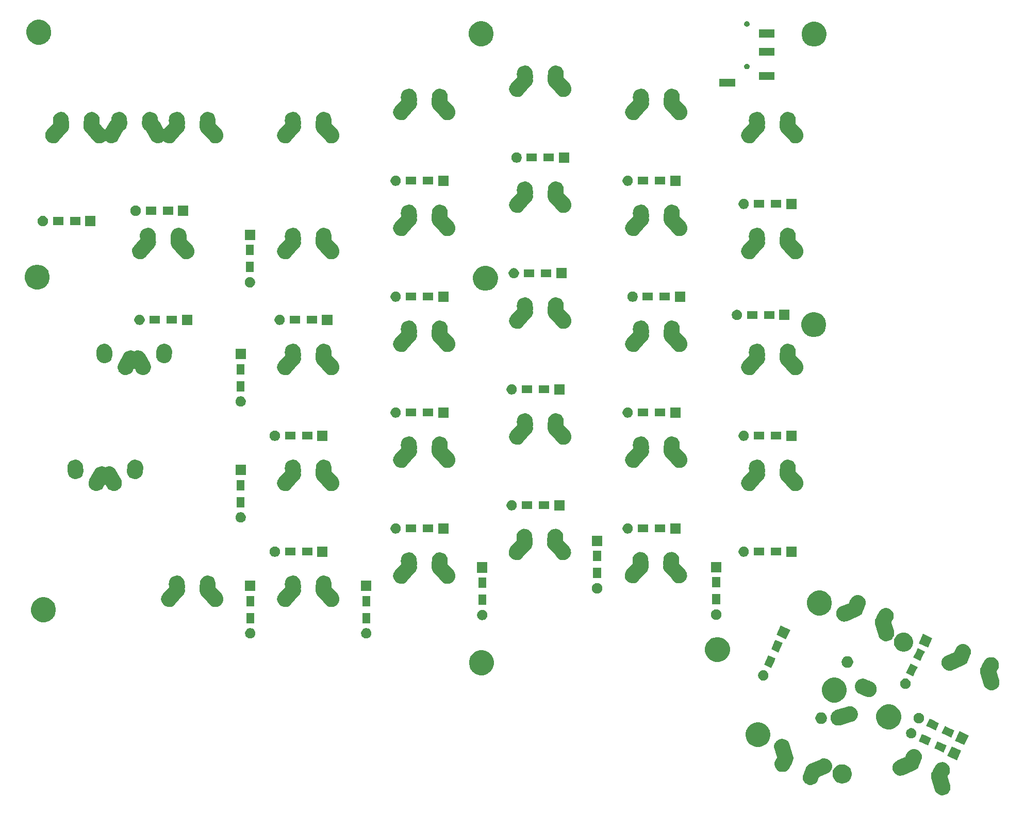
<source format=gbr>
G04 #@! TF.GenerationSoftware,KiCad,Pcbnew,(5.0.2)-1*
G04 #@! TF.CreationDate,2020-01-16T19:10:28+05:30*
G04 #@! TF.ProjectId,ergocape,6572676f-6361-4706-952e-6b696361645f,rev?*
G04 #@! TF.SameCoordinates,Original*
G04 #@! TF.FileFunction,Soldermask,Top*
G04 #@! TF.FilePolarity,Negative*
%FSLAX46Y46*%
G04 Gerber Fmt 4.6, Leading zero omitted, Abs format (unit mm)*
G04 Created by KiCad (PCBNEW (5.0.2)-1) date 1/16/2020 7:10:28 PM*
%MOMM*%
%LPD*%
G01*
G04 APERTURE LIST*
%ADD10C,0.100000*%
G04 APERTURE END LIST*
D10*
G36*
X188190917Y-140176175D02*
X188344666Y-140178376D01*
X188595276Y-140231965D01*
X188595280Y-140231967D01*
X188595281Y-140231967D01*
X188830611Y-140333414D01*
X188830614Y-140333416D01*
X189041639Y-140478829D01*
X189148445Y-140588738D01*
X189220241Y-140662619D01*
X189359554Y-140877718D01*
X189454228Y-141115865D01*
X189500622Y-141367908D01*
X189498024Y-141549355D01*
X189496953Y-141624153D01*
X189443364Y-141874762D01*
X189367334Y-142051131D01*
X189257007Y-142250616D01*
X189121640Y-142495378D01*
X189111940Y-142517880D01*
X189106816Y-142541843D01*
X189106465Y-142566344D01*
X189111423Y-142592209D01*
X189538868Y-143999097D01*
X189576420Y-144187450D01*
X189576476Y-144315672D01*
X189576532Y-144443724D01*
X189526644Y-144695098D01*
X189428675Y-144931907D01*
X189286390Y-145145053D01*
X189105256Y-145326346D01*
X189044239Y-145367154D01*
X188892233Y-145468817D01*
X188813325Y-145501542D01*
X188655511Y-145566992D01*
X188529845Y-145592045D01*
X188404181Y-145617098D01*
X188233334Y-145617173D01*
X188147907Y-145617210D01*
X188147906Y-145617210D01*
X187896534Y-145567323D01*
X187729025Y-145498023D01*
X187659725Y-145469354D01*
X187446580Y-145327069D01*
X187265284Y-145145931D01*
X187122817Y-144932915D01*
X187122815Y-144932912D01*
X187049240Y-144755503D01*
X186441858Y-142756369D01*
X186404306Y-142568016D01*
X186404237Y-142408791D01*
X186404194Y-142311743D01*
X186454082Y-142060370D01*
X186552051Y-141823560D01*
X186640093Y-141691671D01*
X186651635Y-141670055D01*
X186658364Y-141648416D01*
X186671110Y-141588807D01*
X186671110Y-141588806D01*
X186671111Y-141588803D01*
X186720528Y-141474169D01*
X186747140Y-141412437D01*
X187090366Y-140791839D01*
X187199344Y-140633691D01*
X187199346Y-140633688D01*
X187383131Y-140455090D01*
X187598233Y-140315775D01*
X187836380Y-140221101D01*
X188045935Y-140182528D01*
X188088418Y-140174708D01*
X188088420Y-140174708D01*
X188190917Y-140176175D01*
X188190917Y-140176175D01*
G37*
G36*
X169092180Y-139572416D02*
X169179273Y-139597843D01*
X169338185Y-139644236D01*
X169565452Y-139762670D01*
X169765242Y-139923162D01*
X169765245Y-139923165D01*
X169929890Y-140119555D01*
X170053057Y-140344291D01*
X170114847Y-140540563D01*
X170130013Y-140588738D01*
X170153559Y-140804596D01*
X170157802Y-140843502D01*
X170135355Y-141098791D01*
X170120829Y-141148547D01*
X170063535Y-141344797D01*
X169945101Y-141572062D01*
X169784609Y-141771853D01*
X169784606Y-141771856D01*
X169588216Y-141936501D01*
X169419792Y-142028806D01*
X168067292Y-142605696D01*
X168045810Y-142617469D01*
X168027032Y-142633212D01*
X168011686Y-142652316D01*
X167999690Y-142675754D01*
X167817971Y-143147793D01*
X167817299Y-143149538D01*
X167731063Y-143321147D01*
X167573533Y-143523285D01*
X167379593Y-143690807D01*
X167156695Y-143817277D01*
X166913416Y-143897828D01*
X166809700Y-143910691D01*
X166659086Y-143929371D01*
X166659081Y-143929371D01*
X166403499Y-143910692D01*
X166403496Y-143910691D01*
X166403493Y-143910691D01*
X166156457Y-143842506D01*
X166156456Y-143842506D01*
X166156454Y-143842505D01*
X165927466Y-143727436D01*
X165725328Y-143569906D01*
X165557806Y-143375966D01*
X165431336Y-143153068D01*
X165350785Y-142909789D01*
X165331758Y-142756371D01*
X165319242Y-142655459D01*
X165319242Y-142655454D01*
X165337921Y-142399872D01*
X165337922Y-142399869D01*
X165337922Y-142399866D01*
X165389022Y-142214729D01*
X165389023Y-142214727D01*
X165389025Y-142214719D01*
X165643805Y-141552894D01*
X165730043Y-141381280D01*
X165767507Y-141333207D01*
X165780602Y-141312495D01*
X165788902Y-141291401D01*
X165833343Y-141139178D01*
X165951777Y-140911912D01*
X166112269Y-140712121D01*
X166112272Y-140712118D01*
X166308662Y-140547473D01*
X166477086Y-140455168D01*
X168100623Y-139762670D01*
X168398932Y-139635430D01*
X168582126Y-139577758D01*
X168836888Y-139549969D01*
X168836890Y-139549969D01*
X169092180Y-139572416D01*
X169092180Y-139572416D01*
G37*
G36*
X172077826Y-140546023D02*
X172253754Y-140581017D01*
X172363658Y-140626541D01*
X172540384Y-140699743D01*
X172798350Y-140872110D01*
X173017724Y-141091484D01*
X173190091Y-141349450D01*
X173222919Y-141428705D01*
X173308817Y-141636080D01*
X173317473Y-141679596D01*
X173356295Y-141874767D01*
X173369343Y-141940367D01*
X173369343Y-142250615D01*
X173308817Y-142554902D01*
X173287779Y-142605692D01*
X173190091Y-142841532D01*
X173017724Y-143099498D01*
X172798350Y-143318872D01*
X172540384Y-143491239D01*
X172372480Y-143560787D01*
X172253754Y-143609965D01*
X172101610Y-143640228D01*
X171949468Y-143670491D01*
X171639218Y-143670491D01*
X171487076Y-143640228D01*
X171334932Y-143609965D01*
X171216206Y-143560787D01*
X171048302Y-143491239D01*
X170790336Y-143318872D01*
X170570962Y-143099498D01*
X170398595Y-142841532D01*
X170300907Y-142605692D01*
X170279869Y-142554902D01*
X170219343Y-142250615D01*
X170219343Y-141940367D01*
X170232392Y-141874767D01*
X170271213Y-141679596D01*
X170279869Y-141636080D01*
X170365767Y-141428705D01*
X170398595Y-141349450D01*
X170570962Y-141091484D01*
X170790336Y-140872110D01*
X171048302Y-140699743D01*
X171225028Y-140626541D01*
X171334932Y-140581017D01*
X171510860Y-140546023D01*
X171639218Y-140520491D01*
X171949468Y-140520491D01*
X172077826Y-140546023D01*
X172077826Y-140546023D01*
G37*
G36*
X183816501Y-138042308D02*
X183816504Y-138042309D01*
X183816507Y-138042309D01*
X184063543Y-138110494D01*
X184063544Y-138110494D01*
X184063546Y-138110495D01*
X184292534Y-138225564D01*
X184494672Y-138383094D01*
X184662194Y-138577034D01*
X184788664Y-138799932D01*
X184869215Y-139043211D01*
X184869215Y-139043215D01*
X184900758Y-139297541D01*
X184900758Y-139297546D01*
X184882079Y-139553129D01*
X184882078Y-139553132D01*
X184882078Y-139553135D01*
X184855220Y-139650442D01*
X184830975Y-139738282D01*
X184576195Y-140400106D01*
X184489955Y-140571723D01*
X184452494Y-140619792D01*
X184439398Y-140640503D01*
X184431098Y-140661598D01*
X184386657Y-140813823D01*
X184268223Y-141041088D01*
X184107731Y-141240879D01*
X184107728Y-141240882D01*
X183911338Y-141405527D01*
X183742914Y-141497832D01*
X181821069Y-142317568D01*
X181821066Y-142317569D01*
X181637873Y-142375242D01*
X181383112Y-142403031D01*
X181383109Y-142403031D01*
X181127821Y-142380584D01*
X181067890Y-142363087D01*
X180881815Y-142308764D01*
X180654549Y-142190330D01*
X180454758Y-142029838D01*
X180454755Y-142029835D01*
X180290110Y-141833445D01*
X180166943Y-141608709D01*
X180089987Y-141364262D01*
X180086600Y-141333207D01*
X180062198Y-141109501D01*
X180062198Y-141109498D01*
X180084645Y-140854210D01*
X180102885Y-140791733D01*
X180156465Y-140608204D01*
X180274899Y-140380938D01*
X180435391Y-140181147D01*
X180435394Y-140181144D01*
X180631784Y-140016499D01*
X180800208Y-139924194D01*
X182047470Y-139392191D01*
X182152701Y-139347306D01*
X182174190Y-139335529D01*
X182192968Y-139319786D01*
X182208314Y-139300682D01*
X182220313Y-139277236D01*
X182402697Y-138803470D01*
X182456039Y-138697320D01*
X182488935Y-138631856D01*
X182488937Y-138631853D01*
X182646467Y-138429715D01*
X182840407Y-138262193D01*
X183063301Y-138135726D01*
X183184334Y-138095651D01*
X183306588Y-138055172D01*
X183560913Y-138023629D01*
X183560919Y-138023629D01*
X183816501Y-138042308D01*
X183816501Y-138042308D01*
G37*
G36*
X162323465Y-136385677D02*
X162560275Y-136483646D01*
X162773420Y-136625930D01*
X162853021Y-136705462D01*
X162954713Y-136807065D01*
X163097185Y-137020088D01*
X163170760Y-137197496D01*
X163778142Y-139196629D01*
X163815694Y-139384982D01*
X163815730Y-139469004D01*
X163815806Y-139641256D01*
X163765918Y-139892630D01*
X163667949Y-140129439D01*
X163579908Y-140261326D01*
X163568366Y-140282942D01*
X163561637Y-140304582D01*
X163549923Y-140359362D01*
X163548889Y-140364198D01*
X163499473Y-140478829D01*
X163472860Y-140540563D01*
X163208898Y-141017839D01*
X163129632Y-141161163D01*
X163020654Y-141319313D01*
X162836870Y-141497910D01*
X162621767Y-141637225D01*
X162383621Y-141731899D01*
X162131578Y-141778293D01*
X161885470Y-141774769D01*
X161875334Y-141774624D01*
X161624724Y-141721035D01*
X161389386Y-141619584D01*
X161389385Y-141619584D01*
X161389384Y-141619583D01*
X161178358Y-141474169D01*
X160999761Y-141290385D01*
X160860446Y-141075282D01*
X160765772Y-140837136D01*
X160719378Y-140585093D01*
X160723047Y-140328852D01*
X160723047Y-140328849D01*
X160776636Y-140078239D01*
X160780036Y-140070353D01*
X160852666Y-139901869D01*
X160877295Y-139857336D01*
X161098360Y-139457621D01*
X161108061Y-139435120D01*
X161113185Y-139411157D01*
X161113536Y-139386656D01*
X161108579Y-139360797D01*
X160681132Y-137953901D01*
X160643580Y-137765548D01*
X160643479Y-137533332D01*
X160643468Y-137509275D01*
X160693356Y-137257902D01*
X160791325Y-137021092D01*
X160933609Y-136807947D01*
X161036005Y-136705462D01*
X161114744Y-136626654D01*
X161115827Y-136625930D01*
X161327764Y-136484184D01*
X161327767Y-136484182D01*
X161440632Y-136437375D01*
X161564489Y-136386008D01*
X161614676Y-136376003D01*
X161815819Y-136335901D01*
X161944012Y-136335845D01*
X162072092Y-136335789D01*
X162323465Y-136385677D01*
X162323465Y-136385677D01*
G37*
G36*
X191350517Y-138311591D02*
X190631220Y-139854128D01*
X189088683Y-139134831D01*
X189807980Y-137592294D01*
X191350517Y-138311591D01*
X191350517Y-138311591D01*
G37*
G36*
X187993518Y-136966873D02*
X189000224Y-137436308D01*
X188449975Y-138616321D01*
X188449974Y-138616321D01*
X187246590Y-138055173D01*
X186907438Y-137897024D01*
X187457687Y-136717011D01*
X187457688Y-136717011D01*
X187993518Y-136966873D01*
X187993518Y-136966873D01*
G37*
G36*
X158578684Y-133688473D02*
X158578686Y-133688474D01*
X158578687Y-133688474D01*
X158950835Y-133842622D01*
X159285760Y-134066412D01*
X159570589Y-134351241D01*
X159794379Y-134686166D01*
X159897030Y-134933989D01*
X159948528Y-135058317D01*
X160027112Y-135453383D01*
X160027112Y-135856195D01*
X159962517Y-136180936D01*
X159948527Y-136251264D01*
X159794379Y-136623412D01*
X159570589Y-136958337D01*
X159285760Y-137243166D01*
X158950835Y-137466956D01*
X158578687Y-137621104D01*
X158578686Y-137621104D01*
X158578684Y-137621105D01*
X158183618Y-137699689D01*
X157780806Y-137699689D01*
X157385740Y-137621105D01*
X157385738Y-137621104D01*
X157385737Y-137621104D01*
X157013589Y-137466956D01*
X156678664Y-137243166D01*
X156393835Y-136958337D01*
X156170045Y-136623412D01*
X156015897Y-136251264D01*
X156001908Y-136180936D01*
X155937312Y-135856195D01*
X155937312Y-135453383D01*
X156015896Y-135058317D01*
X156067394Y-134933989D01*
X156170045Y-134686166D01*
X156393835Y-134351241D01*
X156678664Y-134066412D01*
X157013589Y-133842622D01*
X157385737Y-133688474D01*
X157385738Y-133688474D01*
X157385740Y-133688473D01*
X157780806Y-133609889D01*
X158183618Y-133609889D01*
X158578684Y-133688473D01*
X158578684Y-133688473D01*
G37*
G36*
X185611663Y-135856195D02*
X186462562Y-136252976D01*
X185912313Y-137432989D01*
X185912312Y-137432989D01*
X185141044Y-137073340D01*
X184369776Y-136713692D01*
X184920025Y-135533679D01*
X184920026Y-135533679D01*
X185611663Y-135856195D01*
X185611663Y-135856195D01*
G37*
G36*
X192600517Y-135812591D02*
X191881220Y-137355128D01*
X190338683Y-136635831D01*
X191057980Y-135093294D01*
X192600517Y-135812591D01*
X192600517Y-135812591D01*
G37*
G36*
X183398628Y-134608492D02*
X183553500Y-134672642D01*
X183692881Y-134765774D01*
X183811415Y-134884308D01*
X183904547Y-135023689D01*
X183968697Y-135178561D01*
X184001400Y-135342973D01*
X184001400Y-135510605D01*
X183968697Y-135675017D01*
X183904547Y-135829889D01*
X183811415Y-135969270D01*
X183692881Y-136087804D01*
X183553500Y-136180936D01*
X183398628Y-136245086D01*
X183234216Y-136277789D01*
X183066584Y-136277789D01*
X182902172Y-136245086D01*
X182747300Y-136180936D01*
X182607919Y-136087804D01*
X182489385Y-135969270D01*
X182396253Y-135829889D01*
X182332103Y-135675017D01*
X182299400Y-135510605D01*
X182299400Y-135342973D01*
X182332103Y-135178561D01*
X182396253Y-135023689D01*
X182489385Y-134884308D01*
X182607919Y-134765774D01*
X182747300Y-134672642D01*
X182902172Y-134608492D01*
X183066584Y-134575789D01*
X183234216Y-134575789D01*
X183398628Y-134608492D01*
X183398628Y-134608492D01*
G37*
G36*
X188993400Y-134351241D02*
X190250224Y-134937308D01*
X189699975Y-136117321D01*
X189699974Y-136117321D01*
X188751451Y-135675017D01*
X188157438Y-135398024D01*
X188707687Y-134218011D01*
X188707688Y-134218011D01*
X188993400Y-134351241D01*
X188993400Y-134351241D01*
G37*
G36*
X186589984Y-133230509D02*
X187712562Y-133753976D01*
X187162313Y-134933989D01*
X187162312Y-134933989D01*
X186301472Y-134532572D01*
X185619776Y-134214692D01*
X186170025Y-133034679D01*
X186170026Y-133034679D01*
X186589984Y-133230509D01*
X186589984Y-133230509D01*
G37*
G36*
X180049252Y-130742818D02*
X180049254Y-130742819D01*
X180049255Y-130742819D01*
X180422513Y-130897427D01*
X180544887Y-130979195D01*
X180758439Y-131121886D01*
X181044114Y-131407561D01*
X181044116Y-131407564D01*
X181268573Y-131743487D01*
X181420177Y-132109493D01*
X181423182Y-132116748D01*
X181502000Y-132512993D01*
X181502000Y-132917007D01*
X181427649Y-133290796D01*
X181423181Y-133313255D01*
X181268573Y-133686513D01*
X181164347Y-133842498D01*
X181044114Y-134022439D01*
X180758439Y-134308114D01*
X180758436Y-134308116D01*
X180422513Y-134532573D01*
X180049255Y-134687181D01*
X180049254Y-134687181D01*
X180049252Y-134687182D01*
X179653007Y-134766000D01*
X179248993Y-134766000D01*
X178852748Y-134687182D01*
X178852746Y-134687181D01*
X178852745Y-134687181D01*
X178479487Y-134532573D01*
X178143564Y-134308116D01*
X178143561Y-134308114D01*
X177857886Y-134022439D01*
X177737653Y-133842498D01*
X177633427Y-133686513D01*
X177478819Y-133313255D01*
X177474352Y-133290796D01*
X177400000Y-132917007D01*
X177400000Y-132512993D01*
X177478818Y-132116748D01*
X177481823Y-132109493D01*
X177633427Y-131743487D01*
X177857884Y-131407564D01*
X177857886Y-131407561D01*
X178143561Y-131121886D01*
X178357113Y-130979195D01*
X178479487Y-130897427D01*
X178852745Y-130742819D01*
X178852746Y-130742819D01*
X178852748Y-130742818D01*
X179248993Y-130664000D01*
X179653007Y-130664000D01*
X180049252Y-130742818D01*
X180049252Y-130742818D01*
G37*
G36*
X173347447Y-131007413D02*
X173347499Y-131007424D01*
X173456630Y-131029082D01*
X173456635Y-131029084D01*
X173456947Y-131029146D01*
X173588866Y-131083788D01*
X173588916Y-131083809D01*
X173693727Y-131127170D01*
X173810514Y-131205204D01*
X173810559Y-131205234D01*
X173857678Y-131236688D01*
X173906585Y-131269336D01*
X173906586Y-131269337D01*
X173906845Y-131269510D01*
X174004046Y-131366711D01*
X174004084Y-131366750D01*
X174044934Y-131407564D01*
X174088090Y-131450683D01*
X174163060Y-131562883D01*
X174230349Y-131663493D01*
X174230350Y-131663495D01*
X174230513Y-131663739D01*
X174280974Y-131785563D01*
X174280995Y-131785613D01*
X174328635Y-131900482D01*
X174353636Y-132026173D01*
X174353646Y-132026226D01*
X174378685Y-132151821D01*
X174378685Y-132277380D01*
X174378742Y-132408096D01*
X174354732Y-132528801D01*
X174328855Y-132659192D01*
X174328853Y-132659197D01*
X174328801Y-132659459D01*
X174282723Y-132770703D01*
X174282702Y-132770753D01*
X174230786Y-132896243D01*
X174164832Y-132994951D01*
X174164802Y-132994996D01*
X174088452Y-133109369D01*
X174004919Y-133192902D01*
X174004880Y-133192940D01*
X173907282Y-133290624D01*
X173873416Y-133313252D01*
X173810468Y-133355312D01*
X173694444Y-133432911D01*
X173694441Y-133432912D01*
X173694229Y-133433054D01*
X173693941Y-133433173D01*
X173693940Y-133433174D01*
X173615397Y-133465708D01*
X173587162Y-133477403D01*
X173517035Y-133506486D01*
X173517032Y-133506487D01*
X173511739Y-133508682D01*
X173511072Y-133508921D01*
X173457172Y-133531247D01*
X173400565Y-133542507D01*
X173388622Y-133545501D01*
X171517901Y-134113868D01*
X171329548Y-134151420D01*
X171201326Y-134151476D01*
X171073275Y-134151532D01*
X170821902Y-134101644D01*
X170585092Y-134003675D01*
X170371947Y-133861391D01*
X170256541Y-133746085D01*
X170190654Y-133680256D01*
X170181687Y-133666848D01*
X170048184Y-133467236D01*
X170048182Y-133467233D01*
X169998866Y-133348318D01*
X169950008Y-133230511D01*
X169925899Y-133109582D01*
X169899901Y-132979181D01*
X169899838Y-132834377D01*
X169899789Y-132722908D01*
X169949677Y-132471535D01*
X170047646Y-132234725D01*
X170189930Y-132021580D01*
X170311188Y-131900217D01*
X170371065Y-131840287D01*
X170432075Y-131799483D01*
X170584085Y-131697817D01*
X170584088Y-131697815D01*
X170761496Y-131624240D01*
X172632683Y-131055731D01*
X172644177Y-131051615D01*
X172698197Y-131029239D01*
X172841377Y-131000759D01*
X172948982Y-130979306D01*
X172948984Y-130979306D01*
X172949300Y-130979243D01*
X173094248Y-130979243D01*
X173205579Y-130979194D01*
X173347447Y-131007413D01*
X173347447Y-131007413D01*
G37*
G36*
X168639495Y-132013590D02*
X168812565Y-132085278D01*
X168968329Y-132189356D01*
X169100787Y-132321814D01*
X169204865Y-132477578D01*
X169276553Y-132650648D01*
X169313099Y-132834377D01*
X169313099Y-133021711D01*
X169276553Y-133205440D01*
X169204865Y-133378510D01*
X169100787Y-133534274D01*
X168968329Y-133666732D01*
X168812565Y-133770810D01*
X168639495Y-133842498D01*
X168455766Y-133879044D01*
X168268432Y-133879044D01*
X168084703Y-133842498D01*
X167911633Y-133770810D01*
X167755869Y-133666732D01*
X167623411Y-133534274D01*
X167519333Y-133378510D01*
X167447645Y-133205440D01*
X167411099Y-133021711D01*
X167411099Y-132834377D01*
X167447645Y-132650648D01*
X167519333Y-132477578D01*
X167623411Y-132321814D01*
X167755869Y-132189356D01*
X167911633Y-132085278D01*
X168084703Y-132013590D01*
X168268432Y-131977044D01*
X168455766Y-131977044D01*
X168639495Y-132013590D01*
X168639495Y-132013590D01*
G37*
G36*
X184648628Y-132109492D02*
X184803500Y-132173642D01*
X184942881Y-132266774D01*
X185061415Y-132385308D01*
X185154547Y-132524689D01*
X185218697Y-132679561D01*
X185251400Y-132843973D01*
X185251400Y-133011605D01*
X185218697Y-133176017D01*
X185154547Y-133330889D01*
X185061415Y-133470270D01*
X184942881Y-133588804D01*
X184803500Y-133681936D01*
X184648628Y-133746086D01*
X184484216Y-133778789D01*
X184316584Y-133778789D01*
X184152172Y-133746086D01*
X183997300Y-133681936D01*
X183857919Y-133588804D01*
X183739385Y-133470270D01*
X183646253Y-133330889D01*
X183582103Y-133176017D01*
X183549400Y-133011605D01*
X183549400Y-132843973D01*
X183582103Y-132679561D01*
X183646253Y-132524689D01*
X183739385Y-132385308D01*
X183857919Y-132266774D01*
X183997300Y-132173642D01*
X184152172Y-132109492D01*
X184316584Y-132076789D01*
X184484216Y-132076789D01*
X184648628Y-132109492D01*
X184648628Y-132109492D01*
G37*
G36*
X171105472Y-126357684D02*
X171105474Y-126357685D01*
X171105475Y-126357685D01*
X171477623Y-126511833D01*
X171812548Y-126735623D01*
X172097377Y-127020452D01*
X172321167Y-127355377D01*
X172467689Y-127709114D01*
X172475316Y-127727528D01*
X172553900Y-128122594D01*
X172553900Y-128525406D01*
X172485632Y-128868612D01*
X172475315Y-128920475D01*
X172321167Y-129292623D01*
X172097377Y-129627548D01*
X171812548Y-129912377D01*
X171477623Y-130136167D01*
X171105475Y-130290315D01*
X171105474Y-130290315D01*
X171105472Y-130290316D01*
X170710406Y-130368900D01*
X170307594Y-130368900D01*
X169912528Y-130290316D01*
X169912526Y-130290315D01*
X169912525Y-130290315D01*
X169540377Y-130136167D01*
X169205452Y-129912377D01*
X168920623Y-129627548D01*
X168696833Y-129292623D01*
X168542685Y-128920475D01*
X168532369Y-128868612D01*
X168464100Y-128525406D01*
X168464100Y-128122594D01*
X168542684Y-127727528D01*
X168550311Y-127709114D01*
X168696833Y-127355377D01*
X168920623Y-127020452D01*
X169205452Y-126735623D01*
X169540377Y-126511833D01*
X169912525Y-126357685D01*
X169912526Y-126357685D01*
X169912528Y-126357684D01*
X170307594Y-126279100D01*
X170710406Y-126279100D01*
X171105472Y-126357684D01*
X171105472Y-126357684D01*
G37*
G36*
X175570262Y-126497700D02*
X175570264Y-126497701D01*
X175570265Y-126497701D01*
X175807032Y-126595773D01*
X175920779Y-126671776D01*
X175935942Y-126681908D01*
X175957553Y-126693459D01*
X175981002Y-126700572D01*
X176023419Y-126709009D01*
X176117066Y-126747799D01*
X176119901Y-126748933D01*
X176248733Y-126798645D01*
X176538892Y-126910608D01*
X176559501Y-126916586D01*
X176565980Y-126917875D01*
X176676985Y-126963855D01*
X176679785Y-126964974D01*
X176714387Y-126978326D01*
X176721717Y-126982017D01*
X176730072Y-126985844D01*
X176802750Y-127015948D01*
X176838079Y-127039555D01*
X176851294Y-127047258D01*
X176885930Y-127064697D01*
X176943056Y-127109289D01*
X176950524Y-127114688D01*
X177015836Y-127158328D01*
X177045827Y-127188319D01*
X177057301Y-127198466D01*
X177087946Y-127222387D01*
X177135405Y-127277417D01*
X177141677Y-127284169D01*
X177197045Y-127339537D01*
X177220534Y-127374691D01*
X177229808Y-127386882D01*
X177255319Y-127416462D01*
X177291276Y-127479951D01*
X177296109Y-127487795D01*
X177339424Y-127552622D01*
X177355525Y-127591493D01*
X177362243Y-127605259D01*
X177381610Y-127639455D01*
X177404614Y-127709114D01*
X177407824Y-127717752D01*
X177437498Y-127789391D01*
X177445656Y-127830405D01*
X177449557Y-127845211D01*
X177461971Y-127882802D01*
X177461971Y-127882804D01*
X177471002Y-127956091D01*
X177472466Y-127965189D01*
X177487494Y-128040740D01*
X177487494Y-128082245D01*
X177488432Y-128097533D01*
X177493315Y-128137156D01*
X177487834Y-128211344D01*
X177487494Y-128220553D01*
X177487494Y-128297018D01*
X177479463Y-128337393D01*
X177477401Y-128352569D01*
X177474434Y-128392729D01*
X177454430Y-128464982D01*
X177452300Y-128473949D01*
X177442065Y-128525406D01*
X177437497Y-128548367D01*
X177421879Y-128586072D01*
X177416900Y-128600541D01*
X177406055Y-128639714D01*
X177372060Y-128707232D01*
X177368228Y-128715598D01*
X177339426Y-128785133D01*
X177316956Y-128818761D01*
X177309245Y-128831989D01*
X177290806Y-128868612D01*
X177250325Y-128920472D01*
X177243929Y-128928665D01*
X177238530Y-128936134D01*
X177197045Y-128998221D01*
X177168704Y-129026562D01*
X177158557Y-129038035D01*
X177133114Y-129070630D01*
X177074983Y-129120763D01*
X177068231Y-129127035D01*
X177015836Y-129179430D01*
X176982788Y-129201512D01*
X176970600Y-129210785D01*
X176939044Y-129237999D01*
X176911853Y-129253398D01*
X176871779Y-129276095D01*
X176863934Y-129280928D01*
X176802748Y-129321811D01*
X176766321Y-129336899D01*
X176752555Y-129343617D01*
X176716053Y-129364290D01*
X176642202Y-129388678D01*
X176633563Y-129391889D01*
X176565980Y-129419883D01*
X176527561Y-129427525D01*
X176512750Y-129431428D01*
X176472705Y-129444652D01*
X176472703Y-129444652D01*
X176472701Y-129444653D01*
X176395145Y-129454210D01*
X176386047Y-129455674D01*
X176314633Y-129469879D01*
X176275667Y-129469879D01*
X176260379Y-129470817D01*
X176218346Y-129475997D01*
X176140138Y-129470219D01*
X176130929Y-129469879D01*
X176058357Y-129469879D01*
X176020280Y-129462305D01*
X176005102Y-129460243D01*
X175962771Y-129457116D01*
X175887039Y-129436149D01*
X175878073Y-129434019D01*
X175807009Y-129419883D01*
X175807007Y-129419882D01*
X175807006Y-129419882D01*
X175713368Y-129381096D01*
X175710572Y-129379978D01*
X175291534Y-129218284D01*
X175270919Y-129212305D01*
X175264446Y-129211017D01*
X175264444Y-129211016D01*
X175264443Y-129211016D01*
X175153466Y-129165048D01*
X175150630Y-129163914D01*
X175116036Y-129150565D01*
X175108721Y-129146882D01*
X175100341Y-129143043D01*
X175027678Y-129112945D01*
X175027677Y-129112945D01*
X175027676Y-129112944D01*
X174992346Y-129089337D01*
X174979133Y-129081636D01*
X174944494Y-129064195D01*
X174902581Y-129031478D01*
X174881886Y-129018371D01*
X174850060Y-129007420D01*
X174811291Y-128999708D01*
X174574522Y-128901635D01*
X174361435Y-128759255D01*
X174180226Y-128578046D01*
X174037846Y-128364959D01*
X174009703Y-128297016D01*
X173939774Y-128128192D01*
X173938661Y-128122595D01*
X173889777Y-127876843D01*
X173889777Y-127620565D01*
X173939773Y-127369219D01*
X173945507Y-127355377D01*
X174037846Y-127132449D01*
X174180224Y-126919365D01*
X174180226Y-126919362D01*
X174361435Y-126738153D01*
X174574522Y-126595773D01*
X174677015Y-126553319D01*
X174811289Y-126497701D01*
X174811290Y-126497701D01*
X174811292Y-126497700D01*
X175062638Y-126447704D01*
X175318916Y-126447704D01*
X175570262Y-126497700D01*
X175570262Y-126497700D01*
G37*
G36*
X196240917Y-122911175D02*
X196394666Y-122913376D01*
X196645276Y-122966965D01*
X196645280Y-122966967D01*
X196645281Y-122966967D01*
X196880611Y-123068414D01*
X196880614Y-123068416D01*
X197091639Y-123213829D01*
X197181908Y-123306721D01*
X197270241Y-123397619D01*
X197409554Y-123612718D01*
X197504228Y-123850865D01*
X197550622Y-124102908D01*
X197548617Y-124242931D01*
X197546953Y-124359153D01*
X197493364Y-124609762D01*
X197417334Y-124786131D01*
X197283718Y-125027726D01*
X197171640Y-125230378D01*
X197161940Y-125252880D01*
X197156816Y-125276843D01*
X197156465Y-125301344D01*
X197161423Y-125327209D01*
X197588868Y-126734097D01*
X197626420Y-126922450D01*
X197626447Y-126985844D01*
X197626532Y-127178724D01*
X197576644Y-127430098D01*
X197478675Y-127666907D01*
X197336390Y-127880053D01*
X197155256Y-128061346D01*
X197055307Y-128128192D01*
X196942233Y-128203817D01*
X196901878Y-128220553D01*
X196705511Y-128301992D01*
X196579845Y-128327045D01*
X196454181Y-128352098D01*
X196283327Y-128352173D01*
X196197907Y-128352210D01*
X196197906Y-128352210D01*
X195946534Y-128302323D01*
X195779025Y-128233023D01*
X195709725Y-128204354D01*
X195496580Y-128062069D01*
X195315284Y-127880931D01*
X195172817Y-127667915D01*
X195172815Y-127667912D01*
X195099240Y-127490503D01*
X194491858Y-125491369D01*
X194454306Y-125303016D01*
X194454237Y-125143791D01*
X194454194Y-125046743D01*
X194504082Y-124795370D01*
X194602051Y-124558560D01*
X194690093Y-124426671D01*
X194701635Y-124405055D01*
X194708364Y-124383416D01*
X194721110Y-124323807D01*
X194721110Y-124323806D01*
X194721111Y-124323803D01*
X194787232Y-124170422D01*
X194797140Y-124147437D01*
X195140366Y-123526839D01*
X195249344Y-123368691D01*
X195249346Y-123368688D01*
X195433131Y-123190090D01*
X195648233Y-123050775D01*
X195886380Y-122956101D01*
X196095935Y-122917528D01*
X196138418Y-122909708D01*
X196138420Y-122909708D01*
X196240917Y-122911175D01*
X196240917Y-122911175D01*
G37*
G36*
X182437017Y-126460303D02*
X182591889Y-126524453D01*
X182731270Y-126617585D01*
X182849804Y-126736119D01*
X182942936Y-126875500D01*
X183007086Y-127030372D01*
X183039789Y-127194784D01*
X183039789Y-127362416D01*
X183007086Y-127526828D01*
X182942936Y-127681700D01*
X182849804Y-127821081D01*
X182731270Y-127939615D01*
X182591889Y-128032747D01*
X182437017Y-128096897D01*
X182272605Y-128129600D01*
X182104973Y-128129600D01*
X181940561Y-128096897D01*
X181785689Y-128032747D01*
X181646308Y-127939615D01*
X181527774Y-127821081D01*
X181434642Y-127681700D01*
X181370492Y-127526828D01*
X181337789Y-127362416D01*
X181337789Y-127194784D01*
X181370492Y-127030372D01*
X181434642Y-126875500D01*
X181527774Y-126736119D01*
X181646308Y-126617585D01*
X181785689Y-126524453D01*
X181940561Y-126460303D01*
X182104973Y-126427600D01*
X182272605Y-126427600D01*
X182437017Y-126460303D01*
X182437017Y-126460303D01*
G37*
G36*
X159103017Y-125100303D02*
X159257889Y-125164453D01*
X159397270Y-125257585D01*
X159515804Y-125376119D01*
X159608936Y-125515500D01*
X159673086Y-125670372D01*
X159705789Y-125834784D01*
X159705789Y-126002416D01*
X159673086Y-126166828D01*
X159608936Y-126321700D01*
X159515804Y-126461081D01*
X159397270Y-126579615D01*
X159257889Y-126672747D01*
X159103017Y-126736897D01*
X158938605Y-126769600D01*
X158770973Y-126769600D01*
X158606561Y-126736897D01*
X158451689Y-126672747D01*
X158312308Y-126579615D01*
X158193774Y-126461081D01*
X158100642Y-126321700D01*
X158036492Y-126166828D01*
X158003789Y-126002416D01*
X158003789Y-125834784D01*
X158036492Y-125670372D01*
X158100642Y-125515500D01*
X158193774Y-125376119D01*
X158312308Y-125257585D01*
X158451689Y-125164453D01*
X158606561Y-125100303D01*
X158770973Y-125067600D01*
X158938605Y-125067600D01*
X159103017Y-125100303D01*
X159103017Y-125100303D01*
G37*
G36*
X184194989Y-124516687D02*
X184194989Y-124516688D01*
X183902566Y-125143791D01*
X183484403Y-126040544D01*
X183475692Y-126059223D01*
X183475692Y-126059224D01*
X182295679Y-125508975D01*
X182303888Y-125491371D01*
X182697546Y-124647168D01*
X183014976Y-123966438D01*
X184194989Y-124516687D01*
X184194989Y-124516687D01*
G37*
G36*
X113184252Y-121852818D02*
X113184254Y-121852819D01*
X113184255Y-121852819D01*
X113557513Y-122007427D01*
X113846175Y-122200305D01*
X113893439Y-122231886D01*
X114179114Y-122517561D01*
X114179116Y-122517564D01*
X114403573Y-122853487D01*
X114542998Y-123190090D01*
X114558182Y-123226748D01*
X114637000Y-123622993D01*
X114637000Y-124027007D01*
X114559904Y-124414596D01*
X114558181Y-124423255D01*
X114403573Y-124796513D01*
X114222438Y-125067600D01*
X114179114Y-125132439D01*
X113893439Y-125418114D01*
X113893436Y-125418116D01*
X113557513Y-125642573D01*
X113184255Y-125797181D01*
X113184254Y-125797181D01*
X113184252Y-125797182D01*
X112788007Y-125876000D01*
X112383993Y-125876000D01*
X111987748Y-125797182D01*
X111987746Y-125797181D01*
X111987745Y-125797181D01*
X111614487Y-125642573D01*
X111278564Y-125418116D01*
X111278561Y-125418114D01*
X110992886Y-125132439D01*
X110949562Y-125067600D01*
X110768427Y-124796513D01*
X110613819Y-124423255D01*
X110612097Y-124414596D01*
X110535000Y-124027007D01*
X110535000Y-123622993D01*
X110613818Y-123226748D01*
X110629002Y-123190090D01*
X110768427Y-122853487D01*
X110992884Y-122517564D01*
X110992886Y-122517561D01*
X111278561Y-122231886D01*
X111325825Y-122200305D01*
X111614487Y-122007427D01*
X111987745Y-121852819D01*
X111987746Y-121852819D01*
X111987748Y-121852818D01*
X112383993Y-121774000D01*
X112788007Y-121774000D01*
X113184252Y-121852818D01*
X113184252Y-121852818D01*
G37*
G36*
X191866501Y-120777308D02*
X191866504Y-120777309D01*
X191866507Y-120777309D01*
X192113543Y-120845494D01*
X192113544Y-120845494D01*
X192113546Y-120845495D01*
X192342534Y-120960564D01*
X192544672Y-121118094D01*
X192712194Y-121312034D01*
X192838664Y-121534932D01*
X192919215Y-121778211D01*
X192930352Y-121868007D01*
X192950758Y-122032541D01*
X192950758Y-122032546D01*
X192932079Y-122288129D01*
X192932078Y-122288132D01*
X192932078Y-122288135D01*
X192905220Y-122385442D01*
X192880975Y-122473282D01*
X192626195Y-123135106D01*
X192539955Y-123306723D01*
X192502494Y-123354792D01*
X192489398Y-123375503D01*
X192481098Y-123396598D01*
X192436657Y-123548823D01*
X192318223Y-123776088D01*
X192157731Y-123975879D01*
X192157728Y-123975882D01*
X191961338Y-124140527D01*
X191792914Y-124232832D01*
X189871069Y-125052568D01*
X189871066Y-125052569D01*
X189687873Y-125110242D01*
X189433112Y-125138031D01*
X189433109Y-125138031D01*
X189177821Y-125115584D01*
X189117890Y-125098087D01*
X188931815Y-125043764D01*
X188704549Y-124925330D01*
X188504758Y-124764838D01*
X188504755Y-124764835D01*
X188340110Y-124568445D01*
X188216943Y-124343709D01*
X188139987Y-124099262D01*
X188132106Y-124027007D01*
X188112198Y-123844501D01*
X188112198Y-123844498D01*
X188134645Y-123589210D01*
X188152854Y-123526838D01*
X188206465Y-123343204D01*
X188324899Y-123115938D01*
X188485391Y-122916147D01*
X188485394Y-122916144D01*
X188681784Y-122751499D01*
X188850208Y-122659194D01*
X190202700Y-122082306D01*
X190224190Y-122070529D01*
X190242968Y-122054786D01*
X190258314Y-122035682D01*
X190270313Y-122012236D01*
X190452697Y-121538470D01*
X190490123Y-121463993D01*
X190538935Y-121366856D01*
X190538937Y-121366853D01*
X190696467Y-121164715D01*
X190890407Y-120997193D01*
X191113301Y-120870726D01*
X191234334Y-120830651D01*
X191356588Y-120790172D01*
X191610913Y-120758629D01*
X191610919Y-120758629D01*
X191866501Y-120777308D01*
X191866501Y-120777308D01*
G37*
G36*
X160860989Y-123156687D02*
X160860989Y-123156688D01*
X160565774Y-123789777D01*
X160152298Y-124676480D01*
X160141692Y-124699223D01*
X160141692Y-124699224D01*
X158961679Y-124148975D01*
X158978817Y-124112223D01*
X159322355Y-123375503D01*
X159680976Y-122606438D01*
X160860989Y-123156687D01*
X160860989Y-123156687D01*
G37*
G36*
X172933297Y-122805502D02*
X173106367Y-122877190D01*
X173262131Y-122981268D01*
X173394589Y-123113726D01*
X173498667Y-123269490D01*
X173570355Y-123442560D01*
X173606901Y-123626289D01*
X173606901Y-123813623D01*
X173570355Y-123997352D01*
X173498667Y-124170422D01*
X173394589Y-124326186D01*
X173262131Y-124458644D01*
X173106367Y-124562722D01*
X172933297Y-124634410D01*
X172749568Y-124670956D01*
X172562234Y-124670956D01*
X172378505Y-124634410D01*
X172205435Y-124562722D01*
X172049671Y-124458644D01*
X171917213Y-124326186D01*
X171813135Y-124170422D01*
X171741447Y-123997352D01*
X171704901Y-123813623D01*
X171704901Y-123626289D01*
X171741447Y-123442560D01*
X171813135Y-123269490D01*
X171917213Y-123113726D01*
X172049671Y-122981268D01*
X172205435Y-122877190D01*
X172378505Y-122805502D01*
X172562234Y-122768956D01*
X172749568Y-122768956D01*
X172933297Y-122805502D01*
X172933297Y-122805502D01*
G37*
G36*
X151918252Y-119693818D02*
X151918254Y-119693819D01*
X151918255Y-119693819D01*
X152291513Y-119848427D01*
X152515881Y-119998345D01*
X152627439Y-120072886D01*
X152913114Y-120358561D01*
X152913116Y-120358564D01*
X153137573Y-120694487D01*
X153286859Y-121054896D01*
X153292182Y-121067748D01*
X153371000Y-121463993D01*
X153371000Y-121868007D01*
X153296040Y-122244858D01*
X153292181Y-122264255D01*
X153137573Y-122637513D01*
X152977426Y-122877190D01*
X152913114Y-122973439D01*
X152627439Y-123259114D01*
X152627436Y-123259116D01*
X152291513Y-123483573D01*
X151918255Y-123638181D01*
X151918254Y-123638181D01*
X151918252Y-123638182D01*
X151522007Y-123717000D01*
X151117993Y-123717000D01*
X150721748Y-123638182D01*
X150721746Y-123638181D01*
X150721745Y-123638181D01*
X150348487Y-123483573D01*
X150012564Y-123259116D01*
X150012561Y-123259114D01*
X149726886Y-122973439D01*
X149662574Y-122877190D01*
X149502427Y-122637513D01*
X149347819Y-122264255D01*
X149343961Y-122244858D01*
X149269000Y-121868007D01*
X149269000Y-121463993D01*
X149347818Y-121067748D01*
X149353141Y-121054896D01*
X149502427Y-120694487D01*
X149726884Y-120358564D01*
X149726886Y-120358561D01*
X150012561Y-120072886D01*
X150124119Y-119998345D01*
X150348487Y-119848427D01*
X150721745Y-119693819D01*
X150721746Y-119693819D01*
X150721748Y-119693818D01*
X151117993Y-119615000D01*
X151522007Y-119615000D01*
X151918252Y-119693818D01*
X151918252Y-119693818D01*
G37*
G36*
X185378321Y-121979025D02*
X185378321Y-121979026D01*
X185069621Y-122641035D01*
X184664947Y-123508861D01*
X184659024Y-123521561D01*
X184659024Y-123521562D01*
X183479011Y-122971313D01*
X183481038Y-122966967D01*
X183941723Y-121979025D01*
X184198308Y-121428776D01*
X185378321Y-121979025D01*
X185378321Y-121979025D01*
G37*
G36*
X162044321Y-120619025D02*
X162044321Y-120619026D01*
X161772229Y-121202528D01*
X161339817Y-122129839D01*
X161325024Y-122161561D01*
X161325024Y-122161562D01*
X160145011Y-121611313D01*
X160165362Y-121567671D01*
X160729179Y-120358561D01*
X160864308Y-120068776D01*
X162044321Y-120619025D01*
X162044321Y-120619025D01*
G37*
G36*
X182184177Y-118910184D02*
X182344188Y-118942012D01*
X182462914Y-118991190D01*
X182630818Y-119060738D01*
X182888784Y-119233105D01*
X183108158Y-119452479D01*
X183280525Y-119710445D01*
X183322713Y-119812296D01*
X183399251Y-119997075D01*
X183459777Y-120301362D01*
X183459777Y-120611610D01*
X183399251Y-120915897D01*
X183380749Y-120960564D01*
X183280525Y-121202527D01*
X183108158Y-121460493D01*
X182888784Y-121679867D01*
X182630818Y-121852234D01*
X182462914Y-121921782D01*
X182344188Y-121970960D01*
X182039902Y-122031486D01*
X181729652Y-122031486D01*
X181425366Y-121970960D01*
X181306640Y-121921782D01*
X181138736Y-121852234D01*
X180880770Y-121679867D01*
X180661396Y-121460493D01*
X180489029Y-121202527D01*
X180388805Y-120960564D01*
X180370303Y-120915897D01*
X180309777Y-120611610D01*
X180309777Y-120301362D01*
X180370303Y-119997075D01*
X180446841Y-119812296D01*
X180489029Y-119710445D01*
X180661396Y-119452479D01*
X180880770Y-119233105D01*
X181138736Y-119060738D01*
X181306640Y-118991190D01*
X181425366Y-118942012D01*
X181585377Y-118910184D01*
X181729652Y-118881486D01*
X182039902Y-118881486D01*
X182184177Y-118910184D01*
X182184177Y-118910184D01*
G37*
G36*
X186616128Y-119797780D02*
X185896831Y-121340317D01*
X184354294Y-120621020D01*
X185073591Y-119078483D01*
X186616128Y-119797780D01*
X186616128Y-119797780D01*
G37*
G36*
X178963917Y-114848175D02*
X179117666Y-114850376D01*
X179368276Y-114903965D01*
X179368280Y-114903967D01*
X179368281Y-114903967D01*
X179603611Y-115005414D01*
X179603614Y-115005416D01*
X179814639Y-115150829D01*
X179930414Y-115269968D01*
X179993241Y-115334619D01*
X180132554Y-115549718D01*
X180227228Y-115787865D01*
X180273622Y-116039908D01*
X180271617Y-116179931D01*
X180269953Y-116296153D01*
X180216364Y-116546762D01*
X180140334Y-116723131D01*
X180018417Y-116943572D01*
X179894640Y-117167378D01*
X179884940Y-117189880D01*
X179879816Y-117213843D01*
X179879465Y-117238344D01*
X179884423Y-117264209D01*
X180311868Y-118671097D01*
X180349420Y-118859450D01*
X180349476Y-118987672D01*
X180349532Y-119115724D01*
X180299644Y-119367098D01*
X180201675Y-119603907D01*
X180059390Y-119817053D01*
X179878256Y-119998346D01*
X179817239Y-120039154D01*
X179665233Y-120140817D01*
X179586325Y-120173542D01*
X179428511Y-120238992D01*
X179302845Y-120264045D01*
X179177181Y-120289098D01*
X179006333Y-120289173D01*
X178920907Y-120289210D01*
X178920906Y-120289210D01*
X178669534Y-120239323D01*
X178502025Y-120170023D01*
X178432725Y-120141354D01*
X178219580Y-119999069D01*
X178038284Y-119817931D01*
X177895817Y-119604915D01*
X177895815Y-119604912D01*
X177822240Y-119427503D01*
X177214858Y-117428369D01*
X177177306Y-117240016D01*
X177177250Y-117111794D01*
X177177194Y-116983743D01*
X177227082Y-116732370D01*
X177325051Y-116495560D01*
X177413093Y-116363671D01*
X177424635Y-116342055D01*
X177431364Y-116320416D01*
X177444110Y-116260807D01*
X177444110Y-116260806D01*
X177444111Y-116260803D01*
X177491058Y-116151901D01*
X177520140Y-116084437D01*
X177863366Y-115463839D01*
X177972344Y-115305691D01*
X177972346Y-115305688D01*
X178156131Y-115127090D01*
X178371233Y-114987775D01*
X178609380Y-114893101D01*
X178818935Y-114854528D01*
X178861418Y-114846708D01*
X178861420Y-114846708D01*
X178963917Y-114848175D01*
X178963917Y-114848175D01*
G37*
G36*
X163282128Y-118437780D02*
X162562831Y-119980317D01*
X161020294Y-119261020D01*
X161739591Y-117718483D01*
X163282128Y-118437780D01*
X163282128Y-118437780D01*
G37*
G36*
X93910728Y-118175703D02*
X94065600Y-118239853D01*
X94204981Y-118332985D01*
X94323515Y-118451519D01*
X94416647Y-118590900D01*
X94480797Y-118745772D01*
X94513500Y-118910184D01*
X94513500Y-119077816D01*
X94480797Y-119242228D01*
X94416647Y-119397100D01*
X94323515Y-119536481D01*
X94204981Y-119655015D01*
X94065600Y-119748147D01*
X93910728Y-119812297D01*
X93746316Y-119845000D01*
X93578684Y-119845000D01*
X93414272Y-119812297D01*
X93259400Y-119748147D01*
X93120019Y-119655015D01*
X93001485Y-119536481D01*
X92908353Y-119397100D01*
X92844203Y-119242228D01*
X92811500Y-119077816D01*
X92811500Y-118910184D01*
X92844203Y-118745772D01*
X92908353Y-118590900D01*
X93001485Y-118451519D01*
X93120019Y-118332985D01*
X93259400Y-118239853D01*
X93414272Y-118175703D01*
X93578684Y-118143000D01*
X93746316Y-118143000D01*
X93910728Y-118175703D01*
X93910728Y-118175703D01*
G37*
G36*
X74860728Y-118175703D02*
X75015600Y-118239853D01*
X75154981Y-118332985D01*
X75273515Y-118451519D01*
X75366647Y-118590900D01*
X75430797Y-118745772D01*
X75463500Y-118910184D01*
X75463500Y-119077816D01*
X75430797Y-119242228D01*
X75366647Y-119397100D01*
X75273515Y-119536481D01*
X75154981Y-119655015D01*
X75015600Y-119748147D01*
X74860728Y-119812297D01*
X74696316Y-119845000D01*
X74528684Y-119845000D01*
X74364272Y-119812297D01*
X74209400Y-119748147D01*
X74070019Y-119655015D01*
X73951485Y-119536481D01*
X73858353Y-119397100D01*
X73794203Y-119242228D01*
X73761500Y-119077816D01*
X73761500Y-118910184D01*
X73794203Y-118745772D01*
X73858353Y-118590900D01*
X73951485Y-118451519D01*
X74070019Y-118332985D01*
X74209400Y-118239853D01*
X74364272Y-118175703D01*
X74528684Y-118143000D01*
X74696316Y-118143000D01*
X74860728Y-118175703D01*
X74860728Y-118175703D01*
G37*
G36*
X94313500Y-117345000D02*
X93011500Y-117345000D01*
X93011500Y-115643000D01*
X94313500Y-115643000D01*
X94313500Y-117345000D01*
X94313500Y-117345000D01*
G37*
G36*
X75263500Y-117345000D02*
X73961500Y-117345000D01*
X73961500Y-115643000D01*
X75263500Y-115643000D01*
X75263500Y-117345000D01*
X75263500Y-117345000D01*
G37*
G36*
X41238252Y-113153818D02*
X41238254Y-113153819D01*
X41238255Y-113153819D01*
X41611513Y-113308427D01*
X41856215Y-113471932D01*
X41947439Y-113532886D01*
X42233114Y-113818561D01*
X42233116Y-113818564D01*
X42457573Y-114154487D01*
X42611858Y-114526965D01*
X42612182Y-114527748D01*
X42691000Y-114923993D01*
X42691000Y-115328007D01*
X42614403Y-115713088D01*
X42612181Y-115724255D01*
X42457573Y-116097513D01*
X42324848Y-116296149D01*
X42233114Y-116433439D01*
X41947439Y-116719114D01*
X41947436Y-116719116D01*
X41611513Y-116943573D01*
X41238255Y-117098181D01*
X41238254Y-117098181D01*
X41238252Y-117098182D01*
X40842007Y-117177000D01*
X40437993Y-117177000D01*
X40041748Y-117098182D01*
X40041746Y-117098181D01*
X40041745Y-117098181D01*
X39668487Y-116943573D01*
X39332564Y-116719116D01*
X39332561Y-116719114D01*
X39046886Y-116433439D01*
X38955152Y-116296149D01*
X38822427Y-116097513D01*
X38667819Y-115724255D01*
X38665598Y-115713088D01*
X38589000Y-115328007D01*
X38589000Y-114923993D01*
X38667818Y-114527748D01*
X38668142Y-114526965D01*
X38822427Y-114154487D01*
X39046884Y-113818564D01*
X39046886Y-113818561D01*
X39332561Y-113532886D01*
X39423785Y-113471932D01*
X39668487Y-113308427D01*
X40041745Y-113153819D01*
X40041746Y-113153819D01*
X40041748Y-113153818D01*
X40437993Y-113075000D01*
X40842007Y-113075000D01*
X41238252Y-113153818D01*
X41238252Y-113153818D01*
G37*
G36*
X174589501Y-112714308D02*
X174589504Y-112714309D01*
X174589507Y-112714309D01*
X174836543Y-112782494D01*
X174836544Y-112782494D01*
X174836546Y-112782495D01*
X175065534Y-112897564D01*
X175267672Y-113055094D01*
X175435194Y-113249034D01*
X175561664Y-113471932D01*
X175642215Y-113715211D01*
X175642215Y-113715215D01*
X175673758Y-113969541D01*
X175673758Y-113969546D01*
X175655079Y-114225129D01*
X175655078Y-114225132D01*
X175655078Y-114225135D01*
X175608438Y-114394112D01*
X175603975Y-114410282D01*
X175349195Y-115072106D01*
X175262955Y-115243723D01*
X175225494Y-115291792D01*
X175212398Y-115312503D01*
X175204098Y-115333598D01*
X175159657Y-115485823D01*
X175041223Y-115713088D01*
X174880731Y-115912879D01*
X174880728Y-115912882D01*
X174684338Y-116077527D01*
X174515914Y-116169832D01*
X172594069Y-116989568D01*
X172594066Y-116989569D01*
X172410873Y-117047242D01*
X172156112Y-117075031D01*
X172156109Y-117075031D01*
X171900821Y-117052584D01*
X171840890Y-117035087D01*
X171654815Y-116980764D01*
X171427549Y-116862330D01*
X171227758Y-116701838D01*
X171227755Y-116701835D01*
X171063110Y-116505445D01*
X170939943Y-116280709D01*
X170862987Y-116036262D01*
X170844995Y-115871317D01*
X170835198Y-115781501D01*
X170835198Y-115781498D01*
X170857645Y-115526210D01*
X170875854Y-115463838D01*
X170929465Y-115280204D01*
X171047899Y-115052938D01*
X171208391Y-114853147D01*
X171208394Y-114853144D01*
X171404784Y-114688499D01*
X171573208Y-114596194D01*
X172925700Y-114019306D01*
X172947190Y-114007529D01*
X172965968Y-113991786D01*
X172981314Y-113972682D01*
X172993313Y-113949236D01*
X173175697Y-113475470D01*
X173204224Y-113418701D01*
X173261935Y-113303856D01*
X173304658Y-113249035D01*
X173419467Y-113101715D01*
X173613407Y-112934193D01*
X173836301Y-112807726D01*
X173957334Y-112767651D01*
X174079588Y-112727172D01*
X174333913Y-112695629D01*
X174333919Y-112695629D01*
X174589501Y-112714308D01*
X174589501Y-112714308D01*
G37*
G36*
X112960228Y-115159703D02*
X113115100Y-115223853D01*
X113254481Y-115316985D01*
X113373015Y-115435519D01*
X113466147Y-115574900D01*
X113530297Y-115729772D01*
X113563000Y-115894184D01*
X113563000Y-116061816D01*
X113530297Y-116226228D01*
X113466147Y-116381100D01*
X113373015Y-116520481D01*
X113254481Y-116639015D01*
X113115100Y-116732147D01*
X112960228Y-116796297D01*
X112795816Y-116829000D01*
X112628184Y-116829000D01*
X112463772Y-116796297D01*
X112308900Y-116732147D01*
X112169519Y-116639015D01*
X112050985Y-116520481D01*
X111957853Y-116381100D01*
X111893703Y-116226228D01*
X111861000Y-116061816D01*
X111861000Y-115894184D01*
X111893703Y-115729772D01*
X111957853Y-115574900D01*
X112050985Y-115435519D01*
X112169519Y-115316985D01*
X112308900Y-115223853D01*
X112463772Y-115159703D01*
X112628184Y-115127000D01*
X112795816Y-115127000D01*
X112960228Y-115159703D01*
X112960228Y-115159703D01*
G37*
G36*
X151378228Y-115095703D02*
X151533100Y-115159853D01*
X151672481Y-115252985D01*
X151791015Y-115371519D01*
X151884147Y-115510900D01*
X151948297Y-115665772D01*
X151981000Y-115830184D01*
X151981000Y-115997816D01*
X151948297Y-116162228D01*
X151884147Y-116317100D01*
X151791015Y-116456481D01*
X151672481Y-116575015D01*
X151533100Y-116668147D01*
X151378228Y-116732297D01*
X151213816Y-116765000D01*
X151046184Y-116765000D01*
X150881772Y-116732297D01*
X150726900Y-116668147D01*
X150587519Y-116575015D01*
X150468985Y-116456481D01*
X150375853Y-116317100D01*
X150311703Y-116162228D01*
X150279000Y-115997816D01*
X150279000Y-115830184D01*
X150311703Y-115665772D01*
X150375853Y-115510900D01*
X150468985Y-115371519D01*
X150587519Y-115252985D01*
X150726900Y-115159853D01*
X150881772Y-115095703D01*
X151046184Y-115063000D01*
X151213816Y-115063000D01*
X151378228Y-115095703D01*
X151378228Y-115095703D01*
G37*
G36*
X168669118Y-112049468D02*
X168669120Y-112049469D01*
X168669121Y-112049469D01*
X169041269Y-112203617D01*
X169376194Y-112427407D01*
X169661023Y-112712236D01*
X169884813Y-113047161D01*
X170003017Y-113332533D01*
X170038962Y-113419312D01*
X170117546Y-113814378D01*
X170117546Y-114217190D01*
X170042157Y-114596195D01*
X170038961Y-114612259D01*
X169884813Y-114984407D01*
X169661023Y-115319332D01*
X169376194Y-115604161D01*
X169041269Y-115827951D01*
X168669121Y-115982099D01*
X168669120Y-115982099D01*
X168669118Y-115982100D01*
X168274052Y-116060684D01*
X167871240Y-116060684D01*
X167476174Y-115982100D01*
X167476172Y-115982099D01*
X167476171Y-115982099D01*
X167104023Y-115827951D01*
X166769098Y-115604161D01*
X166484269Y-115319332D01*
X166260479Y-114984407D01*
X166106331Y-114612259D01*
X166103136Y-114596195D01*
X166027746Y-114217190D01*
X166027746Y-113814378D01*
X166106330Y-113419312D01*
X166142275Y-113332533D01*
X166260479Y-113047161D01*
X166484269Y-112712236D01*
X166769098Y-112427407D01*
X167104023Y-112203617D01*
X167476171Y-112049469D01*
X167476172Y-112049469D01*
X167476174Y-112049468D01*
X167871240Y-111970884D01*
X168274052Y-111970884D01*
X168669118Y-112049468D01*
X168669118Y-112049468D01*
G37*
G36*
X62713727Y-109511317D02*
X62963498Y-109568660D01*
X63052682Y-109608704D01*
X63197291Y-109673633D01*
X63197292Y-109673634D01*
X63197294Y-109673635D01*
X63406108Y-109822195D01*
X63581934Y-110008647D01*
X63675643Y-110158207D01*
X63718002Y-110225812D01*
X63809091Y-110465353D01*
X63815174Y-110501435D01*
X63841021Y-110654735D01*
X63889813Y-111362251D01*
X63886021Y-111491514D01*
X63884182Y-111554224D01*
X63877935Y-111581435D01*
X63870544Y-111613627D01*
X63867429Y-111637932D01*
X63868821Y-111660557D01*
X63892876Y-111817300D01*
X63881585Y-112073325D01*
X63820564Y-112322230D01*
X63712157Y-112554444D01*
X63681919Y-112595646D01*
X63598522Y-112709281D01*
X62317229Y-114137305D01*
X62203176Y-114264419D01*
X62061517Y-114394112D01*
X61842368Y-114526965D01*
X61601510Y-114614511D01*
X61348205Y-114653385D01*
X61092176Y-114642094D01*
X60843272Y-114581073D01*
X60611058Y-114472666D01*
X60404455Y-114321040D01*
X60404452Y-114321038D01*
X60231398Y-114132017D01*
X60231397Y-114132015D01*
X60231395Y-114132013D01*
X60098544Y-113912867D01*
X60010998Y-113672009D01*
X59972124Y-113418704D01*
X59983415Y-113162675D01*
X60044436Y-112913771D01*
X60152844Y-112681554D01*
X60266474Y-112526724D01*
X61248449Y-111432294D01*
X61262947Y-111412539D01*
X61273313Y-111390335D01*
X61279148Y-111366536D01*
X61280114Y-111340215D01*
X61245187Y-110833748D01*
X61250818Y-110641775D01*
X61308161Y-110392003D01*
X61390791Y-110207973D01*
X61413134Y-110158210D01*
X61427493Y-110138027D01*
X61561696Y-109949393D01*
X61748148Y-109773567D01*
X61965311Y-109637500D01*
X61965312Y-109637500D01*
X61965313Y-109637499D01*
X62204854Y-109546410D01*
X62457561Y-109503804D01*
X62713727Y-109511317D01*
X62713727Y-109511317D01*
G37*
G36*
X67906421Y-109535665D02*
X67970146Y-109546409D01*
X68209687Y-109637498D01*
X68426854Y-109773569D01*
X68613304Y-109949392D01*
X68761867Y-110158209D01*
X68866838Y-110392001D01*
X68924182Y-110641775D01*
X68929813Y-110833749D01*
X68894886Y-111340216D01*
X68895605Y-111364710D01*
X68901088Y-111388593D01*
X68911125Y-111410947D01*
X68926550Y-111432294D01*
X69908522Y-112526719D01*
X69982118Y-112627000D01*
X70022157Y-112681556D01*
X70130564Y-112913770D01*
X70191585Y-113162675D01*
X70202876Y-113418704D01*
X70164002Y-113672009D01*
X70076456Y-113912867D01*
X69943605Y-114132013D01*
X69943603Y-114132015D01*
X69943602Y-114132017D01*
X69770548Y-114321038D01*
X69563944Y-114472665D01*
X69563942Y-114472666D01*
X69331729Y-114581073D01*
X69208892Y-114611187D01*
X69082823Y-114642095D01*
X68945293Y-114648159D01*
X68826794Y-114653385D01*
X68573489Y-114614511D01*
X68332632Y-114526965D01*
X68113483Y-114394112D01*
X68113481Y-114394111D01*
X67971823Y-114264419D01*
X67596249Y-113845835D01*
X66576474Y-112709276D01*
X66462844Y-112554446D01*
X66354436Y-112322229D01*
X66293415Y-112073325D01*
X66282124Y-111817300D01*
X66306179Y-111660557D01*
X66307504Y-111636089D01*
X66304456Y-111613627D01*
X66290818Y-111554222D01*
X66285187Y-111362252D01*
X66333979Y-110654734D01*
X66358206Y-110511040D01*
X66365909Y-110465352D01*
X66456998Y-110225812D01*
X66499357Y-110158207D01*
X66593066Y-110008647D01*
X66768892Y-109822194D01*
X66977706Y-109673634D01*
X66977708Y-109673633D01*
X66977709Y-109673632D01*
X67076138Y-109629438D01*
X67211497Y-109568661D01*
X67336388Y-109539989D01*
X67461276Y-109511317D01*
X67475471Y-109510901D01*
X67717439Y-109503803D01*
X67906421Y-109535665D01*
X67906421Y-109535665D01*
G37*
G36*
X81763727Y-109511317D02*
X82013498Y-109568660D01*
X82102682Y-109608704D01*
X82247291Y-109673633D01*
X82247292Y-109673634D01*
X82247294Y-109673635D01*
X82456108Y-109822195D01*
X82631934Y-110008647D01*
X82725643Y-110158207D01*
X82768002Y-110225812D01*
X82859091Y-110465353D01*
X82865174Y-110501435D01*
X82891021Y-110654735D01*
X82939813Y-111362251D01*
X82936021Y-111491514D01*
X82934182Y-111554224D01*
X82927935Y-111581435D01*
X82920544Y-111613627D01*
X82917429Y-111637932D01*
X82918821Y-111660557D01*
X82942876Y-111817300D01*
X82931585Y-112073325D01*
X82870564Y-112322230D01*
X82762157Y-112554444D01*
X82731919Y-112595646D01*
X82648522Y-112709281D01*
X81367229Y-114137305D01*
X81253176Y-114264419D01*
X81111517Y-114394112D01*
X80892368Y-114526965D01*
X80651510Y-114614511D01*
X80398205Y-114653385D01*
X80142176Y-114642094D01*
X79893272Y-114581073D01*
X79661058Y-114472666D01*
X79454455Y-114321040D01*
X79454452Y-114321038D01*
X79281398Y-114132017D01*
X79281397Y-114132015D01*
X79281395Y-114132013D01*
X79148544Y-113912867D01*
X79060998Y-113672009D01*
X79022124Y-113418704D01*
X79033415Y-113162675D01*
X79094436Y-112913771D01*
X79202844Y-112681554D01*
X79316474Y-112526724D01*
X80298449Y-111432294D01*
X80312947Y-111412539D01*
X80323313Y-111390335D01*
X80329148Y-111366536D01*
X80330114Y-111340215D01*
X80295187Y-110833748D01*
X80300818Y-110641775D01*
X80358161Y-110392003D01*
X80440791Y-110207973D01*
X80463134Y-110158210D01*
X80477493Y-110138027D01*
X80611696Y-109949393D01*
X80798148Y-109773567D01*
X81015311Y-109637500D01*
X81015312Y-109637500D01*
X81015313Y-109637499D01*
X81254854Y-109546410D01*
X81507561Y-109503804D01*
X81763727Y-109511317D01*
X81763727Y-109511317D01*
G37*
G36*
X86956421Y-109535665D02*
X87020146Y-109546409D01*
X87259687Y-109637498D01*
X87476854Y-109773569D01*
X87663304Y-109949392D01*
X87811867Y-110158209D01*
X87916838Y-110392001D01*
X87974182Y-110641775D01*
X87979813Y-110833749D01*
X87944886Y-111340216D01*
X87945605Y-111364710D01*
X87951088Y-111388593D01*
X87961125Y-111410947D01*
X87976550Y-111432294D01*
X88958522Y-112526719D01*
X89032118Y-112627000D01*
X89072157Y-112681556D01*
X89180564Y-112913770D01*
X89241585Y-113162675D01*
X89252876Y-113418704D01*
X89214002Y-113672009D01*
X89126456Y-113912867D01*
X88993605Y-114132013D01*
X88993603Y-114132015D01*
X88993602Y-114132017D01*
X88820548Y-114321038D01*
X88613944Y-114472665D01*
X88613942Y-114472666D01*
X88381729Y-114581073D01*
X88258892Y-114611187D01*
X88132823Y-114642095D01*
X87995293Y-114648159D01*
X87876794Y-114653385D01*
X87623489Y-114614511D01*
X87382632Y-114526965D01*
X87163483Y-114394112D01*
X87163481Y-114394111D01*
X87021823Y-114264419D01*
X86646249Y-113845835D01*
X85626474Y-112709276D01*
X85512844Y-112554446D01*
X85404436Y-112322229D01*
X85343415Y-112073325D01*
X85332124Y-111817300D01*
X85356179Y-111660557D01*
X85357504Y-111636089D01*
X85354456Y-111613627D01*
X85340818Y-111554222D01*
X85335187Y-111362252D01*
X85383979Y-110654734D01*
X85408206Y-110511040D01*
X85415909Y-110465352D01*
X85506998Y-110225812D01*
X85549357Y-110158207D01*
X85643066Y-110008647D01*
X85818892Y-109822194D01*
X86027706Y-109673634D01*
X86027708Y-109673633D01*
X86027709Y-109673632D01*
X86126138Y-109629438D01*
X86261497Y-109568661D01*
X86386388Y-109539989D01*
X86511276Y-109511317D01*
X86525471Y-109510901D01*
X86767439Y-109503803D01*
X86956421Y-109535665D01*
X86956421Y-109535665D01*
G37*
G36*
X75263500Y-114545000D02*
X73961500Y-114545000D01*
X73961500Y-112843000D01*
X75263500Y-112843000D01*
X75263500Y-114545000D01*
X75263500Y-114545000D01*
G37*
G36*
X94313500Y-114545000D02*
X93011500Y-114545000D01*
X93011500Y-112843000D01*
X94313500Y-112843000D01*
X94313500Y-114545000D01*
X94313500Y-114545000D01*
G37*
G36*
X113363000Y-114329000D02*
X112061000Y-114329000D01*
X112061000Y-112627000D01*
X113363000Y-112627000D01*
X113363000Y-114329000D01*
X113363000Y-114329000D01*
G37*
G36*
X151781000Y-114265000D02*
X150479000Y-114265000D01*
X150479000Y-112563000D01*
X151781000Y-112563000D01*
X151781000Y-114265000D01*
X151781000Y-114265000D01*
G37*
G36*
X131820228Y-110777703D02*
X131975100Y-110841853D01*
X132114481Y-110934985D01*
X132233015Y-111053519D01*
X132326147Y-111192900D01*
X132390297Y-111347772D01*
X132423000Y-111512184D01*
X132423000Y-111679816D01*
X132390297Y-111844228D01*
X132326147Y-111999100D01*
X132233015Y-112138481D01*
X132114481Y-112257015D01*
X131975100Y-112350147D01*
X131820228Y-112414297D01*
X131655816Y-112447000D01*
X131488184Y-112447000D01*
X131323772Y-112414297D01*
X131168900Y-112350147D01*
X131029519Y-112257015D01*
X130910985Y-112138481D01*
X130817853Y-111999100D01*
X130753703Y-111844228D01*
X130721000Y-111679816D01*
X130721000Y-111512184D01*
X130753703Y-111347772D01*
X130817853Y-111192900D01*
X130910985Y-111053519D01*
X131029519Y-110934985D01*
X131168900Y-110841853D01*
X131323772Y-110777703D01*
X131488184Y-110745000D01*
X131655816Y-110745000D01*
X131820228Y-110777703D01*
X131820228Y-110777703D01*
G37*
G36*
X75463500Y-112045000D02*
X73761500Y-112045000D01*
X73761500Y-110343000D01*
X75463500Y-110343000D01*
X75463500Y-112045000D01*
X75463500Y-112045000D01*
G37*
G36*
X94513500Y-112045000D02*
X92811500Y-112045000D01*
X92811500Y-110343000D01*
X94513500Y-110343000D01*
X94513500Y-112045000D01*
X94513500Y-112045000D01*
G37*
G36*
X113363000Y-111529000D02*
X112061000Y-111529000D01*
X112061000Y-109827000D01*
X113363000Y-109827000D01*
X113363000Y-111529000D01*
X113363000Y-111529000D01*
G37*
G36*
X151781000Y-111465000D02*
X150479000Y-111465000D01*
X150479000Y-109763000D01*
X151781000Y-109763000D01*
X151781000Y-111465000D01*
X151781000Y-111465000D01*
G37*
G36*
X100814227Y-105701317D02*
X101063998Y-105758660D01*
X101155256Y-105799635D01*
X101297791Y-105863633D01*
X101297792Y-105863634D01*
X101297794Y-105863635D01*
X101506608Y-106012195D01*
X101682434Y-106198647D01*
X101818501Y-106415810D01*
X101818502Y-106415812D01*
X101909591Y-106655353D01*
X101915674Y-106691435D01*
X101941521Y-106844735D01*
X101990313Y-107552251D01*
X101985761Y-107707435D01*
X101984682Y-107744224D01*
X101980580Y-107762089D01*
X101971044Y-107803627D01*
X101967929Y-107827932D01*
X101969321Y-107850557D01*
X101993376Y-108007300D01*
X101982085Y-108263325D01*
X101921064Y-108512230D01*
X101812657Y-108744444D01*
X101806129Y-108753339D01*
X101699022Y-108899281D01*
X100409030Y-110337000D01*
X100303676Y-110454419D01*
X100162017Y-110584112D01*
X99942868Y-110716965D01*
X99702010Y-110804511D01*
X99448705Y-110843385D01*
X99192676Y-110832094D01*
X98943772Y-110771073D01*
X98711558Y-110662666D01*
X98556147Y-110548610D01*
X98504952Y-110511038D01*
X98331898Y-110322017D01*
X98331897Y-110322015D01*
X98331895Y-110322013D01*
X98199044Y-110102867D01*
X98111498Y-109862009D01*
X98072624Y-109608704D01*
X98083915Y-109352675D01*
X98144936Y-109103771D01*
X98253344Y-108871554D01*
X98366974Y-108716724D01*
X99348949Y-107622294D01*
X99363447Y-107602539D01*
X99373813Y-107580335D01*
X99379648Y-107556536D01*
X99380614Y-107530215D01*
X99345687Y-107023748D01*
X99351318Y-106831775D01*
X99408661Y-106582003D01*
X99468823Y-106448013D01*
X99513634Y-106348210D01*
X99531466Y-106323146D01*
X99662196Y-106139393D01*
X99848648Y-105963567D01*
X100065811Y-105827500D01*
X100065812Y-105827500D01*
X100065813Y-105827499D01*
X100305354Y-105736410D01*
X100558061Y-105693804D01*
X100814227Y-105701317D01*
X100814227Y-105701317D01*
G37*
G36*
X106006921Y-105725665D02*
X106070646Y-105736409D01*
X106310187Y-105827498D01*
X106527354Y-105963569D01*
X106713804Y-106139392D01*
X106862367Y-106348209D01*
X106967338Y-106582001D01*
X107024682Y-106831775D01*
X107030313Y-107023749D01*
X106995386Y-107530216D01*
X106996105Y-107554710D01*
X107001588Y-107578593D01*
X107011625Y-107600947D01*
X107027050Y-107622294D01*
X108009022Y-108716719D01*
X108035897Y-108753339D01*
X108122657Y-108871556D01*
X108231064Y-109103770D01*
X108292085Y-109352675D01*
X108303376Y-109608704D01*
X108264502Y-109862009D01*
X108176956Y-110102867D01*
X108044105Y-110322013D01*
X108044103Y-110322015D01*
X108044102Y-110322017D01*
X107871048Y-110511038D01*
X107664444Y-110662665D01*
X107664442Y-110662666D01*
X107432229Y-110771073D01*
X107309392Y-110801187D01*
X107183323Y-110832095D01*
X107045793Y-110838159D01*
X106927294Y-110843385D01*
X106673989Y-110804511D01*
X106433132Y-110716965D01*
X106213983Y-110584112D01*
X106213981Y-110584111D01*
X106072323Y-110454419D01*
X105657091Y-109991635D01*
X104676974Y-108899276D01*
X104563344Y-108744446D01*
X104454936Y-108512229D01*
X104393915Y-108263325D01*
X104382624Y-108007300D01*
X104406679Y-107850557D01*
X104408004Y-107826089D01*
X104404956Y-107803627D01*
X104391318Y-107744222D01*
X104385687Y-107552252D01*
X104434479Y-106844734D01*
X104463162Y-106674610D01*
X104466409Y-106655352D01*
X104557498Y-106415812D01*
X104557499Y-106415810D01*
X104693566Y-106198647D01*
X104869392Y-106012194D01*
X105078206Y-105863634D01*
X105078208Y-105863633D01*
X105078209Y-105863632D01*
X105220744Y-105799634D01*
X105311997Y-105758661D01*
X105436888Y-105729989D01*
X105561776Y-105701317D01*
X105575971Y-105700901D01*
X105817939Y-105693803D01*
X106006921Y-105725665D01*
X106006921Y-105725665D01*
G37*
G36*
X144042921Y-105661665D02*
X144106646Y-105672409D01*
X144346187Y-105763498D01*
X144563354Y-105899569D01*
X144749804Y-106075392D01*
X144898367Y-106284209D01*
X145003338Y-106518001D01*
X145060682Y-106767775D01*
X145066313Y-106959749D01*
X145031386Y-107466216D01*
X145032105Y-107490710D01*
X145037588Y-107514593D01*
X145047625Y-107536947D01*
X145063050Y-107558294D01*
X146045022Y-108652719D01*
X146112340Y-108744446D01*
X146158657Y-108807556D01*
X146267064Y-109039770D01*
X146328085Y-109288675D01*
X146339376Y-109544704D01*
X146300502Y-109798009D01*
X146212956Y-110038867D01*
X146080105Y-110258013D01*
X146080103Y-110258015D01*
X146080102Y-110258017D01*
X145907048Y-110447038D01*
X145700444Y-110598665D01*
X145700442Y-110598666D01*
X145468229Y-110707073D01*
X145345392Y-110737187D01*
X145219323Y-110768095D01*
X145081793Y-110774159D01*
X144963294Y-110779385D01*
X144709989Y-110740511D01*
X144469132Y-110652965D01*
X144249983Y-110520112D01*
X144249981Y-110520111D01*
X144108323Y-110390419D01*
X143712613Y-109949393D01*
X142712974Y-108835276D01*
X142599344Y-108680446D01*
X142490936Y-108448229D01*
X142429915Y-108199325D01*
X142418624Y-107943300D01*
X142442679Y-107786557D01*
X142444004Y-107762089D01*
X142440956Y-107739627D01*
X142429561Y-107689991D01*
X142427318Y-107680223D01*
X142425479Y-107617514D01*
X142421687Y-107488252D01*
X142470479Y-106780734D01*
X142494706Y-106637040D01*
X142502409Y-106591352D01*
X142593498Y-106351812D01*
X142595755Y-106348210D01*
X142729566Y-106134647D01*
X142905392Y-105948194D01*
X143114206Y-105799634D01*
X143114208Y-105799633D01*
X143114209Y-105799632D01*
X143255018Y-105736409D01*
X143347997Y-105694661D01*
X143472888Y-105665989D01*
X143597776Y-105637317D01*
X143611971Y-105636901D01*
X143853939Y-105629803D01*
X144042921Y-105661665D01*
X144042921Y-105661665D01*
G37*
G36*
X138850227Y-105637317D02*
X139099998Y-105694660D01*
X139192982Y-105736410D01*
X139333791Y-105799633D01*
X139333792Y-105799634D01*
X139333794Y-105799635D01*
X139542608Y-105948195D01*
X139718434Y-106134647D01*
X139852245Y-106348210D01*
X139854502Y-106351812D01*
X139945591Y-106591353D01*
X139951674Y-106627435D01*
X139977521Y-106780735D01*
X140026313Y-107488251D01*
X140022521Y-107617514D01*
X140020682Y-107680224D01*
X140014435Y-107707435D01*
X140007044Y-107739627D01*
X140003929Y-107763932D01*
X140005321Y-107786557D01*
X140029376Y-107943300D01*
X140018085Y-108199325D01*
X139957064Y-108448230D01*
X139848657Y-108680444D01*
X139825228Y-108712368D01*
X139735022Y-108835281D01*
X138429449Y-110290365D01*
X138339676Y-110390419D01*
X138198017Y-110520112D01*
X137978868Y-110652965D01*
X137738010Y-110740511D01*
X137484705Y-110779385D01*
X137228676Y-110768094D01*
X136979772Y-110707073D01*
X136747558Y-110598666D01*
X136592147Y-110484610D01*
X136540952Y-110447038D01*
X136367898Y-110258017D01*
X136367897Y-110258015D01*
X136367895Y-110258013D01*
X136235044Y-110038867D01*
X136147498Y-109798009D01*
X136108624Y-109544704D01*
X136119915Y-109288675D01*
X136180936Y-109039771D01*
X136289344Y-108807554D01*
X136402974Y-108652724D01*
X137384949Y-107558294D01*
X137399447Y-107538539D01*
X137409813Y-107516335D01*
X137415648Y-107492536D01*
X137416614Y-107466215D01*
X137381687Y-106959748D01*
X137387318Y-106767775D01*
X137444661Y-106518003D01*
X137527291Y-106333973D01*
X137549634Y-106284210D01*
X137588191Y-106230015D01*
X137698196Y-106075393D01*
X137884648Y-105899567D01*
X138101811Y-105763500D01*
X138101812Y-105763500D01*
X138101813Y-105763499D01*
X138341354Y-105672410D01*
X138594061Y-105629804D01*
X138850227Y-105637317D01*
X138850227Y-105637317D01*
G37*
G36*
X132223000Y-109947000D02*
X130921000Y-109947000D01*
X130921000Y-108245000D01*
X132223000Y-108245000D01*
X132223000Y-109947000D01*
X132223000Y-109947000D01*
G37*
G36*
X113563000Y-109029000D02*
X111861000Y-109029000D01*
X111861000Y-107327000D01*
X113563000Y-107327000D01*
X113563000Y-109029000D01*
X113563000Y-109029000D01*
G37*
G36*
X151981000Y-108965000D02*
X150279000Y-108965000D01*
X150279000Y-107263000D01*
X151981000Y-107263000D01*
X151981000Y-108965000D01*
X151981000Y-108965000D01*
G37*
G36*
X132223000Y-107147000D02*
X130921000Y-107147000D01*
X130921000Y-105445000D01*
X132223000Y-105445000D01*
X132223000Y-107147000D01*
X132223000Y-107147000D01*
G37*
G36*
X119800227Y-101827317D02*
X120049998Y-101884660D01*
X120166896Y-101937147D01*
X120283791Y-101989633D01*
X120283792Y-101989634D01*
X120283794Y-101989635D01*
X120492608Y-102138195D01*
X120668434Y-102324647D01*
X120804501Y-102541810D01*
X120804502Y-102541812D01*
X120895591Y-102781353D01*
X120895591Y-102781355D01*
X120927521Y-102970735D01*
X120976313Y-103678251D01*
X120972521Y-103807514D01*
X120970682Y-103870224D01*
X120964435Y-103897435D01*
X120957044Y-103929627D01*
X120953929Y-103953932D01*
X120955321Y-103976557D01*
X120979376Y-104133300D01*
X120968085Y-104389325D01*
X120907064Y-104638230D01*
X120798657Y-104870444D01*
X120795679Y-104874502D01*
X120685022Y-105025281D01*
X119395030Y-106463000D01*
X119289676Y-106580419D01*
X119148017Y-106710112D01*
X118928868Y-106842965D01*
X118688010Y-106930511D01*
X118434705Y-106969385D01*
X118178676Y-106958094D01*
X117929772Y-106897073D01*
X117697558Y-106788666D01*
X117515908Y-106655353D01*
X117490952Y-106637038D01*
X117317898Y-106448017D01*
X117317897Y-106448015D01*
X117317895Y-106448013D01*
X117185044Y-106228867D01*
X117097498Y-105988009D01*
X117058624Y-105734704D01*
X117069915Y-105478675D01*
X117130936Y-105229771D01*
X117239344Y-104997554D01*
X117352974Y-104842724D01*
X118334949Y-103748294D01*
X118349447Y-103728539D01*
X118359813Y-103706335D01*
X118365648Y-103682536D01*
X118366614Y-103656215D01*
X118331687Y-103149748D01*
X118337318Y-102957775D01*
X118394661Y-102708003D01*
X118469282Y-102541810D01*
X118499634Y-102474210D01*
X118538191Y-102420015D01*
X118648196Y-102265393D01*
X118834648Y-102089567D01*
X119051811Y-101953500D01*
X119051812Y-101953500D01*
X119051813Y-101953499D01*
X119291354Y-101862410D01*
X119544061Y-101819804D01*
X119800227Y-101827317D01*
X119800227Y-101827317D01*
G37*
G36*
X124992921Y-101851665D02*
X125056646Y-101862409D01*
X125296187Y-101953498D01*
X125513354Y-102089569D01*
X125699804Y-102265392D01*
X125848367Y-102474209D01*
X125953338Y-102708001D01*
X126010682Y-102957775D01*
X126016313Y-103149749D01*
X125981386Y-103656216D01*
X125982105Y-103680710D01*
X125987588Y-103704593D01*
X125997625Y-103726947D01*
X126013050Y-103748294D01*
X126995022Y-104842719D01*
X127068866Y-104943338D01*
X127108657Y-104997556D01*
X127217064Y-105229770D01*
X127278085Y-105478675D01*
X127289376Y-105734704D01*
X127250502Y-105988009D01*
X127162956Y-106228867D01*
X127030105Y-106448013D01*
X127030103Y-106448015D01*
X127030102Y-106448017D01*
X126857048Y-106637038D01*
X126650444Y-106788665D01*
X126650442Y-106788666D01*
X126418229Y-106897073D01*
X126295392Y-106927187D01*
X126169323Y-106958095D01*
X126031793Y-106964159D01*
X125913294Y-106969385D01*
X125659989Y-106930511D01*
X125419132Y-106842965D01*
X125199983Y-106710112D01*
X125199981Y-106710111D01*
X125058323Y-106580419D01*
X124662613Y-106139393D01*
X123662974Y-105025276D01*
X123549344Y-104870446D01*
X123440936Y-104638229D01*
X123379915Y-104389325D01*
X123368624Y-104133300D01*
X123392679Y-103976557D01*
X123394004Y-103952089D01*
X123390956Y-103929627D01*
X123377318Y-103870222D01*
X123371687Y-103678252D01*
X123420479Y-102970734D01*
X123446326Y-102817435D01*
X123452409Y-102781352D01*
X123543498Y-102541812D01*
X123543499Y-102541810D01*
X123679566Y-102324647D01*
X123855392Y-102138194D01*
X124064206Y-101989634D01*
X124064208Y-101989633D01*
X124064209Y-101989632D01*
X124162638Y-101945438D01*
X124297997Y-101884661D01*
X124422888Y-101855989D01*
X124547776Y-101827317D01*
X124561971Y-101826901D01*
X124803939Y-101819803D01*
X124992921Y-101851665D01*
X124992921Y-101851665D01*
G37*
G36*
X164295000Y-106420000D02*
X162593000Y-106420000D01*
X162593000Y-104718000D01*
X164295000Y-104718000D01*
X164295000Y-106420000D01*
X164295000Y-106420000D01*
G37*
G36*
X155892228Y-104750703D02*
X156047100Y-104814853D01*
X156186481Y-104907985D01*
X156305015Y-105026519D01*
X156398147Y-105165900D01*
X156462297Y-105320772D01*
X156495000Y-105485184D01*
X156495000Y-105652816D01*
X156462297Y-105817228D01*
X156398147Y-105972100D01*
X156305015Y-106111481D01*
X156186481Y-106230015D01*
X156047100Y-106323147D01*
X155892228Y-106387297D01*
X155727816Y-106420000D01*
X155560184Y-106420000D01*
X155395772Y-106387297D01*
X155240900Y-106323147D01*
X155101519Y-106230015D01*
X154982985Y-106111481D01*
X154889853Y-105972100D01*
X154825703Y-105817228D01*
X154793000Y-105652816D01*
X154793000Y-105485184D01*
X154825703Y-105320772D01*
X154889853Y-105165900D01*
X154982985Y-105026519D01*
X155101519Y-104907985D01*
X155240900Y-104814853D01*
X155395772Y-104750703D01*
X155560184Y-104718000D01*
X155727816Y-104718000D01*
X155892228Y-104750703D01*
X155892228Y-104750703D01*
G37*
G36*
X78898228Y-104750703D02*
X79053100Y-104814853D01*
X79192481Y-104907985D01*
X79311015Y-105026519D01*
X79404147Y-105165900D01*
X79468297Y-105320772D01*
X79501000Y-105485184D01*
X79501000Y-105652816D01*
X79468297Y-105817228D01*
X79404147Y-105972100D01*
X79311015Y-106111481D01*
X79192481Y-106230015D01*
X79053100Y-106323147D01*
X78898228Y-106387297D01*
X78733816Y-106420000D01*
X78566184Y-106420000D01*
X78401772Y-106387297D01*
X78246900Y-106323147D01*
X78107519Y-106230015D01*
X77988985Y-106111481D01*
X77895853Y-105972100D01*
X77831703Y-105817228D01*
X77799000Y-105652816D01*
X77799000Y-105485184D01*
X77831703Y-105320772D01*
X77895853Y-105165900D01*
X77988985Y-105026519D01*
X78107519Y-104907985D01*
X78246900Y-104814853D01*
X78401772Y-104750703D01*
X78566184Y-104718000D01*
X78733816Y-104718000D01*
X78898228Y-104750703D01*
X78898228Y-104750703D01*
G37*
G36*
X87301000Y-106420000D02*
X85599000Y-106420000D01*
X85599000Y-104718000D01*
X87301000Y-104718000D01*
X87301000Y-106420000D01*
X87301000Y-106420000D01*
G37*
G36*
X84801000Y-106220000D02*
X83099000Y-106220000D01*
X83099000Y-104918000D01*
X84801000Y-104918000D01*
X84801000Y-106220000D01*
X84801000Y-106220000D01*
G37*
G36*
X161795000Y-106220000D02*
X160093000Y-106220000D01*
X160093000Y-104918000D01*
X161795000Y-104918000D01*
X161795000Y-106220000D01*
X161795000Y-106220000D01*
G37*
G36*
X158995000Y-106220000D02*
X157293000Y-106220000D01*
X157293000Y-104918000D01*
X158995000Y-104918000D01*
X158995000Y-106220000D01*
X158995000Y-106220000D01*
G37*
G36*
X82001000Y-106220000D02*
X80299000Y-106220000D01*
X80299000Y-104918000D01*
X82001000Y-104918000D01*
X82001000Y-106220000D01*
X82001000Y-106220000D01*
G37*
G36*
X132423000Y-104647000D02*
X130721000Y-104647000D01*
X130721000Y-102945000D01*
X132423000Y-102945000D01*
X132423000Y-104647000D01*
X132423000Y-104647000D01*
G37*
G36*
X107145000Y-102610000D02*
X105443000Y-102610000D01*
X105443000Y-100908000D01*
X107145000Y-100908000D01*
X107145000Y-102610000D01*
X107145000Y-102610000D01*
G37*
G36*
X136842228Y-100940703D02*
X136997100Y-101004853D01*
X137136481Y-101097985D01*
X137255015Y-101216519D01*
X137348147Y-101355900D01*
X137412297Y-101510772D01*
X137445000Y-101675184D01*
X137445000Y-101842816D01*
X137412297Y-102007228D01*
X137348147Y-102162100D01*
X137255015Y-102301481D01*
X137136481Y-102420015D01*
X136997100Y-102513147D01*
X136842228Y-102577297D01*
X136677816Y-102610000D01*
X136510184Y-102610000D01*
X136345772Y-102577297D01*
X136190900Y-102513147D01*
X136051519Y-102420015D01*
X135932985Y-102301481D01*
X135839853Y-102162100D01*
X135775703Y-102007228D01*
X135743000Y-101842816D01*
X135743000Y-101675184D01*
X135775703Y-101510772D01*
X135839853Y-101355900D01*
X135932985Y-101216519D01*
X136051519Y-101097985D01*
X136190900Y-101004853D01*
X136345772Y-100940703D01*
X136510184Y-100908000D01*
X136677816Y-100908000D01*
X136842228Y-100940703D01*
X136842228Y-100940703D01*
G37*
G36*
X98742228Y-100940703D02*
X98897100Y-101004853D01*
X99036481Y-101097985D01*
X99155015Y-101216519D01*
X99248147Y-101355900D01*
X99312297Y-101510772D01*
X99345000Y-101675184D01*
X99345000Y-101842816D01*
X99312297Y-102007228D01*
X99248147Y-102162100D01*
X99155015Y-102301481D01*
X99036481Y-102420015D01*
X98897100Y-102513147D01*
X98742228Y-102577297D01*
X98577816Y-102610000D01*
X98410184Y-102610000D01*
X98245772Y-102577297D01*
X98090900Y-102513147D01*
X97951519Y-102420015D01*
X97832985Y-102301481D01*
X97739853Y-102162100D01*
X97675703Y-102007228D01*
X97643000Y-101842816D01*
X97643000Y-101675184D01*
X97675703Y-101510772D01*
X97739853Y-101355900D01*
X97832985Y-101216519D01*
X97951519Y-101097985D01*
X98090900Y-101004853D01*
X98245772Y-100940703D01*
X98410184Y-100908000D01*
X98577816Y-100908000D01*
X98742228Y-100940703D01*
X98742228Y-100940703D01*
G37*
G36*
X145245000Y-102610000D02*
X143543000Y-102610000D01*
X143543000Y-100908000D01*
X145245000Y-100908000D01*
X145245000Y-102610000D01*
X145245000Y-102610000D01*
G37*
G36*
X142745000Y-102410000D02*
X141043000Y-102410000D01*
X141043000Y-101108000D01*
X142745000Y-101108000D01*
X142745000Y-102410000D01*
X142745000Y-102410000D01*
G37*
G36*
X139945000Y-102410000D02*
X138243000Y-102410000D01*
X138243000Y-101108000D01*
X139945000Y-101108000D01*
X139945000Y-102410000D01*
X139945000Y-102410000D01*
G37*
G36*
X101845000Y-102410000D02*
X100143000Y-102410000D01*
X100143000Y-101108000D01*
X101845000Y-101108000D01*
X101845000Y-102410000D01*
X101845000Y-102410000D01*
G37*
G36*
X104645000Y-102410000D02*
X102943000Y-102410000D01*
X102943000Y-101108000D01*
X104645000Y-101108000D01*
X104645000Y-102410000D01*
X104645000Y-102410000D01*
G37*
G36*
X73273228Y-99125503D02*
X73428100Y-99189653D01*
X73567481Y-99282785D01*
X73686015Y-99401319D01*
X73779147Y-99540700D01*
X73843297Y-99695572D01*
X73876000Y-99859984D01*
X73876000Y-100027616D01*
X73843297Y-100192028D01*
X73779147Y-100346900D01*
X73686015Y-100486281D01*
X73567481Y-100604815D01*
X73428100Y-100697947D01*
X73273228Y-100762097D01*
X73108816Y-100794800D01*
X72941184Y-100794800D01*
X72776772Y-100762097D01*
X72621900Y-100697947D01*
X72482519Y-100604815D01*
X72363985Y-100486281D01*
X72270853Y-100346900D01*
X72206703Y-100192028D01*
X72174000Y-100027616D01*
X72174000Y-99859984D01*
X72206703Y-99695572D01*
X72270853Y-99540700D01*
X72363985Y-99401319D01*
X72482519Y-99282785D01*
X72621900Y-99189653D01*
X72776772Y-99125503D01*
X72941184Y-99092800D01*
X73108816Y-99092800D01*
X73273228Y-99125503D01*
X73273228Y-99125503D01*
G37*
G36*
X126195000Y-98799800D02*
X124493000Y-98799800D01*
X124493000Y-97097800D01*
X126195000Y-97097800D01*
X126195000Y-98799800D01*
X126195000Y-98799800D01*
G37*
G36*
X117792228Y-97130503D02*
X117947100Y-97194653D01*
X118086481Y-97287785D01*
X118205015Y-97406319D01*
X118298147Y-97545700D01*
X118362297Y-97700572D01*
X118395000Y-97864984D01*
X118395000Y-98032616D01*
X118362297Y-98197028D01*
X118298147Y-98351900D01*
X118205015Y-98491281D01*
X118086481Y-98609815D01*
X117947100Y-98702947D01*
X117792228Y-98767097D01*
X117627816Y-98799800D01*
X117460184Y-98799800D01*
X117295772Y-98767097D01*
X117140900Y-98702947D01*
X117001519Y-98609815D01*
X116882985Y-98491281D01*
X116789853Y-98351900D01*
X116725703Y-98197028D01*
X116693000Y-98032616D01*
X116693000Y-97864984D01*
X116725703Y-97700572D01*
X116789853Y-97545700D01*
X116882985Y-97406319D01*
X117001519Y-97287785D01*
X117140900Y-97194653D01*
X117295772Y-97130503D01*
X117460184Y-97097800D01*
X117627816Y-97097800D01*
X117792228Y-97130503D01*
X117792228Y-97130503D01*
G37*
G36*
X123695000Y-98599800D02*
X121993000Y-98599800D01*
X121993000Y-97297800D01*
X123695000Y-97297800D01*
X123695000Y-98599800D01*
X123695000Y-98599800D01*
G37*
G36*
X120895000Y-98599800D02*
X119193000Y-98599800D01*
X119193000Y-97297800D01*
X120895000Y-97297800D01*
X120895000Y-98599800D01*
X120895000Y-98599800D01*
G37*
G36*
X73676000Y-98294800D02*
X72374000Y-98294800D01*
X72374000Y-96592800D01*
X73676000Y-96592800D01*
X73676000Y-98294800D01*
X73676000Y-98294800D01*
G37*
G36*
X81763727Y-90460817D02*
X82013498Y-90518160D01*
X82102682Y-90558204D01*
X82247291Y-90623133D01*
X82247292Y-90623134D01*
X82247294Y-90623135D01*
X82456108Y-90771695D01*
X82631934Y-90958147D01*
X82690968Y-91052366D01*
X82768002Y-91175312D01*
X82859091Y-91414853D01*
X82865174Y-91450935D01*
X82891021Y-91604235D01*
X82939813Y-92311751D01*
X82934885Y-92479755D01*
X82934182Y-92503724D01*
X82927935Y-92530935D01*
X82920544Y-92563127D01*
X82917429Y-92587432D01*
X82918821Y-92610057D01*
X82942876Y-92766800D01*
X82931585Y-93022825D01*
X82870564Y-93271730D01*
X82762157Y-93503944D01*
X82759179Y-93508002D01*
X82648522Y-93658781D01*
X81347205Y-95109122D01*
X81253176Y-95213919D01*
X81111517Y-95343612D01*
X80892368Y-95476465D01*
X80651510Y-95564011D01*
X80398205Y-95602885D01*
X80142176Y-95591594D01*
X79893272Y-95530573D01*
X79661058Y-95422166D01*
X79454455Y-95270540D01*
X79454452Y-95270538D01*
X79281398Y-95081517D01*
X79281397Y-95081515D01*
X79281395Y-95081513D01*
X79148544Y-94862367D01*
X79060998Y-94621509D01*
X79022124Y-94368204D01*
X79033415Y-94112175D01*
X79094436Y-93863271D01*
X79202844Y-93631054D01*
X79316474Y-93476224D01*
X80298449Y-92381794D01*
X80312947Y-92362039D01*
X80323313Y-92339835D01*
X80329148Y-92316036D01*
X80330114Y-92289715D01*
X80295187Y-91783248D01*
X80300818Y-91591275D01*
X80358161Y-91341503D01*
X80440791Y-91157473D01*
X80463134Y-91107710D01*
X80463136Y-91107707D01*
X80611696Y-90898893D01*
X80798148Y-90723067D01*
X81015311Y-90587000D01*
X81015312Y-90587000D01*
X81015313Y-90586999D01*
X81254854Y-90495910D01*
X81507561Y-90453304D01*
X81763727Y-90460817D01*
X81763727Y-90460817D01*
G37*
G36*
X86956421Y-90485165D02*
X87020146Y-90495909D01*
X87259687Y-90586998D01*
X87476854Y-90723069D01*
X87663304Y-90898892D01*
X87811867Y-91107709D01*
X87916838Y-91341501D01*
X87974182Y-91591275D01*
X87979813Y-91783249D01*
X87944886Y-92289716D01*
X87945605Y-92314210D01*
X87951088Y-92338093D01*
X87961125Y-92360447D01*
X87976550Y-92381794D01*
X88958522Y-93476219D01*
X89031633Y-93575839D01*
X89072157Y-93631056D01*
X89180564Y-93863270D01*
X89241585Y-94112175D01*
X89252876Y-94368204D01*
X89214002Y-94621509D01*
X89126456Y-94862367D01*
X88993605Y-95081513D01*
X88993603Y-95081515D01*
X88993602Y-95081517D01*
X88820548Y-95270538D01*
X88613944Y-95422165D01*
X88613942Y-95422166D01*
X88381729Y-95530573D01*
X88258892Y-95560687D01*
X88132823Y-95591595D01*
X87995293Y-95597659D01*
X87876794Y-95602885D01*
X87623489Y-95564011D01*
X87382632Y-95476465D01*
X87163483Y-95343612D01*
X87163481Y-95343611D01*
X87021823Y-95213919D01*
X86452850Y-94579788D01*
X85626474Y-93658776D01*
X85512844Y-93503946D01*
X85404436Y-93271729D01*
X85343415Y-93022825D01*
X85332124Y-92766800D01*
X85356179Y-92610057D01*
X85357504Y-92585589D01*
X85354456Y-92563127D01*
X85343061Y-92513491D01*
X85340818Y-92503723D01*
X85340115Y-92479755D01*
X85335187Y-92311752D01*
X85383979Y-91604234D01*
X85408206Y-91460540D01*
X85415909Y-91414852D01*
X85506998Y-91175312D01*
X85584032Y-91052366D01*
X85643066Y-90958147D01*
X85818892Y-90771694D01*
X86027706Y-90623134D01*
X86027708Y-90623133D01*
X86027709Y-90623132D01*
X86126138Y-90578938D01*
X86261497Y-90518161D01*
X86386387Y-90489489D01*
X86511276Y-90460817D01*
X86525471Y-90460401D01*
X86767439Y-90453303D01*
X86956421Y-90485165D01*
X86956421Y-90485165D01*
G37*
G36*
X163156921Y-90485165D02*
X163220646Y-90495909D01*
X163460187Y-90586998D01*
X163677354Y-90723069D01*
X163863804Y-90898892D01*
X164012367Y-91107709D01*
X164117338Y-91341501D01*
X164174682Y-91591275D01*
X164180313Y-91783249D01*
X164145386Y-92289716D01*
X164146105Y-92314210D01*
X164151588Y-92338093D01*
X164161625Y-92360447D01*
X164177050Y-92381794D01*
X165159022Y-93476219D01*
X165232133Y-93575839D01*
X165272657Y-93631056D01*
X165381064Y-93863270D01*
X165442085Y-94112175D01*
X165453376Y-94368204D01*
X165414502Y-94621509D01*
X165326956Y-94862367D01*
X165194105Y-95081513D01*
X165194103Y-95081515D01*
X165194102Y-95081517D01*
X165021048Y-95270538D01*
X164814444Y-95422165D01*
X164814442Y-95422166D01*
X164582229Y-95530573D01*
X164459392Y-95560687D01*
X164333323Y-95591595D01*
X164195793Y-95597659D01*
X164077294Y-95602885D01*
X163823989Y-95564011D01*
X163583132Y-95476465D01*
X163363983Y-95343612D01*
X163363981Y-95343611D01*
X163222323Y-95213919D01*
X162653350Y-94579788D01*
X161826974Y-93658776D01*
X161713344Y-93503946D01*
X161604936Y-93271729D01*
X161543915Y-93022825D01*
X161532624Y-92766800D01*
X161556679Y-92610057D01*
X161558004Y-92585589D01*
X161554956Y-92563127D01*
X161543561Y-92513491D01*
X161541318Y-92503723D01*
X161540615Y-92479755D01*
X161535687Y-92311752D01*
X161584479Y-91604234D01*
X161608706Y-91460540D01*
X161616409Y-91414852D01*
X161707498Y-91175312D01*
X161784532Y-91052366D01*
X161843566Y-90958147D01*
X162019392Y-90771694D01*
X162228206Y-90623134D01*
X162228208Y-90623133D01*
X162228209Y-90623132D01*
X162326638Y-90578938D01*
X162461997Y-90518161D01*
X162586887Y-90489489D01*
X162711776Y-90460817D01*
X162725971Y-90460401D01*
X162967939Y-90453303D01*
X163156921Y-90485165D01*
X163156921Y-90485165D01*
G37*
G36*
X157964227Y-90460817D02*
X158213998Y-90518160D01*
X158303182Y-90558204D01*
X158447791Y-90623133D01*
X158447792Y-90623134D01*
X158447794Y-90623135D01*
X158656608Y-90771695D01*
X158832434Y-90958147D01*
X158891468Y-91052366D01*
X158968502Y-91175312D01*
X159059591Y-91414853D01*
X159065674Y-91450935D01*
X159091521Y-91604235D01*
X159140313Y-92311751D01*
X159135385Y-92479755D01*
X159134682Y-92503724D01*
X159128435Y-92530935D01*
X159121044Y-92563127D01*
X159117929Y-92587432D01*
X159119321Y-92610057D01*
X159143376Y-92766800D01*
X159132085Y-93022825D01*
X159071064Y-93271730D01*
X158962657Y-93503944D01*
X158959679Y-93508002D01*
X158849022Y-93658781D01*
X157547705Y-95109122D01*
X157453676Y-95213919D01*
X157312017Y-95343612D01*
X157092868Y-95476465D01*
X156852010Y-95564011D01*
X156598705Y-95602885D01*
X156342676Y-95591594D01*
X156093772Y-95530573D01*
X155861558Y-95422166D01*
X155654955Y-95270540D01*
X155654952Y-95270538D01*
X155481898Y-95081517D01*
X155481897Y-95081515D01*
X155481895Y-95081513D01*
X155349044Y-94862367D01*
X155261498Y-94621509D01*
X155222624Y-94368204D01*
X155233915Y-94112175D01*
X155294936Y-93863271D01*
X155403344Y-93631054D01*
X155516974Y-93476224D01*
X156498949Y-92381794D01*
X156513447Y-92362039D01*
X156523813Y-92339835D01*
X156529648Y-92316036D01*
X156530614Y-92289715D01*
X156495687Y-91783248D01*
X156501318Y-91591275D01*
X156558661Y-91341503D01*
X156641291Y-91157473D01*
X156663634Y-91107710D01*
X156663636Y-91107707D01*
X156812196Y-90898893D01*
X156998648Y-90723067D01*
X157215811Y-90587000D01*
X157215812Y-90587000D01*
X157215813Y-90586999D01*
X157455354Y-90495910D01*
X157708061Y-90453304D01*
X157964227Y-90460817D01*
X157964227Y-90460817D01*
G37*
G36*
X51641003Y-91555698D02*
X51777590Y-91580581D01*
X51984844Y-91662535D01*
X52015908Y-91674818D01*
X52015909Y-91674819D01*
X52015910Y-91674819D01*
X52231260Y-91813735D01*
X52231263Y-91813738D01*
X52415379Y-91992003D01*
X52524646Y-92149951D01*
X53397613Y-93721589D01*
X53473966Y-93897820D01*
X53473967Y-93897823D01*
X53473967Y-93897824D01*
X53528014Y-94148326D01*
X53530162Y-94281421D01*
X53532151Y-94404572D01*
X53511101Y-94520110D01*
X53486218Y-94656697D01*
X53391980Y-94895017D01*
X53253064Y-95110367D01*
X53074796Y-95294486D01*
X52864040Y-95440285D01*
X52780532Y-95476465D01*
X52628886Y-95542167D01*
X52628883Y-95542168D01*
X52628882Y-95542168D01*
X52378380Y-95596215D01*
X52245285Y-95598363D01*
X52122134Y-95600352D01*
X52006596Y-95579302D01*
X51870009Y-95554419D01*
X51631692Y-95460183D01*
X51416338Y-95321263D01*
X51232221Y-95142997D01*
X51123377Y-94985660D01*
X51122954Y-94985049D01*
X50909045Y-94599940D01*
X50895104Y-94579788D01*
X50877500Y-94562743D01*
X50856908Y-94549460D01*
X50834121Y-94540449D01*
X50810013Y-94536057D01*
X50785512Y-94536453D01*
X50761559Y-94541621D01*
X50739074Y-94551363D01*
X50718922Y-94565304D01*
X50701877Y-94582908D01*
X50690554Y-94599838D01*
X50475808Y-94985660D01*
X50366404Y-95143513D01*
X50366402Y-95143515D01*
X50182134Y-95321616D01*
X50147970Y-95343612D01*
X49966656Y-95460349D01*
X49930568Y-95474583D01*
X49728253Y-95554380D01*
X49476093Y-95600091D01*
X49476091Y-95600091D01*
X49219854Y-95595730D01*
X49114720Y-95572951D01*
X48969391Y-95541464D01*
X48734330Y-95439379D01*
X48709493Y-95422165D01*
X48523697Y-95293394D01*
X48446882Y-95213919D01*
X48345594Y-95109124D01*
X48266105Y-94985663D01*
X48206861Y-94893646D01*
X48192627Y-94857558D01*
X48112830Y-94655243D01*
X48067119Y-94403083D01*
X48070678Y-94193986D01*
X48071480Y-94146844D01*
X48105260Y-93990935D01*
X48125746Y-93896381D01*
X48202249Y-93720226D01*
X48202249Y-93720225D01*
X48202253Y-93720217D01*
X49076592Y-92149340D01*
X49185996Y-91991487D01*
X49185998Y-91991485D01*
X49370267Y-91813382D01*
X49585742Y-91674651D01*
X49824146Y-91580620D01*
X50076306Y-91534909D01*
X50332548Y-91539271D01*
X50583007Y-91593536D01*
X50750056Y-91666084D01*
X50773381Y-91673595D01*
X50797723Y-91676412D01*
X50822147Y-91674425D01*
X50849541Y-91666129D01*
X51018714Y-91592833D01*
X51018720Y-91592831D01*
X51269220Y-91538785D01*
X51402314Y-91536637D01*
X51525465Y-91534648D01*
X51641003Y-91555698D01*
X51641003Y-91555698D01*
G37*
G36*
X73676000Y-95494800D02*
X72374000Y-95494800D01*
X72374000Y-93792800D01*
X73676000Y-93792800D01*
X73676000Y-95494800D01*
X73676000Y-95494800D01*
G37*
G36*
X46046321Y-90461620D02*
X46296048Y-90519160D01*
X46296049Y-90519161D01*
X46296051Y-90519161D01*
X46529758Y-90624316D01*
X46529760Y-90624318D01*
X46529761Y-90624318D01*
X46738461Y-90773044D01*
X46914135Y-90959630D01*
X47049039Y-91175312D01*
X47050035Y-91176905D01*
X47140935Y-91416517D01*
X47162225Y-91543405D01*
X47172716Y-91605928D01*
X47220858Y-92312106D01*
X47215076Y-92504073D01*
X47162101Y-92733986D01*
X47157535Y-92753803D01*
X47052380Y-92987510D01*
X47027214Y-93022824D01*
X46903652Y-93196213D01*
X46717066Y-93371887D01*
X46505934Y-93503945D01*
X46499791Y-93507787D01*
X46260179Y-93598687D01*
X46007438Y-93641094D01*
X46007435Y-93641094D01*
X45751279Y-93633380D01*
X45501552Y-93575840D01*
X45501551Y-93575839D01*
X45501549Y-93575839D01*
X45267842Y-93470684D01*
X45267839Y-93470682D01*
X45059139Y-93321956D01*
X44883465Y-93135370D01*
X44747566Y-92918097D01*
X44705989Y-92808500D01*
X44656665Y-92678483D01*
X44627342Y-92503722D01*
X44624884Y-92489072D01*
X44576742Y-91782893D01*
X44582524Y-91590928D01*
X44640064Y-91341200D01*
X44640065Y-91341197D01*
X44745220Y-91107490D01*
X44759446Y-91087527D01*
X44893948Y-90898787D01*
X45080534Y-90723113D01*
X45297807Y-90587214D01*
X45297808Y-90587214D01*
X45297809Y-90587213D01*
X45537421Y-90496313D01*
X45790162Y-90453906D01*
X45790165Y-90453906D01*
X46046321Y-90461620D01*
X46046321Y-90461620D01*
G37*
G36*
X56062579Y-90496313D02*
X56302191Y-90587213D01*
X56302192Y-90587214D01*
X56302193Y-90587214D01*
X56519466Y-90723113D01*
X56706052Y-90898787D01*
X56815497Y-91052367D01*
X56854780Y-91107490D01*
X56959935Y-91341197D01*
X56959936Y-91341200D01*
X57017476Y-91590927D01*
X57023258Y-91782894D01*
X56975116Y-92489072D01*
X56972658Y-92503722D01*
X56943335Y-92678483D01*
X56894011Y-92808500D01*
X56852434Y-92918097D01*
X56716535Y-93135370D01*
X56540861Y-93321956D01*
X56332161Y-93470682D01*
X56332158Y-93470684D01*
X56098451Y-93575839D01*
X56098449Y-93575839D01*
X56098448Y-93575840D01*
X55848721Y-93633380D01*
X55592565Y-93641094D01*
X55592562Y-93641094D01*
X55339821Y-93598687D01*
X55100209Y-93507787D01*
X55094066Y-93503945D01*
X54882934Y-93371887D01*
X54696348Y-93196213D01*
X54547622Y-92987513D01*
X54547622Y-92987512D01*
X54547620Y-92987510D01*
X54442465Y-92753803D01*
X54437423Y-92731919D01*
X54384924Y-92504072D01*
X54379142Y-92312107D01*
X54427284Y-91605928D01*
X54437775Y-91543405D01*
X54459065Y-91416517D01*
X54549965Y-91176905D01*
X54550961Y-91175312D01*
X54685865Y-90959630D01*
X54861539Y-90773044D01*
X55070239Y-90624318D01*
X55070240Y-90624318D01*
X55070242Y-90624316D01*
X55303949Y-90519161D01*
X55303951Y-90519161D01*
X55303952Y-90519160D01*
X55553679Y-90461620D01*
X55809835Y-90453906D01*
X55809838Y-90453906D01*
X56062579Y-90496313D01*
X56062579Y-90496313D01*
G37*
G36*
X73876000Y-92994800D02*
X72174000Y-92994800D01*
X72174000Y-91292800D01*
X73876000Y-91292800D01*
X73876000Y-92994800D01*
X73876000Y-92994800D01*
G37*
G36*
X100814227Y-86650817D02*
X101063998Y-86708160D01*
X101153182Y-86748204D01*
X101297791Y-86813133D01*
X101297792Y-86813134D01*
X101297794Y-86813135D01*
X101506608Y-86961695D01*
X101682434Y-87148147D01*
X101807325Y-87347473D01*
X101818502Y-87365312D01*
X101909591Y-87604853D01*
X101915674Y-87640935D01*
X101941521Y-87794235D01*
X101990313Y-88501751D01*
X101986521Y-88631014D01*
X101984682Y-88693724D01*
X101978435Y-88720935D01*
X101971044Y-88753127D01*
X101967929Y-88777432D01*
X101969321Y-88800057D01*
X101993376Y-88956800D01*
X101982085Y-89212825D01*
X101921064Y-89461730D01*
X101812657Y-89693944D01*
X101809679Y-89698002D01*
X101699022Y-89848781D01*
X100409030Y-91286500D01*
X100303676Y-91403919D01*
X100162017Y-91533612D01*
X99942868Y-91666465D01*
X99702010Y-91754011D01*
X99448705Y-91792885D01*
X99192676Y-91781594D01*
X98943772Y-91720573D01*
X98711558Y-91612166D01*
X98504955Y-91460540D01*
X98504952Y-91460538D01*
X98331898Y-91271517D01*
X98331897Y-91271515D01*
X98331895Y-91271513D01*
X98199044Y-91052367D01*
X98111498Y-90811509D01*
X98072624Y-90558204D01*
X98083915Y-90302175D01*
X98144936Y-90053271D01*
X98253344Y-89821054D01*
X98366974Y-89666224D01*
X99348949Y-88571794D01*
X99363447Y-88552039D01*
X99373813Y-88529835D01*
X99379648Y-88506036D01*
X99380614Y-88479715D01*
X99345687Y-87973248D01*
X99351318Y-87781275D01*
X99408661Y-87531503D01*
X99491291Y-87347473D01*
X99513634Y-87297710D01*
X99527993Y-87277527D01*
X99662196Y-87088893D01*
X99848648Y-86913067D01*
X100065811Y-86777000D01*
X100065812Y-86777000D01*
X100065813Y-86776999D01*
X100305354Y-86685910D01*
X100558061Y-86643304D01*
X100814227Y-86650817D01*
X100814227Y-86650817D01*
G37*
G36*
X106006921Y-86675165D02*
X106070646Y-86685909D01*
X106283968Y-86767028D01*
X106310187Y-86776998D01*
X106527354Y-86913069D01*
X106713804Y-87088892D01*
X106862367Y-87297709D01*
X106967338Y-87531501D01*
X107024682Y-87781275D01*
X107030313Y-87973249D01*
X106995386Y-88479716D01*
X106996105Y-88504210D01*
X107001588Y-88528093D01*
X107011625Y-88550447D01*
X107027050Y-88571794D01*
X108009022Y-89666219D01*
X108082866Y-89766838D01*
X108122657Y-89821056D01*
X108231064Y-90053270D01*
X108292085Y-90302175D01*
X108303376Y-90558204D01*
X108264502Y-90811509D01*
X108176956Y-91052367D01*
X108044105Y-91271513D01*
X108044103Y-91271515D01*
X108044102Y-91271517D01*
X107871048Y-91460538D01*
X107664444Y-91612165D01*
X107664442Y-91612166D01*
X107432229Y-91720573D01*
X107309392Y-91750687D01*
X107183323Y-91781595D01*
X107045793Y-91787659D01*
X106927294Y-91792885D01*
X106673989Y-91754011D01*
X106433132Y-91666465D01*
X106216122Y-91534909D01*
X106213981Y-91533611D01*
X106072323Y-91403919D01*
X105696749Y-90985335D01*
X104676974Y-89848776D01*
X104563344Y-89693946D01*
X104454936Y-89461729D01*
X104393915Y-89212825D01*
X104382624Y-88956800D01*
X104406679Y-88800057D01*
X104408004Y-88775589D01*
X104404956Y-88753127D01*
X104391318Y-88693722D01*
X104385687Y-88501752D01*
X104434479Y-87794234D01*
X104458706Y-87650540D01*
X104466409Y-87604852D01*
X104557498Y-87365312D01*
X104568675Y-87347473D01*
X104693566Y-87148147D01*
X104869392Y-86961694D01*
X105078206Y-86813134D01*
X105078208Y-86813133D01*
X105078209Y-86813132D01*
X105180891Y-86767028D01*
X105311997Y-86708161D01*
X105436888Y-86679489D01*
X105561776Y-86650817D01*
X105575971Y-86650401D01*
X105817939Y-86643303D01*
X106006921Y-86675165D01*
X106006921Y-86675165D01*
G37*
G36*
X138914227Y-86650817D02*
X139163998Y-86708160D01*
X139253182Y-86748204D01*
X139397791Y-86813133D01*
X139397792Y-86813134D01*
X139397794Y-86813135D01*
X139606608Y-86961695D01*
X139782434Y-87148147D01*
X139907325Y-87347473D01*
X139918502Y-87365312D01*
X140009591Y-87604853D01*
X140015674Y-87640935D01*
X140041521Y-87794235D01*
X140090313Y-88501751D01*
X140086521Y-88631014D01*
X140084682Y-88693724D01*
X140078435Y-88720935D01*
X140071044Y-88753127D01*
X140067929Y-88777432D01*
X140069321Y-88800057D01*
X140093376Y-88956800D01*
X140082085Y-89212825D01*
X140021064Y-89461730D01*
X139912657Y-89693944D01*
X139909679Y-89698002D01*
X139799022Y-89848781D01*
X138509030Y-91286500D01*
X138403676Y-91403919D01*
X138262017Y-91533612D01*
X138042868Y-91666465D01*
X137802010Y-91754011D01*
X137548705Y-91792885D01*
X137292676Y-91781594D01*
X137043772Y-91720573D01*
X136811558Y-91612166D01*
X136604955Y-91460540D01*
X136604952Y-91460538D01*
X136431898Y-91271517D01*
X136431897Y-91271515D01*
X136431895Y-91271513D01*
X136299044Y-91052367D01*
X136211498Y-90811509D01*
X136172624Y-90558204D01*
X136183915Y-90302175D01*
X136244936Y-90053271D01*
X136353344Y-89821054D01*
X136466974Y-89666224D01*
X137448949Y-88571794D01*
X137463447Y-88552039D01*
X137473813Y-88529835D01*
X137479648Y-88506036D01*
X137480614Y-88479715D01*
X137445687Y-87973248D01*
X137451318Y-87781275D01*
X137508661Y-87531503D01*
X137591291Y-87347473D01*
X137613634Y-87297710D01*
X137627993Y-87277527D01*
X137762196Y-87088893D01*
X137948648Y-86913067D01*
X138165811Y-86777000D01*
X138165812Y-86777000D01*
X138165813Y-86776999D01*
X138405354Y-86685910D01*
X138658061Y-86643304D01*
X138914227Y-86650817D01*
X138914227Y-86650817D01*
G37*
G36*
X144106921Y-86675165D02*
X144170646Y-86685909D01*
X144383968Y-86767028D01*
X144410187Y-86776998D01*
X144627354Y-86913069D01*
X144813804Y-87088892D01*
X144962367Y-87297709D01*
X145067338Y-87531501D01*
X145124682Y-87781275D01*
X145130313Y-87973249D01*
X145095386Y-88479716D01*
X145096105Y-88504210D01*
X145101588Y-88528093D01*
X145111625Y-88550447D01*
X145127050Y-88571794D01*
X146109022Y-89666219D01*
X146182866Y-89766838D01*
X146222657Y-89821056D01*
X146331064Y-90053270D01*
X146392085Y-90302175D01*
X146403376Y-90558204D01*
X146364502Y-90811509D01*
X146276956Y-91052367D01*
X146144105Y-91271513D01*
X146144103Y-91271515D01*
X146144102Y-91271517D01*
X145971048Y-91460538D01*
X145764444Y-91612165D01*
X145764442Y-91612166D01*
X145532229Y-91720573D01*
X145409392Y-91750687D01*
X145283323Y-91781595D01*
X145145793Y-91787659D01*
X145027294Y-91792885D01*
X144773989Y-91754011D01*
X144533132Y-91666465D01*
X144316122Y-91534909D01*
X144313981Y-91533611D01*
X144172323Y-91403919D01*
X143796749Y-90985335D01*
X142776974Y-89848776D01*
X142663344Y-89693946D01*
X142554936Y-89461729D01*
X142493915Y-89212825D01*
X142482624Y-88956800D01*
X142506679Y-88800057D01*
X142508004Y-88775589D01*
X142504956Y-88753127D01*
X142491318Y-88693722D01*
X142485687Y-88501752D01*
X142534479Y-87794234D01*
X142558706Y-87650540D01*
X142566409Y-87604852D01*
X142657498Y-87365312D01*
X142668675Y-87347473D01*
X142793566Y-87148147D01*
X142969392Y-86961694D01*
X143178206Y-86813134D01*
X143178208Y-86813133D01*
X143178209Y-86813132D01*
X143280891Y-86767028D01*
X143411997Y-86708161D01*
X143536888Y-86679489D01*
X143661776Y-86650817D01*
X143675971Y-86650401D01*
X143917939Y-86643303D01*
X144106921Y-86675165D01*
X144106921Y-86675165D01*
G37*
G36*
X125056921Y-82865165D02*
X125120646Y-82875909D01*
X125333968Y-82957028D01*
X125360187Y-82966998D01*
X125577354Y-83103069D01*
X125763804Y-83278892D01*
X125912367Y-83487709D01*
X126017338Y-83721501D01*
X126074682Y-83971275D01*
X126080313Y-84163249D01*
X126045386Y-84669716D01*
X126046105Y-84694210D01*
X126051588Y-84718093D01*
X126061625Y-84740447D01*
X126077050Y-84761794D01*
X127059022Y-85856219D01*
X127132866Y-85956838D01*
X127172657Y-86011056D01*
X127281064Y-86243270D01*
X127342085Y-86492175D01*
X127353376Y-86748204D01*
X127314502Y-87001509D01*
X127226956Y-87242367D01*
X127094105Y-87461513D01*
X127094103Y-87461515D01*
X127094102Y-87461517D01*
X126921048Y-87650538D01*
X126714444Y-87802165D01*
X126714442Y-87802166D01*
X126482229Y-87910573D01*
X126359392Y-87940687D01*
X126233323Y-87971595D01*
X126095793Y-87977659D01*
X125977294Y-87982885D01*
X125723989Y-87944011D01*
X125483132Y-87856465D01*
X125263983Y-87723612D01*
X125263981Y-87723611D01*
X125122323Y-87593919D01*
X124707091Y-87131135D01*
X123726974Y-86038776D01*
X123613344Y-85883946D01*
X123504936Y-85651729D01*
X123443915Y-85402825D01*
X123432624Y-85146800D01*
X123456679Y-84990057D01*
X123458004Y-84965589D01*
X123454956Y-84943127D01*
X123441318Y-84883722D01*
X123435687Y-84691752D01*
X123484479Y-83984234D01*
X123510326Y-83830935D01*
X123516409Y-83794852D01*
X123607498Y-83555312D01*
X123607499Y-83555310D01*
X123743566Y-83338147D01*
X123919392Y-83151694D01*
X124128206Y-83003134D01*
X124128208Y-83003133D01*
X124128209Y-83003132D01*
X124230891Y-82957028D01*
X124361997Y-82898161D01*
X124486887Y-82869489D01*
X124611776Y-82840817D01*
X124625971Y-82840401D01*
X124867939Y-82833303D01*
X125056921Y-82865165D01*
X125056921Y-82865165D01*
G37*
G36*
X119864227Y-82840817D02*
X120113998Y-82898160D01*
X120230896Y-82950647D01*
X120347791Y-83003133D01*
X120347792Y-83003134D01*
X120347794Y-83003135D01*
X120556608Y-83151695D01*
X120732434Y-83338147D01*
X120868501Y-83555310D01*
X120868502Y-83555312D01*
X120959591Y-83794853D01*
X120959591Y-83794855D01*
X120991521Y-83984235D01*
X121040313Y-84691751D01*
X121036521Y-84821014D01*
X121034682Y-84883724D01*
X121028435Y-84910935D01*
X121021044Y-84943127D01*
X121017929Y-84967432D01*
X121019321Y-84990057D01*
X121043376Y-85146800D01*
X121032085Y-85402825D01*
X120971064Y-85651730D01*
X120862657Y-85883944D01*
X120859679Y-85888002D01*
X120749022Y-86038781D01*
X119459030Y-87476500D01*
X119353676Y-87593919D01*
X119212017Y-87723612D01*
X118992868Y-87856465D01*
X118752010Y-87944011D01*
X118498705Y-87982885D01*
X118242676Y-87971594D01*
X117993772Y-87910573D01*
X117761558Y-87802166D01*
X117554955Y-87650540D01*
X117554952Y-87650538D01*
X117381898Y-87461517D01*
X117381897Y-87461515D01*
X117381895Y-87461513D01*
X117249044Y-87242367D01*
X117161498Y-87001509D01*
X117122624Y-86748204D01*
X117133915Y-86492175D01*
X117194936Y-86243271D01*
X117303344Y-86011054D01*
X117416974Y-85856224D01*
X118398949Y-84761794D01*
X118413447Y-84742039D01*
X118423813Y-84719835D01*
X118429648Y-84696036D01*
X118430614Y-84669715D01*
X118395687Y-84163248D01*
X118401318Y-83971275D01*
X118458661Y-83721503D01*
X118533282Y-83555310D01*
X118563634Y-83487710D01*
X118577993Y-83467527D01*
X118712196Y-83278893D01*
X118898648Y-83103067D01*
X119115811Y-82967000D01*
X119115812Y-82967000D01*
X119115813Y-82966999D01*
X119355354Y-82875910D01*
X119608061Y-82833304D01*
X119864227Y-82840817D01*
X119864227Y-82840817D01*
G37*
G36*
X164295000Y-87369800D02*
X162593000Y-87369800D01*
X162593000Y-85667800D01*
X164295000Y-85667800D01*
X164295000Y-87369800D01*
X164295000Y-87369800D01*
G37*
G36*
X78898228Y-85700503D02*
X79053100Y-85764653D01*
X79192481Y-85857785D01*
X79311015Y-85976319D01*
X79404147Y-86115700D01*
X79468297Y-86270572D01*
X79501000Y-86434984D01*
X79501000Y-86602616D01*
X79468297Y-86767028D01*
X79404147Y-86921900D01*
X79311015Y-87061281D01*
X79192481Y-87179815D01*
X79053100Y-87272947D01*
X78898228Y-87337097D01*
X78733816Y-87369800D01*
X78566184Y-87369800D01*
X78401772Y-87337097D01*
X78246900Y-87272947D01*
X78107519Y-87179815D01*
X77988985Y-87061281D01*
X77895853Y-86921900D01*
X77831703Y-86767028D01*
X77799000Y-86602616D01*
X77799000Y-86434984D01*
X77831703Y-86270572D01*
X77895853Y-86115700D01*
X77988985Y-85976319D01*
X78107519Y-85857785D01*
X78246900Y-85764653D01*
X78401772Y-85700503D01*
X78566184Y-85667800D01*
X78733816Y-85667800D01*
X78898228Y-85700503D01*
X78898228Y-85700503D01*
G37*
G36*
X87301000Y-87369800D02*
X85599000Y-87369800D01*
X85599000Y-85667800D01*
X87301000Y-85667800D01*
X87301000Y-87369800D01*
X87301000Y-87369800D01*
G37*
G36*
X155892228Y-85700503D02*
X156047100Y-85764653D01*
X156186481Y-85857785D01*
X156305015Y-85976319D01*
X156398147Y-86115700D01*
X156462297Y-86270572D01*
X156495000Y-86434984D01*
X156495000Y-86602616D01*
X156462297Y-86767028D01*
X156398147Y-86921900D01*
X156305015Y-87061281D01*
X156186481Y-87179815D01*
X156047100Y-87272947D01*
X155892228Y-87337097D01*
X155727816Y-87369800D01*
X155560184Y-87369800D01*
X155395772Y-87337097D01*
X155240900Y-87272947D01*
X155101519Y-87179815D01*
X154982985Y-87061281D01*
X154889853Y-86921900D01*
X154825703Y-86767028D01*
X154793000Y-86602616D01*
X154793000Y-86434984D01*
X154825703Y-86270572D01*
X154889853Y-86115700D01*
X154982985Y-85976319D01*
X155101519Y-85857785D01*
X155240900Y-85764653D01*
X155395772Y-85700503D01*
X155560184Y-85667800D01*
X155727816Y-85667800D01*
X155892228Y-85700503D01*
X155892228Y-85700503D01*
G37*
G36*
X158995000Y-87169800D02*
X157293000Y-87169800D01*
X157293000Y-85867800D01*
X158995000Y-85867800D01*
X158995000Y-87169800D01*
X158995000Y-87169800D01*
G37*
G36*
X82001000Y-87169800D02*
X80299000Y-87169800D01*
X80299000Y-85867800D01*
X82001000Y-85867800D01*
X82001000Y-87169800D01*
X82001000Y-87169800D01*
G37*
G36*
X161795000Y-87169800D02*
X160093000Y-87169800D01*
X160093000Y-85867800D01*
X161795000Y-85867800D01*
X161795000Y-87169800D01*
X161795000Y-87169800D01*
G37*
G36*
X84801000Y-87169800D02*
X83099000Y-87169800D01*
X83099000Y-85867800D01*
X84801000Y-85867800D01*
X84801000Y-87169800D01*
X84801000Y-87169800D01*
G37*
G36*
X145245000Y-83559800D02*
X143543000Y-83559800D01*
X143543000Y-81857800D01*
X145245000Y-81857800D01*
X145245000Y-83559800D01*
X145245000Y-83559800D01*
G37*
G36*
X136842228Y-81890503D02*
X136997100Y-81954653D01*
X137136481Y-82047785D01*
X137255015Y-82166319D01*
X137348147Y-82305700D01*
X137412297Y-82460572D01*
X137445000Y-82624984D01*
X137445000Y-82792616D01*
X137412297Y-82957028D01*
X137348147Y-83111900D01*
X137255015Y-83251281D01*
X137136481Y-83369815D01*
X136997100Y-83462947D01*
X136842228Y-83527097D01*
X136677816Y-83559800D01*
X136510184Y-83559800D01*
X136345772Y-83527097D01*
X136190900Y-83462947D01*
X136051519Y-83369815D01*
X135932985Y-83251281D01*
X135839853Y-83111900D01*
X135775703Y-82957028D01*
X135743000Y-82792616D01*
X135743000Y-82624984D01*
X135775703Y-82460572D01*
X135839853Y-82305700D01*
X135932985Y-82166319D01*
X136051519Y-82047785D01*
X136190900Y-81954653D01*
X136345772Y-81890503D01*
X136510184Y-81857800D01*
X136677816Y-81857800D01*
X136842228Y-81890503D01*
X136842228Y-81890503D01*
G37*
G36*
X98742228Y-81890503D02*
X98897100Y-81954653D01*
X99036481Y-82047785D01*
X99155015Y-82166319D01*
X99248147Y-82305700D01*
X99312297Y-82460572D01*
X99345000Y-82624984D01*
X99345000Y-82792616D01*
X99312297Y-82957028D01*
X99248147Y-83111900D01*
X99155015Y-83251281D01*
X99036481Y-83369815D01*
X98897100Y-83462947D01*
X98742228Y-83527097D01*
X98577816Y-83559800D01*
X98410184Y-83559800D01*
X98245772Y-83527097D01*
X98090900Y-83462947D01*
X97951519Y-83369815D01*
X97832985Y-83251281D01*
X97739853Y-83111900D01*
X97675703Y-82957028D01*
X97643000Y-82792616D01*
X97643000Y-82624984D01*
X97675703Y-82460572D01*
X97739853Y-82305700D01*
X97832985Y-82166319D01*
X97951519Y-82047785D01*
X98090900Y-81954653D01*
X98245772Y-81890503D01*
X98410184Y-81857800D01*
X98577816Y-81857800D01*
X98742228Y-81890503D01*
X98742228Y-81890503D01*
G37*
G36*
X107145000Y-83559800D02*
X105443000Y-83559800D01*
X105443000Y-81857800D01*
X107145000Y-81857800D01*
X107145000Y-83559800D01*
X107145000Y-83559800D01*
G37*
G36*
X104645000Y-83359800D02*
X102943000Y-83359800D01*
X102943000Y-82057800D01*
X104645000Y-82057800D01*
X104645000Y-83359800D01*
X104645000Y-83359800D01*
G37*
G36*
X101845000Y-83359800D02*
X100143000Y-83359800D01*
X100143000Y-82057800D01*
X101845000Y-82057800D01*
X101845000Y-83359800D01*
X101845000Y-83359800D01*
G37*
G36*
X142745000Y-83359800D02*
X141043000Y-83359800D01*
X141043000Y-82057800D01*
X142745000Y-82057800D01*
X142745000Y-83359800D01*
X142745000Y-83359800D01*
G37*
G36*
X139945000Y-83359800D02*
X138243000Y-83359800D01*
X138243000Y-82057800D01*
X139945000Y-82057800D01*
X139945000Y-83359800D01*
X139945000Y-83359800D01*
G37*
G36*
X73273228Y-80075503D02*
X73428100Y-80139653D01*
X73567481Y-80232785D01*
X73686015Y-80351319D01*
X73779147Y-80490700D01*
X73843297Y-80645572D01*
X73876000Y-80809984D01*
X73876000Y-80977616D01*
X73843297Y-81142028D01*
X73779147Y-81296900D01*
X73686015Y-81436281D01*
X73567481Y-81554815D01*
X73428100Y-81647947D01*
X73273228Y-81712097D01*
X73108816Y-81744800D01*
X72941184Y-81744800D01*
X72776772Y-81712097D01*
X72621900Y-81647947D01*
X72482519Y-81554815D01*
X72363985Y-81436281D01*
X72270853Y-81296900D01*
X72206703Y-81142028D01*
X72174000Y-80977616D01*
X72174000Y-80809984D01*
X72206703Y-80645572D01*
X72270853Y-80490700D01*
X72363985Y-80351319D01*
X72482519Y-80232785D01*
X72621900Y-80139653D01*
X72776772Y-80075503D01*
X72941184Y-80042800D01*
X73108816Y-80042800D01*
X73273228Y-80075503D01*
X73273228Y-80075503D01*
G37*
G36*
X126195000Y-79749800D02*
X124493000Y-79749800D01*
X124493000Y-78047800D01*
X126195000Y-78047800D01*
X126195000Y-79749800D01*
X126195000Y-79749800D01*
G37*
G36*
X117792228Y-78080503D02*
X117947100Y-78144653D01*
X118086481Y-78237785D01*
X118205015Y-78356319D01*
X118298147Y-78495700D01*
X118362297Y-78650572D01*
X118395000Y-78814984D01*
X118395000Y-78982616D01*
X118362297Y-79147028D01*
X118298147Y-79301900D01*
X118205015Y-79441281D01*
X118086481Y-79559815D01*
X117947100Y-79652947D01*
X117792228Y-79717097D01*
X117627816Y-79749800D01*
X117460184Y-79749800D01*
X117295772Y-79717097D01*
X117140900Y-79652947D01*
X117001519Y-79559815D01*
X116882985Y-79441281D01*
X116789853Y-79301900D01*
X116725703Y-79147028D01*
X116693000Y-78982616D01*
X116693000Y-78814984D01*
X116725703Y-78650572D01*
X116789853Y-78495700D01*
X116882985Y-78356319D01*
X117001519Y-78237785D01*
X117140900Y-78144653D01*
X117295772Y-78080503D01*
X117460184Y-78047800D01*
X117627816Y-78047800D01*
X117792228Y-78080503D01*
X117792228Y-78080503D01*
G37*
G36*
X120895000Y-79549800D02*
X119193000Y-79549800D01*
X119193000Y-78247800D01*
X120895000Y-78247800D01*
X120895000Y-79549800D01*
X120895000Y-79549800D01*
G37*
G36*
X123695000Y-79549800D02*
X121993000Y-79549800D01*
X121993000Y-78247800D01*
X123695000Y-78247800D01*
X123695000Y-79549800D01*
X123695000Y-79549800D01*
G37*
G36*
X73676000Y-79244800D02*
X72374000Y-79244800D01*
X72374000Y-77542800D01*
X73676000Y-77542800D01*
X73676000Y-79244800D01*
X73676000Y-79244800D01*
G37*
G36*
X163156921Y-71435165D02*
X163220646Y-71445909D01*
X163460187Y-71536998D01*
X163677354Y-71673069D01*
X163863804Y-71848892D01*
X164012367Y-72057709D01*
X164117338Y-72291501D01*
X164174682Y-72541275D01*
X164180313Y-72733249D01*
X164145386Y-73239716D01*
X164146105Y-73264210D01*
X164151588Y-73288093D01*
X164161625Y-73310447D01*
X164177050Y-73331794D01*
X165159022Y-74426219D01*
X165232133Y-74525839D01*
X165272657Y-74581056D01*
X165381064Y-74813270D01*
X165442085Y-75062175D01*
X165453376Y-75318204D01*
X165414502Y-75571509D01*
X165326956Y-75812367D01*
X165194105Y-76031513D01*
X165194103Y-76031515D01*
X165194102Y-76031517D01*
X165021048Y-76220538D01*
X164814444Y-76372165D01*
X164814442Y-76372166D01*
X164582229Y-76480573D01*
X164459392Y-76510687D01*
X164333323Y-76541595D01*
X164195793Y-76547659D01*
X164077294Y-76552885D01*
X163823989Y-76514011D01*
X163583132Y-76426465D01*
X163363983Y-76293612D01*
X163363981Y-76293611D01*
X163222323Y-76163919D01*
X162656020Y-75532763D01*
X161826974Y-74608776D01*
X161713344Y-74453946D01*
X161604936Y-74221729D01*
X161543915Y-73972825D01*
X161532624Y-73716800D01*
X161556679Y-73560057D01*
X161558004Y-73535589D01*
X161554956Y-73513127D01*
X161543561Y-73463491D01*
X161541318Y-73453723D01*
X161539479Y-73391014D01*
X161535687Y-73261752D01*
X161584479Y-72554234D01*
X161608706Y-72410540D01*
X161616409Y-72364852D01*
X161707498Y-72125312D01*
X161784532Y-72002366D01*
X161843566Y-71908147D01*
X162019392Y-71721694D01*
X162228206Y-71573134D01*
X162228208Y-71573133D01*
X162228209Y-71573132D01*
X162326638Y-71528938D01*
X162461997Y-71468161D01*
X162586888Y-71439489D01*
X162711776Y-71410817D01*
X162725971Y-71410401D01*
X162967939Y-71403303D01*
X163156921Y-71435165D01*
X163156921Y-71435165D01*
G37*
G36*
X157964227Y-71410817D02*
X158213998Y-71468160D01*
X158303182Y-71508204D01*
X158447791Y-71573133D01*
X158447792Y-71573134D01*
X158447794Y-71573135D01*
X158656608Y-71721695D01*
X158832434Y-71908147D01*
X158891468Y-72002366D01*
X158968502Y-72125312D01*
X159059591Y-72364853D01*
X159065674Y-72400935D01*
X159091521Y-72554235D01*
X159140313Y-73261751D01*
X159136521Y-73391014D01*
X159134682Y-73453724D01*
X159128435Y-73480935D01*
X159121044Y-73513127D01*
X159117929Y-73537432D01*
X159119321Y-73560057D01*
X159143376Y-73716800D01*
X159132085Y-73972825D01*
X159071064Y-74221730D01*
X158962657Y-74453944D01*
X158959679Y-74458002D01*
X158849022Y-74608781D01*
X157547705Y-76059122D01*
X157453676Y-76163919D01*
X157312017Y-76293612D01*
X157092868Y-76426465D01*
X156852010Y-76514011D01*
X156598705Y-76552885D01*
X156342676Y-76541594D01*
X156093772Y-76480573D01*
X155861558Y-76372166D01*
X155654955Y-76220540D01*
X155654952Y-76220538D01*
X155481898Y-76031517D01*
X155481897Y-76031515D01*
X155481895Y-76031513D01*
X155349044Y-75812367D01*
X155261498Y-75571509D01*
X155222624Y-75318204D01*
X155233915Y-75062175D01*
X155294936Y-74813271D01*
X155403344Y-74581054D01*
X155516974Y-74426224D01*
X156498949Y-73331794D01*
X156513447Y-73312039D01*
X156523813Y-73289835D01*
X156529648Y-73266036D01*
X156530614Y-73239715D01*
X156495687Y-72733248D01*
X156501318Y-72541275D01*
X156558661Y-72291503D01*
X156641291Y-72107473D01*
X156663634Y-72057710D01*
X156663636Y-72057707D01*
X156812196Y-71848893D01*
X156998648Y-71673067D01*
X157215811Y-71537000D01*
X157215812Y-71537000D01*
X157215813Y-71536999D01*
X157455354Y-71445910D01*
X157708061Y-71403304D01*
X157964227Y-71410817D01*
X157964227Y-71410817D01*
G37*
G36*
X86956421Y-71435165D02*
X87020146Y-71445909D01*
X87259687Y-71536998D01*
X87476854Y-71673069D01*
X87663304Y-71848892D01*
X87811867Y-72057709D01*
X87916838Y-72291501D01*
X87974182Y-72541275D01*
X87979813Y-72733249D01*
X87944886Y-73239716D01*
X87945605Y-73264210D01*
X87951088Y-73288093D01*
X87961125Y-73310447D01*
X87976550Y-73331794D01*
X88958522Y-74426219D01*
X89031633Y-74525839D01*
X89072157Y-74581056D01*
X89180564Y-74813270D01*
X89241585Y-75062175D01*
X89252876Y-75318204D01*
X89214002Y-75571509D01*
X89126456Y-75812367D01*
X88993605Y-76031513D01*
X88993603Y-76031515D01*
X88993602Y-76031517D01*
X88820548Y-76220538D01*
X88613944Y-76372165D01*
X88613942Y-76372166D01*
X88381729Y-76480573D01*
X88258892Y-76510687D01*
X88132823Y-76541595D01*
X87995293Y-76547659D01*
X87876794Y-76552885D01*
X87623489Y-76514011D01*
X87382632Y-76426465D01*
X87163483Y-76293612D01*
X87163481Y-76293611D01*
X87021823Y-76163919D01*
X86455520Y-75532763D01*
X85626474Y-74608776D01*
X85512844Y-74453946D01*
X85404436Y-74221729D01*
X85343415Y-73972825D01*
X85332124Y-73716800D01*
X85356179Y-73560057D01*
X85357504Y-73535589D01*
X85354456Y-73513127D01*
X85343061Y-73463491D01*
X85340818Y-73453723D01*
X85338979Y-73391014D01*
X85335187Y-73261752D01*
X85383979Y-72554234D01*
X85408206Y-72410540D01*
X85415909Y-72364852D01*
X85506998Y-72125312D01*
X85584032Y-72002366D01*
X85643066Y-71908147D01*
X85818892Y-71721694D01*
X86027706Y-71573134D01*
X86027708Y-71573133D01*
X86027709Y-71573132D01*
X86126138Y-71528938D01*
X86261497Y-71468161D01*
X86386388Y-71439489D01*
X86511276Y-71410817D01*
X86525471Y-71410401D01*
X86767439Y-71403303D01*
X86956421Y-71435165D01*
X86956421Y-71435165D01*
G37*
G36*
X81763727Y-71410817D02*
X82013498Y-71468160D01*
X82102682Y-71508204D01*
X82247291Y-71573133D01*
X82247292Y-71573134D01*
X82247294Y-71573135D01*
X82456108Y-71721695D01*
X82631934Y-71908147D01*
X82690968Y-72002366D01*
X82768002Y-72125312D01*
X82859091Y-72364853D01*
X82865174Y-72400935D01*
X82891021Y-72554235D01*
X82939813Y-73261751D01*
X82936021Y-73391014D01*
X82934182Y-73453724D01*
X82927935Y-73480935D01*
X82920544Y-73513127D01*
X82917429Y-73537432D01*
X82918821Y-73560057D01*
X82942876Y-73716800D01*
X82931585Y-73972825D01*
X82870564Y-74221730D01*
X82762157Y-74453944D01*
X82759179Y-74458002D01*
X82648522Y-74608781D01*
X81347205Y-76059122D01*
X81253176Y-76163919D01*
X81111517Y-76293612D01*
X80892368Y-76426465D01*
X80651510Y-76514011D01*
X80398205Y-76552885D01*
X80142176Y-76541594D01*
X79893272Y-76480573D01*
X79661058Y-76372166D01*
X79454455Y-76220540D01*
X79454452Y-76220538D01*
X79281398Y-76031517D01*
X79281397Y-76031515D01*
X79281395Y-76031513D01*
X79148544Y-75812367D01*
X79060998Y-75571509D01*
X79022124Y-75318204D01*
X79033415Y-75062175D01*
X79094436Y-74813271D01*
X79202844Y-74581054D01*
X79316474Y-74426224D01*
X80298449Y-73331794D01*
X80312947Y-73312039D01*
X80323313Y-73289835D01*
X80329148Y-73266036D01*
X80330114Y-73239715D01*
X80295187Y-72733248D01*
X80300818Y-72541275D01*
X80358161Y-72291503D01*
X80440791Y-72107473D01*
X80463134Y-72057710D01*
X80463136Y-72057707D01*
X80611696Y-71848893D01*
X80798148Y-71673067D01*
X81015311Y-71537000D01*
X81015312Y-71537000D01*
X81015313Y-71536999D01*
X81254854Y-71445910D01*
X81507561Y-71403304D01*
X81763727Y-71410817D01*
X81763727Y-71410817D01*
G37*
G36*
X56538253Y-72530620D02*
X56735798Y-72608536D01*
X56776656Y-72624651D01*
X56847981Y-72670573D01*
X56992134Y-72763384D01*
X57103560Y-72871081D01*
X57176404Y-72941487D01*
X57285808Y-73099340D01*
X58125949Y-74608776D01*
X58160148Y-74670220D01*
X58236654Y-74846381D01*
X58290920Y-75096843D01*
X58291722Y-75143986D01*
X58295281Y-75353083D01*
X58249570Y-75605243D01*
X58155539Y-75843646D01*
X58016808Y-76059122D01*
X57901053Y-76178884D01*
X57838703Y-76243393D01*
X57628073Y-76389377D01*
X57628070Y-76389379D01*
X57393009Y-76491464D01*
X57142548Y-76545729D01*
X56886306Y-76550091D01*
X56634146Y-76504380D01*
X56395742Y-76410349D01*
X56180267Y-76271618D01*
X55995998Y-76093515D01*
X55995996Y-76093513D01*
X55886592Y-75935660D01*
X55671720Y-75549611D01*
X55657763Y-75529474D01*
X55640143Y-75512444D01*
X55619540Y-75499179D01*
X55596745Y-75490188D01*
X55572634Y-75485817D01*
X55548133Y-75486234D01*
X55524184Y-75491423D01*
X55501708Y-75501184D01*
X55481568Y-75515143D01*
X55464538Y-75532763D01*
X55453280Y-75549611D01*
X55238408Y-75935660D01*
X55129004Y-76093513D01*
X55129002Y-76093515D01*
X54944734Y-76271616D01*
X54910570Y-76293612D01*
X54729256Y-76410349D01*
X54693168Y-76424583D01*
X54490853Y-76504380D01*
X54238693Y-76550091D01*
X54238691Y-76550091D01*
X53982454Y-76545730D01*
X53877320Y-76522951D01*
X53731991Y-76491464D01*
X53496930Y-76389379D01*
X53472093Y-76372165D01*
X53286297Y-76243394D01*
X53209482Y-76163919D01*
X53108194Y-76059124D01*
X53028705Y-75935663D01*
X52969461Y-75843646D01*
X52955227Y-75807558D01*
X52875430Y-75605243D01*
X52829719Y-75353083D01*
X52833278Y-75143986D01*
X52834080Y-75096844D01*
X52867860Y-74940935D01*
X52888346Y-74846381D01*
X52964849Y-74670226D01*
X52964852Y-74670220D01*
X52964853Y-74670217D01*
X53839192Y-73099340D01*
X53948596Y-72941487D01*
X53948598Y-72941485D01*
X54132867Y-72763382D01*
X54348342Y-72624651D01*
X54586746Y-72530620D01*
X54838906Y-72484909D01*
X55095148Y-72489271D01*
X55345610Y-72543536D01*
X55512707Y-72616105D01*
X55536031Y-72623617D01*
X55560373Y-72626433D01*
X55584797Y-72624446D01*
X55612293Y-72616105D01*
X55779390Y-72543536D01*
X55939259Y-72508899D01*
X56029854Y-72489270D01*
X56286091Y-72484909D01*
X56286093Y-72484909D01*
X56538253Y-72530620D01*
X56538253Y-72530620D01*
G37*
G36*
X73676000Y-76444800D02*
X72374000Y-76444800D01*
X72374000Y-74742800D01*
X73676000Y-74742800D01*
X73676000Y-76444800D01*
X73676000Y-76444800D01*
G37*
G36*
X50808721Y-71411620D02*
X51058448Y-71469160D01*
X51058449Y-71469161D01*
X51058451Y-71469161D01*
X51292158Y-71574316D01*
X51292160Y-71574318D01*
X51292161Y-71574318D01*
X51500861Y-71723044D01*
X51676535Y-71909630D01*
X51811439Y-72125312D01*
X51812435Y-72126905D01*
X51903335Y-72366517D01*
X51924625Y-72493405D01*
X51935116Y-72555928D01*
X51983258Y-73262106D01*
X51977476Y-73454073D01*
X51924501Y-73683986D01*
X51919935Y-73703803D01*
X51814780Y-73937510D01*
X51789614Y-73972824D01*
X51666052Y-74146213D01*
X51479466Y-74321887D01*
X51268334Y-74453945D01*
X51262191Y-74457787D01*
X51022579Y-74548687D01*
X50769838Y-74591094D01*
X50769835Y-74591094D01*
X50513679Y-74583380D01*
X50263952Y-74525840D01*
X50263951Y-74525839D01*
X50263949Y-74525839D01*
X50030242Y-74420684D01*
X50030239Y-74420682D01*
X49821539Y-74271956D01*
X49645865Y-74085370D01*
X49509966Y-73868097D01*
X49468389Y-73758500D01*
X49419065Y-73628483D01*
X49389742Y-73453722D01*
X49387284Y-73439072D01*
X49339142Y-72732893D01*
X49344924Y-72540928D01*
X49402464Y-72291200D01*
X49402465Y-72291197D01*
X49507620Y-72057490D01*
X49521846Y-72037527D01*
X49656348Y-71848787D01*
X49842934Y-71673113D01*
X50060207Y-71537214D01*
X50060208Y-71537214D01*
X50060209Y-71537213D01*
X50299821Y-71446313D01*
X50552562Y-71403906D01*
X50552565Y-71403906D01*
X50808721Y-71411620D01*
X50808721Y-71411620D01*
G37*
G36*
X60825179Y-71446313D02*
X61064791Y-71537213D01*
X61064792Y-71537214D01*
X61064793Y-71537214D01*
X61282066Y-71673113D01*
X61468652Y-71848787D01*
X61578097Y-72002367D01*
X61617380Y-72057490D01*
X61722535Y-72291197D01*
X61722536Y-72291200D01*
X61780076Y-72540927D01*
X61785858Y-72732894D01*
X61737716Y-73439072D01*
X61735258Y-73453722D01*
X61705935Y-73628483D01*
X61656611Y-73758500D01*
X61615034Y-73868097D01*
X61479135Y-74085370D01*
X61303461Y-74271956D01*
X61094761Y-74420682D01*
X61094758Y-74420684D01*
X60861051Y-74525839D01*
X60861049Y-74525839D01*
X60861048Y-74525840D01*
X60611321Y-74583380D01*
X60355165Y-74591094D01*
X60355162Y-74591094D01*
X60102421Y-74548687D01*
X59862809Y-74457787D01*
X59856666Y-74453945D01*
X59645534Y-74321887D01*
X59458948Y-74146213D01*
X59310222Y-73937513D01*
X59310222Y-73937512D01*
X59310220Y-73937510D01*
X59205065Y-73703803D01*
X59200023Y-73681919D01*
X59147524Y-73454072D01*
X59141742Y-73262107D01*
X59189884Y-72555928D01*
X59200375Y-72493405D01*
X59221665Y-72366517D01*
X59312565Y-72126905D01*
X59313561Y-72125312D01*
X59448465Y-71909630D01*
X59624139Y-71723044D01*
X59832839Y-71574318D01*
X59832840Y-71574318D01*
X59832842Y-71574316D01*
X60066549Y-71469161D01*
X60066551Y-71469161D01*
X60066552Y-71469160D01*
X60316279Y-71411620D01*
X60572435Y-71403906D01*
X60572438Y-71403906D01*
X60825179Y-71446313D01*
X60825179Y-71446313D01*
G37*
G36*
X73876000Y-73944800D02*
X72174000Y-73944800D01*
X72174000Y-72242800D01*
X73876000Y-72242800D01*
X73876000Y-73944800D01*
X73876000Y-73944800D01*
G37*
G36*
X100814227Y-67600817D02*
X101063998Y-67658160D01*
X101153182Y-67698204D01*
X101297791Y-67763133D01*
X101297792Y-67763134D01*
X101297794Y-67763135D01*
X101506608Y-67911695D01*
X101682434Y-68098147D01*
X101807325Y-68297473D01*
X101818502Y-68315312D01*
X101909591Y-68554853D01*
X101915674Y-68590935D01*
X101941521Y-68744235D01*
X101990313Y-69451751D01*
X101986846Y-69569936D01*
X101984682Y-69643724D01*
X101978435Y-69670935D01*
X101971044Y-69703127D01*
X101967929Y-69727432D01*
X101969321Y-69750057D01*
X101993376Y-69906800D01*
X101982085Y-70162825D01*
X101921064Y-70411730D01*
X101812657Y-70643944D01*
X101809679Y-70648002D01*
X101699022Y-70798781D01*
X100409030Y-72236500D01*
X100303676Y-72353919D01*
X100162017Y-72483612D01*
X99942868Y-72616465D01*
X99702010Y-72704011D01*
X99448705Y-72742885D01*
X99192676Y-72731594D01*
X98943772Y-72670573D01*
X98711558Y-72562166D01*
X98504955Y-72410540D01*
X98504952Y-72410538D01*
X98331898Y-72221517D01*
X98331897Y-72221515D01*
X98331895Y-72221513D01*
X98199044Y-72002367D01*
X98111498Y-71761509D01*
X98072624Y-71508204D01*
X98083915Y-71252175D01*
X98144936Y-71003271D01*
X98253344Y-70771054D01*
X98366974Y-70616224D01*
X99348949Y-69521794D01*
X99363447Y-69502039D01*
X99373813Y-69479835D01*
X99379648Y-69456036D01*
X99380614Y-69429715D01*
X99345687Y-68923248D01*
X99351318Y-68731275D01*
X99408661Y-68481503D01*
X99491291Y-68297473D01*
X99513634Y-68247710D01*
X99527993Y-68227527D01*
X99662196Y-68038893D01*
X99848648Y-67863067D01*
X100065811Y-67727000D01*
X100065812Y-67727000D01*
X100065813Y-67726999D01*
X100305354Y-67635910D01*
X100558061Y-67593304D01*
X100814227Y-67600817D01*
X100814227Y-67600817D01*
G37*
G36*
X106006921Y-67625165D02*
X106070646Y-67635909D01*
X106283968Y-67717028D01*
X106310187Y-67726998D01*
X106527354Y-67863069D01*
X106713804Y-68038892D01*
X106862367Y-68247709D01*
X106967338Y-68481501D01*
X107024682Y-68731275D01*
X107030313Y-68923249D01*
X106995386Y-69429716D01*
X106996105Y-69454210D01*
X107001588Y-69478093D01*
X107011625Y-69500447D01*
X107027050Y-69521794D01*
X108009022Y-70616219D01*
X108082866Y-70716838D01*
X108122657Y-70771056D01*
X108231064Y-71003270D01*
X108292085Y-71252175D01*
X108303376Y-71508204D01*
X108264502Y-71761509D01*
X108176956Y-72002367D01*
X108044105Y-72221513D01*
X108044103Y-72221515D01*
X108044102Y-72221517D01*
X107871048Y-72410538D01*
X107664444Y-72562165D01*
X107664442Y-72562166D01*
X107432229Y-72670573D01*
X107309392Y-72700687D01*
X107183323Y-72731595D01*
X107045793Y-72737659D01*
X106927294Y-72742885D01*
X106673989Y-72704011D01*
X106433132Y-72616465D01*
X106213983Y-72483612D01*
X106213981Y-72483611D01*
X106072323Y-72353919D01*
X105696749Y-71935335D01*
X104676974Y-70798776D01*
X104563344Y-70643946D01*
X104454936Y-70411729D01*
X104393915Y-70162825D01*
X104382624Y-69906800D01*
X104406679Y-69750057D01*
X104408004Y-69725589D01*
X104404956Y-69703127D01*
X104391318Y-69643722D01*
X104385687Y-69451752D01*
X104434479Y-68744234D01*
X104458706Y-68600540D01*
X104466409Y-68554852D01*
X104557498Y-68315312D01*
X104568675Y-68297473D01*
X104693566Y-68098147D01*
X104869392Y-67911694D01*
X105078206Y-67763134D01*
X105078208Y-67763133D01*
X105078209Y-67763132D01*
X105180891Y-67717028D01*
X105311997Y-67658161D01*
X105436887Y-67629489D01*
X105561776Y-67600817D01*
X105575971Y-67600401D01*
X105817939Y-67593303D01*
X106006921Y-67625165D01*
X106006921Y-67625165D01*
G37*
G36*
X138914227Y-67600817D02*
X139163998Y-67658160D01*
X139253182Y-67698204D01*
X139397791Y-67763133D01*
X139397792Y-67763134D01*
X139397794Y-67763135D01*
X139606608Y-67911695D01*
X139782434Y-68098147D01*
X139907325Y-68297473D01*
X139918502Y-68315312D01*
X140009591Y-68554853D01*
X140015674Y-68590935D01*
X140041521Y-68744235D01*
X140090313Y-69451751D01*
X140086846Y-69569936D01*
X140084682Y-69643724D01*
X140078435Y-69670935D01*
X140071044Y-69703127D01*
X140067929Y-69727432D01*
X140069321Y-69750057D01*
X140093376Y-69906800D01*
X140082085Y-70162825D01*
X140021064Y-70411730D01*
X139912657Y-70643944D01*
X139909679Y-70648002D01*
X139799022Y-70798781D01*
X138509030Y-72236500D01*
X138403676Y-72353919D01*
X138262017Y-72483612D01*
X138042868Y-72616465D01*
X137802010Y-72704011D01*
X137548705Y-72742885D01*
X137292676Y-72731594D01*
X137043772Y-72670573D01*
X136811558Y-72562166D01*
X136604955Y-72410540D01*
X136604952Y-72410538D01*
X136431898Y-72221517D01*
X136431897Y-72221515D01*
X136431895Y-72221513D01*
X136299044Y-72002367D01*
X136211498Y-71761509D01*
X136172624Y-71508204D01*
X136183915Y-71252175D01*
X136244936Y-71003271D01*
X136353344Y-70771054D01*
X136466974Y-70616224D01*
X137448949Y-69521794D01*
X137463447Y-69502039D01*
X137473813Y-69479835D01*
X137479648Y-69456036D01*
X137480614Y-69429715D01*
X137445687Y-68923248D01*
X137451318Y-68731275D01*
X137508661Y-68481503D01*
X137591291Y-68297473D01*
X137613634Y-68247710D01*
X137627993Y-68227527D01*
X137762196Y-68038893D01*
X137948648Y-67863067D01*
X138165811Y-67727000D01*
X138165812Y-67727000D01*
X138165813Y-67726999D01*
X138405354Y-67635910D01*
X138658061Y-67593304D01*
X138914227Y-67600817D01*
X138914227Y-67600817D01*
G37*
G36*
X144106921Y-67625165D02*
X144170646Y-67635909D01*
X144383968Y-67717028D01*
X144410187Y-67726998D01*
X144627354Y-67863069D01*
X144813804Y-68038892D01*
X144962367Y-68247709D01*
X145067338Y-68481501D01*
X145124682Y-68731275D01*
X145130313Y-68923249D01*
X145095386Y-69429716D01*
X145096105Y-69454210D01*
X145101588Y-69478093D01*
X145111625Y-69500447D01*
X145127050Y-69521794D01*
X146109022Y-70616219D01*
X146182866Y-70716838D01*
X146222657Y-70771056D01*
X146331064Y-71003270D01*
X146392085Y-71252175D01*
X146403376Y-71508204D01*
X146364502Y-71761509D01*
X146276956Y-72002367D01*
X146144105Y-72221513D01*
X146144103Y-72221515D01*
X146144102Y-72221517D01*
X145971048Y-72410538D01*
X145764444Y-72562165D01*
X145764442Y-72562166D01*
X145532229Y-72670573D01*
X145409392Y-72700687D01*
X145283323Y-72731595D01*
X145145793Y-72737659D01*
X145027294Y-72742885D01*
X144773989Y-72704011D01*
X144533132Y-72616465D01*
X144313983Y-72483612D01*
X144313981Y-72483611D01*
X144172323Y-72353919D01*
X143796749Y-71935335D01*
X142776974Y-70798776D01*
X142663344Y-70643946D01*
X142554936Y-70411729D01*
X142493915Y-70162825D01*
X142482624Y-69906800D01*
X142506679Y-69750057D01*
X142508004Y-69725589D01*
X142504956Y-69703127D01*
X142491318Y-69643722D01*
X142485687Y-69451752D01*
X142534479Y-68744234D01*
X142558706Y-68600540D01*
X142566409Y-68554852D01*
X142657498Y-68315312D01*
X142668675Y-68297473D01*
X142793566Y-68098147D01*
X142969392Y-67911694D01*
X143178206Y-67763134D01*
X143178208Y-67763133D01*
X143178209Y-67763132D01*
X143280891Y-67717028D01*
X143411997Y-67658161D01*
X143536887Y-67629489D01*
X143661776Y-67600817D01*
X143675971Y-67600401D01*
X143917939Y-67593303D01*
X144106921Y-67625165D01*
X144106921Y-67625165D01*
G37*
G36*
X167730252Y-66290318D02*
X167730254Y-66290319D01*
X167730255Y-66290319D01*
X168103513Y-66444927D01*
X168333925Y-66598884D01*
X168439439Y-66669386D01*
X168725114Y-66955061D01*
X168725116Y-66955064D01*
X168949573Y-67290987D01*
X169101661Y-67658161D01*
X169104182Y-67664248D01*
X169183000Y-68060493D01*
X169183000Y-68464507D01*
X169104218Y-68860573D01*
X169104181Y-68860755D01*
X168949573Y-69234013D01*
X168757283Y-69521795D01*
X168725114Y-69569939D01*
X168439439Y-69855614D01*
X168439436Y-69855616D01*
X168103513Y-70080073D01*
X167730255Y-70234681D01*
X167730254Y-70234681D01*
X167730252Y-70234682D01*
X167334007Y-70313500D01*
X166929993Y-70313500D01*
X166533748Y-70234682D01*
X166533746Y-70234681D01*
X166533745Y-70234681D01*
X166160487Y-70080073D01*
X165824564Y-69855616D01*
X165824561Y-69855614D01*
X165538886Y-69569939D01*
X165506717Y-69521795D01*
X165314427Y-69234013D01*
X165159819Y-68860755D01*
X165159783Y-68860573D01*
X165081000Y-68464507D01*
X165081000Y-68060493D01*
X165159818Y-67664248D01*
X165162339Y-67658161D01*
X165314427Y-67290987D01*
X165538884Y-66955064D01*
X165538886Y-66955061D01*
X165824561Y-66669386D01*
X165930075Y-66598884D01*
X166160487Y-66444927D01*
X166533745Y-66290319D01*
X166533746Y-66290319D01*
X166533748Y-66290318D01*
X166929993Y-66211500D01*
X167334007Y-66211500D01*
X167730252Y-66290318D01*
X167730252Y-66290318D01*
G37*
G36*
X125056921Y-63815165D02*
X125120646Y-63825909D01*
X125333968Y-63907028D01*
X125360187Y-63916998D01*
X125577354Y-64053069D01*
X125763804Y-64228892D01*
X125912367Y-64437709D01*
X126017338Y-64671501D01*
X126074682Y-64921275D01*
X126080313Y-65113249D01*
X126045386Y-65619716D01*
X126046105Y-65644210D01*
X126051588Y-65668093D01*
X126061625Y-65690447D01*
X126077050Y-65711794D01*
X127059022Y-66806219D01*
X127132866Y-66906838D01*
X127172657Y-66961056D01*
X127281064Y-67193270D01*
X127342085Y-67442175D01*
X127353376Y-67698204D01*
X127314502Y-67951509D01*
X127226956Y-68192367D01*
X127094105Y-68411513D01*
X127094103Y-68411515D01*
X127094102Y-68411517D01*
X126921048Y-68600538D01*
X126714444Y-68752165D01*
X126714442Y-68752166D01*
X126482229Y-68860573D01*
X126359392Y-68890687D01*
X126233323Y-68921595D01*
X126095793Y-68927659D01*
X125977294Y-68932885D01*
X125723989Y-68894011D01*
X125483132Y-68806465D01*
X125263983Y-68673612D01*
X125263981Y-68673611D01*
X125122323Y-68543919D01*
X124688570Y-68060493D01*
X123726974Y-66988776D01*
X123613344Y-66833946D01*
X123504936Y-66601729D01*
X123443915Y-66352825D01*
X123432624Y-66096800D01*
X123456679Y-65940057D01*
X123458004Y-65915589D01*
X123454956Y-65893127D01*
X123441318Y-65833722D01*
X123435687Y-65641752D01*
X123484479Y-64934234D01*
X123510326Y-64780935D01*
X123516409Y-64744852D01*
X123607498Y-64505312D01*
X123607499Y-64505310D01*
X123743566Y-64288147D01*
X123919392Y-64101694D01*
X124128206Y-63953134D01*
X124128208Y-63953133D01*
X124128209Y-63953132D01*
X124230891Y-63907028D01*
X124361997Y-63848161D01*
X124486887Y-63819489D01*
X124611776Y-63790817D01*
X124625971Y-63790401D01*
X124867939Y-63783303D01*
X125056921Y-63815165D01*
X125056921Y-63815165D01*
G37*
G36*
X119864227Y-63790817D02*
X120113998Y-63848160D01*
X120230896Y-63900648D01*
X120347791Y-63953133D01*
X120347792Y-63953134D01*
X120347794Y-63953135D01*
X120556608Y-64101695D01*
X120732434Y-64288147D01*
X120868501Y-64505310D01*
X120868502Y-64505312D01*
X120959591Y-64744853D01*
X120959591Y-64744855D01*
X120991521Y-64934235D01*
X121040313Y-65641751D01*
X121036521Y-65771014D01*
X121034682Y-65833724D01*
X121029406Y-65856703D01*
X121021044Y-65893127D01*
X121017929Y-65917432D01*
X121019321Y-65940057D01*
X121043376Y-66096800D01*
X121032085Y-66352825D01*
X120971064Y-66601730D01*
X120862657Y-66833944D01*
X120859679Y-66838002D01*
X120749022Y-66988781D01*
X119459030Y-68426500D01*
X119353676Y-68543919D01*
X119212017Y-68673612D01*
X118992868Y-68806465D01*
X118752010Y-68894011D01*
X118498705Y-68932885D01*
X118242676Y-68921594D01*
X117993772Y-68860573D01*
X117761558Y-68752166D01*
X117554955Y-68600540D01*
X117554952Y-68600538D01*
X117381898Y-68411517D01*
X117381897Y-68411515D01*
X117381895Y-68411513D01*
X117249044Y-68192367D01*
X117161498Y-67951509D01*
X117122624Y-67698204D01*
X117133915Y-67442175D01*
X117194936Y-67193271D01*
X117303344Y-66961054D01*
X117416974Y-66806224D01*
X118398949Y-65711794D01*
X118413447Y-65692039D01*
X118423813Y-65669835D01*
X118429648Y-65646036D01*
X118430614Y-65619715D01*
X118395687Y-65113248D01*
X118401318Y-64921275D01*
X118458661Y-64671503D01*
X118533282Y-64505310D01*
X118563634Y-64437710D01*
X118577993Y-64417527D01*
X118712196Y-64228893D01*
X118898648Y-64053067D01*
X119115811Y-63917000D01*
X119115812Y-63917000D01*
X119115813Y-63916999D01*
X119355354Y-63825910D01*
X119608061Y-63783304D01*
X119864227Y-63790817D01*
X119864227Y-63790817D01*
G37*
G36*
X56673228Y-66650503D02*
X56828100Y-66714653D01*
X56967481Y-66807785D01*
X57086015Y-66926319D01*
X57179147Y-67065700D01*
X57243297Y-67220572D01*
X57276000Y-67384984D01*
X57276000Y-67552616D01*
X57243297Y-67717028D01*
X57179147Y-67871900D01*
X57086015Y-68011281D01*
X56967481Y-68129815D01*
X56828100Y-68222947D01*
X56673228Y-68287097D01*
X56508816Y-68319800D01*
X56341184Y-68319800D01*
X56176772Y-68287097D01*
X56021900Y-68222947D01*
X55882519Y-68129815D01*
X55763985Y-68011281D01*
X55670853Y-67871900D01*
X55606703Y-67717028D01*
X55574000Y-67552616D01*
X55574000Y-67384984D01*
X55606703Y-67220572D01*
X55670853Y-67065700D01*
X55763985Y-66926319D01*
X55882519Y-66807785D01*
X56021900Y-66714653D01*
X56176772Y-66650503D01*
X56341184Y-66617800D01*
X56508816Y-66617800D01*
X56673228Y-66650503D01*
X56673228Y-66650503D01*
G37*
G36*
X88094800Y-68319800D02*
X86392800Y-68319800D01*
X86392800Y-66617800D01*
X88094800Y-66617800D01*
X88094800Y-68319800D01*
X88094800Y-68319800D01*
G37*
G36*
X65076000Y-68319800D02*
X63374000Y-68319800D01*
X63374000Y-66617800D01*
X65076000Y-66617800D01*
X65076000Y-68319800D01*
X65076000Y-68319800D01*
G37*
G36*
X79692028Y-66650503D02*
X79846900Y-66714653D01*
X79986281Y-66807785D01*
X80104815Y-66926319D01*
X80197947Y-67065700D01*
X80262097Y-67220572D01*
X80294800Y-67384984D01*
X80294800Y-67552616D01*
X80262097Y-67717028D01*
X80197947Y-67871900D01*
X80104815Y-68011281D01*
X79986281Y-68129815D01*
X79846900Y-68222947D01*
X79692028Y-68287097D01*
X79527616Y-68319800D01*
X79359984Y-68319800D01*
X79195572Y-68287097D01*
X79040700Y-68222947D01*
X78901319Y-68129815D01*
X78782785Y-68011281D01*
X78689653Y-67871900D01*
X78625503Y-67717028D01*
X78592800Y-67552616D01*
X78592800Y-67384984D01*
X78625503Y-67220572D01*
X78689653Y-67065700D01*
X78782785Y-66926319D01*
X78901319Y-66807785D01*
X79040700Y-66714653D01*
X79195572Y-66650503D01*
X79359984Y-66617800D01*
X79527616Y-66617800D01*
X79692028Y-66650503D01*
X79692028Y-66650503D01*
G37*
G36*
X85594800Y-68119800D02*
X83892800Y-68119800D01*
X83892800Y-66817800D01*
X85594800Y-66817800D01*
X85594800Y-68119800D01*
X85594800Y-68119800D01*
G37*
G36*
X62576000Y-68119800D02*
X60874000Y-68119800D01*
X60874000Y-66817800D01*
X62576000Y-66817800D01*
X62576000Y-68119800D01*
X62576000Y-68119800D01*
G37*
G36*
X59776000Y-68119800D02*
X58074000Y-68119800D01*
X58074000Y-66817800D01*
X59776000Y-66817800D01*
X59776000Y-68119800D01*
X59776000Y-68119800D01*
G37*
G36*
X82794800Y-68119800D02*
X81092800Y-68119800D01*
X81092800Y-66817800D01*
X82794800Y-66817800D01*
X82794800Y-68119800D01*
X82794800Y-68119800D01*
G37*
G36*
X154780228Y-65856703D02*
X154935100Y-65920853D01*
X155074481Y-66013985D01*
X155193015Y-66132519D01*
X155286147Y-66271900D01*
X155350297Y-66426772D01*
X155383000Y-66591184D01*
X155383000Y-66758816D01*
X155350297Y-66923228D01*
X155286147Y-67078100D01*
X155193015Y-67217481D01*
X155074481Y-67336015D01*
X154935100Y-67429147D01*
X154780228Y-67493297D01*
X154615816Y-67526000D01*
X154448184Y-67526000D01*
X154283772Y-67493297D01*
X154128900Y-67429147D01*
X153989519Y-67336015D01*
X153870985Y-67217481D01*
X153777853Y-67078100D01*
X153713703Y-66923228D01*
X153681000Y-66758816D01*
X153681000Y-66591184D01*
X153713703Y-66426772D01*
X153777853Y-66271900D01*
X153870985Y-66132519D01*
X153989519Y-66013985D01*
X154128900Y-65920853D01*
X154283772Y-65856703D01*
X154448184Y-65824000D01*
X154615816Y-65824000D01*
X154780228Y-65856703D01*
X154780228Y-65856703D01*
G37*
G36*
X163183000Y-67526000D02*
X161481000Y-67526000D01*
X161481000Y-65824000D01*
X163183000Y-65824000D01*
X163183000Y-67526000D01*
X163183000Y-67526000D01*
G37*
G36*
X160683000Y-67326000D02*
X158981000Y-67326000D01*
X158981000Y-66024000D01*
X160683000Y-66024000D01*
X160683000Y-67326000D01*
X160683000Y-67326000D01*
G37*
G36*
X157883000Y-67326000D02*
X156181000Y-67326000D01*
X156181000Y-66024000D01*
X157883000Y-66024000D01*
X157883000Y-67326000D01*
X157883000Y-67326000D01*
G37*
G36*
X98742228Y-62840503D02*
X98897100Y-62904653D01*
X99036481Y-62997785D01*
X99155015Y-63116319D01*
X99248147Y-63255700D01*
X99312297Y-63410572D01*
X99345000Y-63574984D01*
X99345000Y-63742616D01*
X99312297Y-63907028D01*
X99248147Y-64061900D01*
X99155015Y-64201281D01*
X99036481Y-64319815D01*
X98897100Y-64412947D01*
X98742228Y-64477097D01*
X98577816Y-64509800D01*
X98410184Y-64509800D01*
X98245772Y-64477097D01*
X98090900Y-64412947D01*
X97951519Y-64319815D01*
X97832985Y-64201281D01*
X97739853Y-64061900D01*
X97675703Y-63907028D01*
X97643000Y-63742616D01*
X97643000Y-63574984D01*
X97675703Y-63410572D01*
X97739853Y-63255700D01*
X97832985Y-63116319D01*
X97951519Y-62997785D01*
X98090900Y-62904653D01*
X98245772Y-62840503D01*
X98410184Y-62807800D01*
X98577816Y-62807800D01*
X98742228Y-62840503D01*
X98742228Y-62840503D01*
G37*
G36*
X107145000Y-64509800D02*
X105443000Y-64509800D01*
X105443000Y-62807800D01*
X107145000Y-62807800D01*
X107145000Y-64509800D01*
X107145000Y-64509800D01*
G37*
G36*
X137636228Y-62840503D02*
X137791100Y-62904653D01*
X137930481Y-62997785D01*
X138049015Y-63116319D01*
X138142147Y-63255700D01*
X138206297Y-63410572D01*
X138239000Y-63574984D01*
X138239000Y-63742616D01*
X138206297Y-63907028D01*
X138142147Y-64061900D01*
X138049015Y-64201281D01*
X137930481Y-64319815D01*
X137791100Y-64412947D01*
X137636228Y-64477097D01*
X137471816Y-64509800D01*
X137304184Y-64509800D01*
X137139772Y-64477097D01*
X136984900Y-64412947D01*
X136845519Y-64319815D01*
X136726985Y-64201281D01*
X136633853Y-64061900D01*
X136569703Y-63907028D01*
X136537000Y-63742616D01*
X136537000Y-63574984D01*
X136569703Y-63410572D01*
X136633853Y-63255700D01*
X136726985Y-63116319D01*
X136845519Y-62997785D01*
X136984900Y-62904653D01*
X137139772Y-62840503D01*
X137304184Y-62807800D01*
X137471816Y-62807800D01*
X137636228Y-62840503D01*
X137636228Y-62840503D01*
G37*
G36*
X146039000Y-64509800D02*
X144337000Y-64509800D01*
X144337000Y-62807800D01*
X146039000Y-62807800D01*
X146039000Y-64509800D01*
X146039000Y-64509800D01*
G37*
G36*
X140739000Y-64309800D02*
X139037000Y-64309800D01*
X139037000Y-63007800D01*
X140739000Y-63007800D01*
X140739000Y-64309800D01*
X140739000Y-64309800D01*
G37*
G36*
X143539000Y-64309800D02*
X141837000Y-64309800D01*
X141837000Y-63007800D01*
X143539000Y-63007800D01*
X143539000Y-64309800D01*
X143539000Y-64309800D01*
G37*
G36*
X104645000Y-64309800D02*
X102943000Y-64309800D01*
X102943000Y-63007800D01*
X104645000Y-63007800D01*
X104645000Y-64309800D01*
X104645000Y-64309800D01*
G37*
G36*
X101845000Y-64309800D02*
X100143000Y-64309800D01*
X100143000Y-63007800D01*
X101845000Y-63007800D01*
X101845000Y-64309800D01*
X101845000Y-64309800D01*
G37*
G36*
X113818252Y-58670318D02*
X113818254Y-58670319D01*
X113818255Y-58670319D01*
X114191513Y-58824927D01*
X114191514Y-58824928D01*
X114527439Y-59049386D01*
X114813114Y-59335061D01*
X114813116Y-59335064D01*
X115037573Y-59670987D01*
X115132771Y-59900816D01*
X115192182Y-60044248D01*
X115271000Y-60440493D01*
X115271000Y-60844507D01*
X115228977Y-61055772D01*
X115192181Y-61240755D01*
X115037573Y-61614013D01*
X114816143Y-61945405D01*
X114813114Y-61949939D01*
X114527439Y-62235614D01*
X114527436Y-62235616D01*
X114191513Y-62460073D01*
X113818255Y-62614681D01*
X113818254Y-62614681D01*
X113818252Y-62614682D01*
X113422007Y-62693500D01*
X113017993Y-62693500D01*
X112621748Y-62614682D01*
X112621746Y-62614681D01*
X112621745Y-62614681D01*
X112248487Y-62460073D01*
X111912564Y-62235616D01*
X111912561Y-62235614D01*
X111626886Y-61949939D01*
X111623857Y-61945405D01*
X111402427Y-61614013D01*
X111247819Y-61240755D01*
X111211024Y-61055772D01*
X111169000Y-60844507D01*
X111169000Y-60440493D01*
X111247818Y-60044248D01*
X111307229Y-59900816D01*
X111402427Y-59670987D01*
X111626884Y-59335064D01*
X111626886Y-59335061D01*
X111912561Y-59049386D01*
X112248486Y-58824928D01*
X112248487Y-58824927D01*
X112621745Y-58670319D01*
X112621746Y-58670319D01*
X112621748Y-58670318D01*
X113017993Y-58591500D01*
X113422007Y-58591500D01*
X113818252Y-58670318D01*
X113818252Y-58670318D01*
G37*
G36*
X40222252Y-58479818D02*
X40222254Y-58479819D01*
X40222255Y-58479819D01*
X40595513Y-58634427D01*
X40649229Y-58670319D01*
X40931439Y-58858886D01*
X41217114Y-59144561D01*
X41217116Y-59144564D01*
X41441573Y-59480487D01*
X41513858Y-59655000D01*
X41596182Y-59853748D01*
X41675000Y-60249993D01*
X41675000Y-60654007D01*
X41653615Y-60761519D01*
X41596181Y-61050255D01*
X41441573Y-61423513D01*
X41441572Y-61423514D01*
X41217114Y-61759439D01*
X40931439Y-62045114D01*
X40931436Y-62045116D01*
X40595513Y-62269573D01*
X40222255Y-62424181D01*
X40222254Y-62424181D01*
X40222252Y-62424182D01*
X39826007Y-62503000D01*
X39421993Y-62503000D01*
X39025748Y-62424182D01*
X39025746Y-62424181D01*
X39025745Y-62424181D01*
X38652487Y-62269573D01*
X38316564Y-62045116D01*
X38316561Y-62045114D01*
X38030886Y-61759439D01*
X37806428Y-61423514D01*
X37806427Y-61423513D01*
X37651819Y-61050255D01*
X37594386Y-60761519D01*
X37573000Y-60654007D01*
X37573000Y-60249993D01*
X37651818Y-59853748D01*
X37734142Y-59655000D01*
X37806427Y-59480487D01*
X38030884Y-59144564D01*
X38030886Y-59144561D01*
X38316561Y-58858886D01*
X38598771Y-58670319D01*
X38652487Y-58634427D01*
X39025745Y-58479819D01*
X39025746Y-58479819D01*
X39025748Y-58479818D01*
X39421993Y-58401000D01*
X39826007Y-58401000D01*
X40222252Y-58479818D01*
X40222252Y-58479818D01*
G37*
G36*
X74797228Y-60485703D02*
X74952100Y-60549853D01*
X75091481Y-60642985D01*
X75210015Y-60761519D01*
X75303147Y-60900900D01*
X75367297Y-61055772D01*
X75400000Y-61220184D01*
X75400000Y-61387816D01*
X75367297Y-61552228D01*
X75303147Y-61707100D01*
X75210015Y-61846481D01*
X75091481Y-61965015D01*
X74952100Y-62058147D01*
X74797228Y-62122297D01*
X74632816Y-62155000D01*
X74465184Y-62155000D01*
X74300772Y-62122297D01*
X74145900Y-62058147D01*
X74006519Y-61965015D01*
X73887985Y-61846481D01*
X73794853Y-61707100D01*
X73730703Y-61552228D01*
X73698000Y-61387816D01*
X73698000Y-61220184D01*
X73730703Y-61055772D01*
X73794853Y-60900900D01*
X73887985Y-60761519D01*
X74006519Y-60642985D01*
X74145900Y-60549853D01*
X74300772Y-60485703D01*
X74465184Y-60453000D01*
X74632816Y-60453000D01*
X74797228Y-60485703D01*
X74797228Y-60485703D01*
G37*
G36*
X118141228Y-58998703D02*
X118296100Y-59062853D01*
X118435481Y-59155985D01*
X118554015Y-59274519D01*
X118647147Y-59413900D01*
X118711297Y-59568772D01*
X118744000Y-59733184D01*
X118744000Y-59900816D01*
X118711297Y-60065228D01*
X118647147Y-60220100D01*
X118554015Y-60359481D01*
X118435481Y-60478015D01*
X118296100Y-60571147D01*
X118141228Y-60635297D01*
X117976816Y-60668000D01*
X117809184Y-60668000D01*
X117644772Y-60635297D01*
X117489900Y-60571147D01*
X117350519Y-60478015D01*
X117231985Y-60359481D01*
X117138853Y-60220100D01*
X117074703Y-60065228D01*
X117042000Y-59900816D01*
X117042000Y-59733184D01*
X117074703Y-59568772D01*
X117138853Y-59413900D01*
X117231985Y-59274519D01*
X117350519Y-59155985D01*
X117489900Y-59062853D01*
X117644772Y-58998703D01*
X117809184Y-58966000D01*
X117976816Y-58966000D01*
X118141228Y-58998703D01*
X118141228Y-58998703D01*
G37*
G36*
X126544000Y-60668000D02*
X124842000Y-60668000D01*
X124842000Y-58966000D01*
X126544000Y-58966000D01*
X126544000Y-60668000D01*
X126544000Y-60668000D01*
G37*
G36*
X124044000Y-60468000D02*
X122342000Y-60468000D01*
X122342000Y-59166000D01*
X124044000Y-59166000D01*
X124044000Y-60468000D01*
X124044000Y-60468000D01*
G37*
G36*
X121244000Y-60468000D02*
X119542000Y-60468000D01*
X119542000Y-59166000D01*
X121244000Y-59166000D01*
X121244000Y-60468000D01*
X121244000Y-60468000D01*
G37*
G36*
X75200000Y-59655000D02*
X73898000Y-59655000D01*
X73898000Y-57953000D01*
X75200000Y-57953000D01*
X75200000Y-59655000D01*
X75200000Y-59655000D01*
G37*
G36*
X86956421Y-52385165D02*
X87020146Y-52395909D01*
X87259687Y-52486998D01*
X87476854Y-52623069D01*
X87663304Y-52798892D01*
X87811867Y-53007709D01*
X87916838Y-53241501D01*
X87974182Y-53491275D01*
X87979813Y-53683249D01*
X87944886Y-54189716D01*
X87945605Y-54214210D01*
X87951088Y-54238093D01*
X87961125Y-54260447D01*
X87976550Y-54281794D01*
X88958522Y-55376219D01*
X89032366Y-55476838D01*
X89072157Y-55531056D01*
X89180564Y-55763270D01*
X89241585Y-56012175D01*
X89252876Y-56268204D01*
X89214002Y-56521509D01*
X89126456Y-56762367D01*
X88993605Y-56981513D01*
X88993603Y-56981515D01*
X88993602Y-56981517D01*
X88820548Y-57170538D01*
X88613944Y-57322165D01*
X88613942Y-57322166D01*
X88381729Y-57430573D01*
X88258892Y-57460687D01*
X88132823Y-57491595D01*
X87995293Y-57497659D01*
X87876794Y-57502885D01*
X87623489Y-57464011D01*
X87382632Y-57376465D01*
X87163483Y-57243612D01*
X87163481Y-57243611D01*
X87021823Y-57113919D01*
X86800700Y-56867473D01*
X85626474Y-55558776D01*
X85512844Y-55403946D01*
X85404436Y-55171729D01*
X85343415Y-54922825D01*
X85332124Y-54666800D01*
X85356179Y-54510057D01*
X85357504Y-54485589D01*
X85354456Y-54463127D01*
X85340818Y-54403722D01*
X85335187Y-54211752D01*
X85383979Y-53504234D01*
X85408206Y-53360540D01*
X85415909Y-53314852D01*
X85506998Y-53075312D01*
X85584032Y-52952366D01*
X85643066Y-52858147D01*
X85818892Y-52671694D01*
X86027706Y-52523134D01*
X86027708Y-52523133D01*
X86027709Y-52523132D01*
X86126138Y-52478938D01*
X86261497Y-52418161D01*
X86386387Y-52389489D01*
X86511276Y-52360817D01*
X86525471Y-52360401D01*
X86767439Y-52353303D01*
X86956421Y-52385165D01*
X86956421Y-52385165D01*
G37*
G36*
X157964227Y-52360817D02*
X158213998Y-52418160D01*
X158303182Y-52458204D01*
X158447791Y-52523133D01*
X158447792Y-52523134D01*
X158447794Y-52523135D01*
X158656608Y-52671695D01*
X158832434Y-52858147D01*
X158891468Y-52952366D01*
X158968502Y-53075312D01*
X159059591Y-53314853D01*
X159065674Y-53350935D01*
X159091521Y-53504235D01*
X159140313Y-54211751D01*
X159136521Y-54341014D01*
X159134682Y-54403724D01*
X159128435Y-54430935D01*
X159121044Y-54463127D01*
X159117929Y-54487432D01*
X159119321Y-54510057D01*
X159143376Y-54666800D01*
X159132085Y-54922825D01*
X159071064Y-55171730D01*
X158962657Y-55403944D01*
X158959679Y-55408002D01*
X158849022Y-55558781D01*
X157543449Y-57013865D01*
X157453676Y-57113919D01*
X157312017Y-57243612D01*
X157092868Y-57376465D01*
X156852010Y-57464011D01*
X156598705Y-57502885D01*
X156342676Y-57491594D01*
X156093772Y-57430573D01*
X155861558Y-57322166D01*
X155654955Y-57170540D01*
X155654952Y-57170538D01*
X155481898Y-56981517D01*
X155481897Y-56981515D01*
X155481895Y-56981513D01*
X155349044Y-56762367D01*
X155261498Y-56521509D01*
X155222624Y-56268204D01*
X155233915Y-56012175D01*
X155294936Y-55763271D01*
X155403344Y-55531054D01*
X155516974Y-55376224D01*
X156498949Y-54281794D01*
X156513447Y-54262039D01*
X156523813Y-54239835D01*
X156529648Y-54216036D01*
X156530614Y-54189715D01*
X156495687Y-53683248D01*
X156501318Y-53491275D01*
X156558661Y-53241503D01*
X156641291Y-53057473D01*
X156663634Y-53007710D01*
X156677993Y-52987527D01*
X156812196Y-52798893D01*
X156998648Y-52623067D01*
X157215811Y-52487000D01*
X157215812Y-52487000D01*
X157215813Y-52486999D01*
X157455354Y-52395910D01*
X157708061Y-52353304D01*
X157964227Y-52360817D01*
X157964227Y-52360817D01*
G37*
G36*
X163156921Y-52385165D02*
X163220646Y-52395909D01*
X163460187Y-52486998D01*
X163677354Y-52623069D01*
X163863804Y-52798892D01*
X164012367Y-53007709D01*
X164117338Y-53241501D01*
X164174682Y-53491275D01*
X164180313Y-53683249D01*
X164145386Y-54189716D01*
X164146105Y-54214210D01*
X164151588Y-54238093D01*
X164161625Y-54260447D01*
X164177050Y-54281794D01*
X165159022Y-55376219D01*
X165232866Y-55476838D01*
X165272657Y-55531056D01*
X165381064Y-55763270D01*
X165442085Y-56012175D01*
X165453376Y-56268204D01*
X165414502Y-56521509D01*
X165326956Y-56762367D01*
X165194105Y-56981513D01*
X165194103Y-56981515D01*
X165194102Y-56981517D01*
X165021048Y-57170538D01*
X164814444Y-57322165D01*
X164814442Y-57322166D01*
X164582229Y-57430573D01*
X164459392Y-57460687D01*
X164333323Y-57491595D01*
X164195793Y-57497659D01*
X164077294Y-57502885D01*
X163823989Y-57464011D01*
X163583132Y-57376465D01*
X163363983Y-57243612D01*
X163363981Y-57243611D01*
X163222323Y-57113919D01*
X163001200Y-56867473D01*
X161826974Y-55558776D01*
X161713344Y-55403946D01*
X161604936Y-55171729D01*
X161543915Y-54922825D01*
X161532624Y-54666800D01*
X161556679Y-54510057D01*
X161558004Y-54485589D01*
X161554956Y-54463127D01*
X161541318Y-54403722D01*
X161535687Y-54211752D01*
X161584479Y-53504234D01*
X161608706Y-53360540D01*
X161616409Y-53314852D01*
X161707498Y-53075312D01*
X161784532Y-52952366D01*
X161843566Y-52858147D01*
X162019392Y-52671694D01*
X162228206Y-52523134D01*
X162228208Y-52523133D01*
X162228209Y-52523132D01*
X162326638Y-52478938D01*
X162461997Y-52418161D01*
X162586887Y-52389489D01*
X162711776Y-52360817D01*
X162725971Y-52360401D01*
X162967939Y-52353303D01*
X163156921Y-52385165D01*
X163156921Y-52385165D01*
G37*
G36*
X63143921Y-52385165D02*
X63207646Y-52395909D01*
X63447187Y-52486998D01*
X63664354Y-52623069D01*
X63850804Y-52798892D01*
X63999367Y-53007709D01*
X64104338Y-53241501D01*
X64161682Y-53491275D01*
X64167313Y-53683249D01*
X64132386Y-54189716D01*
X64133105Y-54214210D01*
X64138588Y-54238093D01*
X64148625Y-54260447D01*
X64164050Y-54281794D01*
X65146022Y-55376219D01*
X65219866Y-55476838D01*
X65259657Y-55531056D01*
X65368064Y-55763270D01*
X65429085Y-56012175D01*
X65440376Y-56268204D01*
X65401502Y-56521509D01*
X65313956Y-56762367D01*
X65181105Y-56981513D01*
X65181103Y-56981515D01*
X65181102Y-56981517D01*
X65008048Y-57170538D01*
X64801444Y-57322165D01*
X64801442Y-57322166D01*
X64569229Y-57430573D01*
X64446392Y-57460687D01*
X64320323Y-57491595D01*
X64182793Y-57497659D01*
X64064294Y-57502885D01*
X63810989Y-57464011D01*
X63570132Y-57376465D01*
X63350983Y-57243612D01*
X63350981Y-57243611D01*
X63209323Y-57113919D01*
X62988200Y-56867473D01*
X61813974Y-55558776D01*
X61700344Y-55403946D01*
X61591936Y-55171729D01*
X61530915Y-54922825D01*
X61519624Y-54666800D01*
X61543679Y-54510057D01*
X61545004Y-54485589D01*
X61541956Y-54463127D01*
X61528318Y-54403722D01*
X61522687Y-54211752D01*
X61571479Y-53504234D01*
X61595706Y-53360540D01*
X61603409Y-53314852D01*
X61694498Y-53075312D01*
X61771532Y-52952366D01*
X61830566Y-52858147D01*
X62006392Y-52671694D01*
X62215206Y-52523134D01*
X62215208Y-52523133D01*
X62215209Y-52523132D01*
X62313638Y-52478938D01*
X62448997Y-52418161D01*
X62573887Y-52389489D01*
X62698776Y-52360817D01*
X62712971Y-52360401D01*
X62954939Y-52353303D01*
X63143921Y-52385165D01*
X63143921Y-52385165D01*
G37*
G36*
X81763727Y-52360817D02*
X82013498Y-52418160D01*
X82102682Y-52458204D01*
X82247291Y-52523133D01*
X82247292Y-52523134D01*
X82247294Y-52523135D01*
X82456108Y-52671695D01*
X82631934Y-52858147D01*
X82690968Y-52952366D01*
X82768002Y-53075312D01*
X82859091Y-53314853D01*
X82865174Y-53350935D01*
X82891021Y-53504235D01*
X82939813Y-54211751D01*
X82936021Y-54341014D01*
X82934182Y-54403724D01*
X82927935Y-54430935D01*
X82920544Y-54463127D01*
X82917429Y-54487432D01*
X82918821Y-54510057D01*
X82942876Y-54666800D01*
X82931585Y-54922825D01*
X82870564Y-55171730D01*
X82762157Y-55403944D01*
X82759179Y-55408002D01*
X82648522Y-55558781D01*
X81342949Y-57013865D01*
X81253176Y-57113919D01*
X81111517Y-57243612D01*
X80892368Y-57376465D01*
X80651510Y-57464011D01*
X80398205Y-57502885D01*
X80142176Y-57491594D01*
X79893272Y-57430573D01*
X79661058Y-57322166D01*
X79454455Y-57170540D01*
X79454452Y-57170538D01*
X79281398Y-56981517D01*
X79281397Y-56981515D01*
X79281395Y-56981513D01*
X79148544Y-56762367D01*
X79060998Y-56521509D01*
X79022124Y-56268204D01*
X79033415Y-56012175D01*
X79094436Y-55763271D01*
X79202844Y-55531054D01*
X79316474Y-55376224D01*
X80298449Y-54281794D01*
X80312947Y-54262039D01*
X80323313Y-54239835D01*
X80329148Y-54216036D01*
X80330114Y-54189715D01*
X80295187Y-53683248D01*
X80300818Y-53491275D01*
X80358161Y-53241503D01*
X80440791Y-53057473D01*
X80463134Y-53007710D01*
X80477493Y-52987527D01*
X80611696Y-52798893D01*
X80798148Y-52623067D01*
X81015311Y-52487000D01*
X81015312Y-52487000D01*
X81015313Y-52486999D01*
X81254854Y-52395910D01*
X81507561Y-52353304D01*
X81763727Y-52360817D01*
X81763727Y-52360817D01*
G37*
G36*
X57951227Y-52360817D02*
X58200998Y-52418160D01*
X58290182Y-52458204D01*
X58434791Y-52523133D01*
X58434792Y-52523134D01*
X58434794Y-52523135D01*
X58643608Y-52671695D01*
X58819434Y-52858147D01*
X58878468Y-52952366D01*
X58955502Y-53075312D01*
X59046591Y-53314853D01*
X59052674Y-53350935D01*
X59078521Y-53504235D01*
X59127313Y-54211751D01*
X59123521Y-54341014D01*
X59121682Y-54403724D01*
X59115435Y-54430935D01*
X59108044Y-54463127D01*
X59104929Y-54487432D01*
X59106321Y-54510057D01*
X59130376Y-54666800D01*
X59119085Y-54922825D01*
X59058064Y-55171730D01*
X58949657Y-55403944D01*
X58946679Y-55408002D01*
X58836022Y-55558781D01*
X57530449Y-57013865D01*
X57440676Y-57113919D01*
X57299017Y-57243612D01*
X57079868Y-57376465D01*
X56839010Y-57464011D01*
X56585705Y-57502885D01*
X56329676Y-57491594D01*
X56080772Y-57430573D01*
X55848558Y-57322166D01*
X55641955Y-57170540D01*
X55641952Y-57170538D01*
X55468898Y-56981517D01*
X55468897Y-56981515D01*
X55468895Y-56981513D01*
X55336044Y-56762367D01*
X55248498Y-56521509D01*
X55209624Y-56268204D01*
X55220915Y-56012175D01*
X55281936Y-55763271D01*
X55390344Y-55531054D01*
X55503974Y-55376224D01*
X56485949Y-54281794D01*
X56500447Y-54262039D01*
X56510813Y-54239835D01*
X56516648Y-54216036D01*
X56517614Y-54189715D01*
X56482687Y-53683248D01*
X56488318Y-53491275D01*
X56545661Y-53241503D01*
X56628291Y-53057473D01*
X56650634Y-53007710D01*
X56664993Y-52987527D01*
X56799196Y-52798893D01*
X56985648Y-52623067D01*
X57202811Y-52487000D01*
X57202812Y-52487000D01*
X57202813Y-52486999D01*
X57442354Y-52395910D01*
X57695061Y-52353304D01*
X57951227Y-52360817D01*
X57951227Y-52360817D01*
G37*
G36*
X75200000Y-56855000D02*
X73898000Y-56855000D01*
X73898000Y-55153000D01*
X75200000Y-55153000D01*
X75200000Y-56855000D01*
X75200000Y-56855000D01*
G37*
G36*
X75400000Y-54355000D02*
X73698000Y-54355000D01*
X73698000Y-52653000D01*
X75400000Y-52653000D01*
X75400000Y-54355000D01*
X75400000Y-54355000D01*
G37*
G36*
X144106921Y-48575165D02*
X144170646Y-48585909D01*
X144383968Y-48667028D01*
X144410187Y-48676998D01*
X144627354Y-48813069D01*
X144813804Y-48988892D01*
X144962367Y-49197709D01*
X145067338Y-49431501D01*
X145124682Y-49681275D01*
X145130313Y-49873249D01*
X145095386Y-50379716D01*
X145096105Y-50404210D01*
X145101588Y-50428093D01*
X145111625Y-50450447D01*
X145127050Y-50471794D01*
X146109022Y-51566219D01*
X146159427Y-51634900D01*
X146222657Y-51721056D01*
X146331064Y-51953270D01*
X146392085Y-52202175D01*
X146403376Y-52458204D01*
X146364502Y-52711509D01*
X146276956Y-52952367D01*
X146144105Y-53171513D01*
X146144103Y-53171515D01*
X146144102Y-53171517D01*
X145971048Y-53360538D01*
X145764444Y-53512165D01*
X145764442Y-53512166D01*
X145532229Y-53620573D01*
X145409392Y-53650687D01*
X145283323Y-53681595D01*
X145145793Y-53687659D01*
X145027294Y-53692885D01*
X144773989Y-53654011D01*
X144533132Y-53566465D01*
X144313983Y-53433612D01*
X144313981Y-53433611D01*
X144172323Y-53303919D01*
X143757091Y-52841135D01*
X142776974Y-51748776D01*
X142663344Y-51593946D01*
X142554936Y-51361729D01*
X142493915Y-51112825D01*
X142482624Y-50856800D01*
X142506679Y-50700057D01*
X142508004Y-50675589D01*
X142504956Y-50653127D01*
X142491318Y-50593722D01*
X142485687Y-50401752D01*
X142534479Y-49694234D01*
X142558706Y-49550540D01*
X142566409Y-49504852D01*
X142657498Y-49265312D01*
X142668675Y-49247473D01*
X142793566Y-49048147D01*
X142969392Y-48861694D01*
X143178206Y-48713134D01*
X143178208Y-48713133D01*
X143178209Y-48713132D01*
X143280891Y-48667028D01*
X143411997Y-48608161D01*
X143536887Y-48579489D01*
X143661776Y-48550817D01*
X143675971Y-48550401D01*
X143917939Y-48543303D01*
X144106921Y-48575165D01*
X144106921Y-48575165D01*
G37*
G36*
X138914227Y-48550817D02*
X139163998Y-48608160D01*
X139253182Y-48648204D01*
X139397791Y-48713133D01*
X139397792Y-48713134D01*
X139397794Y-48713135D01*
X139606608Y-48861695D01*
X139782434Y-49048147D01*
X139907325Y-49247473D01*
X139918502Y-49265312D01*
X140009591Y-49504853D01*
X140015674Y-49540935D01*
X140041521Y-49694235D01*
X140090313Y-50401751D01*
X140086521Y-50531014D01*
X140084682Y-50593724D01*
X140078435Y-50620935D01*
X140071044Y-50653127D01*
X140067929Y-50677432D01*
X140069321Y-50700057D01*
X140093376Y-50856800D01*
X140082085Y-51112825D01*
X140021064Y-51361730D01*
X139912657Y-51593944D01*
X139909679Y-51598002D01*
X139799022Y-51748781D01*
X138509030Y-53186500D01*
X138403676Y-53303919D01*
X138262017Y-53433612D01*
X138042868Y-53566465D01*
X137802010Y-53654011D01*
X137548705Y-53692885D01*
X137292676Y-53681594D01*
X137043772Y-53620573D01*
X136811558Y-53512166D01*
X136604955Y-53360540D01*
X136604952Y-53360538D01*
X136431898Y-53171517D01*
X136431897Y-53171515D01*
X136431895Y-53171513D01*
X136299044Y-52952367D01*
X136211498Y-52711509D01*
X136172624Y-52458204D01*
X136183915Y-52202175D01*
X136244936Y-51953271D01*
X136353344Y-51721054D01*
X136466974Y-51566224D01*
X137448949Y-50471794D01*
X137463447Y-50452039D01*
X137473813Y-50429835D01*
X137479648Y-50406036D01*
X137480614Y-50379715D01*
X137445687Y-49873248D01*
X137451318Y-49681275D01*
X137508661Y-49431503D01*
X137561148Y-49314605D01*
X137613634Y-49197710D01*
X137627993Y-49177527D01*
X137762196Y-48988893D01*
X137948648Y-48813067D01*
X138165811Y-48677000D01*
X138165812Y-48677000D01*
X138165813Y-48676999D01*
X138405354Y-48585910D01*
X138658061Y-48543304D01*
X138914227Y-48550817D01*
X138914227Y-48550817D01*
G37*
G36*
X100814227Y-48550817D02*
X101063998Y-48608160D01*
X101153182Y-48648204D01*
X101297791Y-48713133D01*
X101297792Y-48713134D01*
X101297794Y-48713135D01*
X101506608Y-48861695D01*
X101682434Y-49048147D01*
X101807325Y-49247473D01*
X101818502Y-49265312D01*
X101909591Y-49504853D01*
X101915674Y-49540935D01*
X101941521Y-49694235D01*
X101990313Y-50401751D01*
X101986521Y-50531014D01*
X101984682Y-50593724D01*
X101978435Y-50620935D01*
X101971044Y-50653127D01*
X101967929Y-50677432D01*
X101969321Y-50700057D01*
X101993376Y-50856800D01*
X101982085Y-51112825D01*
X101921064Y-51361730D01*
X101812657Y-51593944D01*
X101809679Y-51598002D01*
X101699022Y-51748781D01*
X100409030Y-53186500D01*
X100303676Y-53303919D01*
X100162017Y-53433612D01*
X99942868Y-53566465D01*
X99702010Y-53654011D01*
X99448705Y-53692885D01*
X99192676Y-53681594D01*
X98943772Y-53620573D01*
X98711558Y-53512166D01*
X98504955Y-53360540D01*
X98504952Y-53360538D01*
X98331898Y-53171517D01*
X98331897Y-53171515D01*
X98331895Y-53171513D01*
X98199044Y-52952367D01*
X98111498Y-52711509D01*
X98072624Y-52458204D01*
X98083915Y-52202175D01*
X98144936Y-51953271D01*
X98253344Y-51721054D01*
X98366974Y-51566224D01*
X99348949Y-50471794D01*
X99363447Y-50452039D01*
X99373813Y-50429835D01*
X99379648Y-50406036D01*
X99380614Y-50379715D01*
X99345687Y-49873248D01*
X99351318Y-49681275D01*
X99408661Y-49431503D01*
X99461149Y-49314605D01*
X99513634Y-49197710D01*
X99527993Y-49177527D01*
X99662196Y-48988893D01*
X99848648Y-48813067D01*
X100065811Y-48677000D01*
X100065812Y-48677000D01*
X100065813Y-48676999D01*
X100305354Y-48585910D01*
X100558061Y-48543304D01*
X100814227Y-48550817D01*
X100814227Y-48550817D01*
G37*
G36*
X106006921Y-48575165D02*
X106070646Y-48585909D01*
X106283968Y-48667028D01*
X106310187Y-48676998D01*
X106527354Y-48813069D01*
X106713804Y-48988892D01*
X106862367Y-49197709D01*
X106967338Y-49431501D01*
X107024682Y-49681275D01*
X107030313Y-49873249D01*
X106995386Y-50379716D01*
X106996105Y-50404210D01*
X107001588Y-50428093D01*
X107011625Y-50450447D01*
X107027050Y-50471794D01*
X108009022Y-51566219D01*
X108059427Y-51634900D01*
X108122657Y-51721056D01*
X108231064Y-51953270D01*
X108292085Y-52202175D01*
X108303376Y-52458204D01*
X108264502Y-52711509D01*
X108176956Y-52952367D01*
X108044105Y-53171513D01*
X108044103Y-53171515D01*
X108044102Y-53171517D01*
X107871048Y-53360538D01*
X107664444Y-53512165D01*
X107664442Y-53512166D01*
X107432229Y-53620573D01*
X107309392Y-53650687D01*
X107183323Y-53681595D01*
X107045793Y-53687659D01*
X106927294Y-53692885D01*
X106673989Y-53654011D01*
X106433132Y-53566465D01*
X106213983Y-53433612D01*
X106213981Y-53433611D01*
X106072323Y-53303919D01*
X105657091Y-52841135D01*
X104676974Y-51748776D01*
X104563344Y-51593946D01*
X104454936Y-51361729D01*
X104393915Y-51112825D01*
X104382624Y-50856800D01*
X104406679Y-50700057D01*
X104408004Y-50675589D01*
X104404956Y-50653127D01*
X104391318Y-50593722D01*
X104385687Y-50401752D01*
X104434479Y-49694234D01*
X104458706Y-49550540D01*
X104466409Y-49504852D01*
X104557498Y-49265312D01*
X104568675Y-49247473D01*
X104693566Y-49048147D01*
X104869392Y-48861694D01*
X105078206Y-48713134D01*
X105078208Y-48713133D01*
X105078209Y-48713132D01*
X105180891Y-48667028D01*
X105311997Y-48608161D01*
X105436887Y-48579489D01*
X105561776Y-48550817D01*
X105575971Y-48550401D01*
X105817939Y-48543303D01*
X106006921Y-48575165D01*
X106006921Y-48575165D01*
G37*
G36*
X40798228Y-50413503D02*
X40953100Y-50477653D01*
X41092481Y-50570785D01*
X41211015Y-50689319D01*
X41304147Y-50828700D01*
X41368297Y-50983572D01*
X41401000Y-51147984D01*
X41401000Y-51315616D01*
X41368297Y-51480028D01*
X41304147Y-51634900D01*
X41211015Y-51774281D01*
X41092481Y-51892815D01*
X40953100Y-51985947D01*
X40798228Y-52050097D01*
X40633816Y-52082800D01*
X40466184Y-52082800D01*
X40301772Y-52050097D01*
X40146900Y-51985947D01*
X40007519Y-51892815D01*
X39888985Y-51774281D01*
X39795853Y-51634900D01*
X39731703Y-51480028D01*
X39699000Y-51315616D01*
X39699000Y-51147984D01*
X39731703Y-50983572D01*
X39795853Y-50828700D01*
X39888985Y-50689319D01*
X40007519Y-50570785D01*
X40146900Y-50477653D01*
X40301772Y-50413503D01*
X40466184Y-50380800D01*
X40633816Y-50380800D01*
X40798228Y-50413503D01*
X40798228Y-50413503D01*
G37*
G36*
X49201000Y-52082800D02*
X47499000Y-52082800D01*
X47499000Y-50380800D01*
X49201000Y-50380800D01*
X49201000Y-52082800D01*
X49201000Y-52082800D01*
G37*
G36*
X46701000Y-51882800D02*
X44999000Y-51882800D01*
X44999000Y-50580800D01*
X46701000Y-50580800D01*
X46701000Y-51882800D01*
X46701000Y-51882800D01*
G37*
G36*
X43901000Y-51882800D02*
X42199000Y-51882800D01*
X42199000Y-50580800D01*
X43901000Y-50580800D01*
X43901000Y-51882800D01*
X43901000Y-51882800D01*
G37*
G36*
X64441000Y-50381000D02*
X62739000Y-50381000D01*
X62739000Y-48679000D01*
X64441000Y-48679000D01*
X64441000Y-50381000D01*
X64441000Y-50381000D01*
G37*
G36*
X56038228Y-48711703D02*
X56193100Y-48775853D01*
X56332481Y-48868985D01*
X56451015Y-48987519D01*
X56544147Y-49126900D01*
X56608297Y-49281772D01*
X56641000Y-49446184D01*
X56641000Y-49613816D01*
X56608297Y-49778228D01*
X56544147Y-49933100D01*
X56451015Y-50072481D01*
X56332481Y-50191015D01*
X56193100Y-50284147D01*
X56038228Y-50348297D01*
X55873816Y-50381000D01*
X55706184Y-50381000D01*
X55541772Y-50348297D01*
X55386900Y-50284147D01*
X55247519Y-50191015D01*
X55128985Y-50072481D01*
X55035853Y-49933100D01*
X54971703Y-49778228D01*
X54939000Y-49613816D01*
X54939000Y-49446184D01*
X54971703Y-49281772D01*
X55035853Y-49126900D01*
X55128985Y-48987519D01*
X55247519Y-48868985D01*
X55386900Y-48775853D01*
X55541772Y-48711703D01*
X55706184Y-48679000D01*
X55873816Y-48679000D01*
X56038228Y-48711703D01*
X56038228Y-48711703D01*
G37*
G36*
X59141000Y-50181000D02*
X57439000Y-50181000D01*
X57439000Y-48879000D01*
X59141000Y-48879000D01*
X59141000Y-50181000D01*
X59141000Y-50181000D01*
G37*
G36*
X61941000Y-50181000D02*
X60239000Y-50181000D01*
X60239000Y-48879000D01*
X61941000Y-48879000D01*
X61941000Y-50181000D01*
X61941000Y-50181000D01*
G37*
G36*
X119864227Y-44740817D02*
X120113998Y-44798160D01*
X120230896Y-44850647D01*
X120347791Y-44903133D01*
X120347792Y-44903134D01*
X120347794Y-44903135D01*
X120556608Y-45051695D01*
X120732434Y-45238147D01*
X120868501Y-45455310D01*
X120868502Y-45455312D01*
X120959591Y-45694853D01*
X120959591Y-45694855D01*
X120991521Y-45884235D01*
X121040313Y-46591751D01*
X121036521Y-46721014D01*
X121034682Y-46783724D01*
X121028435Y-46810935D01*
X121021044Y-46843127D01*
X121017929Y-46867432D01*
X121019321Y-46890057D01*
X121043376Y-47046800D01*
X121032085Y-47302825D01*
X120971064Y-47551730D01*
X120862657Y-47783944D01*
X120859679Y-47788002D01*
X120749022Y-47938781D01*
X119459030Y-49376500D01*
X119353676Y-49493919D01*
X119212017Y-49623612D01*
X118992868Y-49756465D01*
X118752010Y-49844011D01*
X118498705Y-49882885D01*
X118242676Y-49871594D01*
X117993772Y-49810573D01*
X117761558Y-49702166D01*
X117554955Y-49550540D01*
X117554952Y-49550538D01*
X117381898Y-49361517D01*
X117381897Y-49361515D01*
X117381895Y-49361513D01*
X117249044Y-49142367D01*
X117161498Y-48901509D01*
X117122624Y-48648204D01*
X117133915Y-48392175D01*
X117194936Y-48143271D01*
X117303344Y-47911054D01*
X117416974Y-47756224D01*
X118398949Y-46661794D01*
X118413447Y-46642039D01*
X118423813Y-46619835D01*
X118429648Y-46596036D01*
X118430614Y-46569715D01*
X118395687Y-46063248D01*
X118401318Y-45871275D01*
X118458661Y-45621503D01*
X118533282Y-45455310D01*
X118563634Y-45387710D01*
X118577993Y-45367527D01*
X118712196Y-45178893D01*
X118898648Y-45003067D01*
X119115811Y-44867000D01*
X119115812Y-44867000D01*
X119115813Y-44866999D01*
X119355354Y-44775910D01*
X119608061Y-44733304D01*
X119864227Y-44740817D01*
X119864227Y-44740817D01*
G37*
G36*
X125056921Y-44765165D02*
X125120646Y-44775909D01*
X125333968Y-44857028D01*
X125360187Y-44866998D01*
X125577354Y-45003069D01*
X125763804Y-45178892D01*
X125912367Y-45387709D01*
X126017338Y-45621501D01*
X126074682Y-45871275D01*
X126080313Y-46063249D01*
X126045386Y-46569716D01*
X126046105Y-46594210D01*
X126051588Y-46618093D01*
X126061625Y-46640447D01*
X126077050Y-46661794D01*
X127059022Y-47756219D01*
X127132866Y-47856838D01*
X127172657Y-47911056D01*
X127281064Y-48143270D01*
X127342085Y-48392175D01*
X127353376Y-48648204D01*
X127314502Y-48901509D01*
X127226956Y-49142367D01*
X127094105Y-49361513D01*
X127094103Y-49361515D01*
X127094102Y-49361517D01*
X126921048Y-49550538D01*
X126714444Y-49702165D01*
X126714442Y-49702166D01*
X126482229Y-49810573D01*
X126359392Y-49840687D01*
X126233323Y-49871595D01*
X126095793Y-49877659D01*
X125977294Y-49882885D01*
X125723989Y-49844011D01*
X125483132Y-49756465D01*
X125263983Y-49623612D01*
X125263981Y-49623611D01*
X125122323Y-49493919D01*
X124707091Y-49031135D01*
X123726974Y-47938776D01*
X123613344Y-47783946D01*
X123504936Y-47551729D01*
X123443915Y-47302825D01*
X123432624Y-47046800D01*
X123456679Y-46890057D01*
X123458004Y-46865589D01*
X123454956Y-46843127D01*
X123441318Y-46783722D01*
X123435687Y-46591752D01*
X123484479Y-45884234D01*
X123510326Y-45730935D01*
X123516409Y-45694852D01*
X123607498Y-45455312D01*
X123607499Y-45455310D01*
X123743566Y-45238147D01*
X123919392Y-45051694D01*
X124128206Y-44903134D01*
X124128208Y-44903133D01*
X124128209Y-44903132D01*
X124230891Y-44857028D01*
X124361997Y-44798161D01*
X124486888Y-44769489D01*
X124611776Y-44740817D01*
X124625971Y-44740401D01*
X124867939Y-44733303D01*
X125056921Y-44765165D01*
X125056921Y-44765165D01*
G37*
G36*
X155892228Y-47600503D02*
X156047100Y-47664653D01*
X156186481Y-47757785D01*
X156305015Y-47876319D01*
X156398147Y-48015700D01*
X156462297Y-48170572D01*
X156495000Y-48334984D01*
X156495000Y-48502616D01*
X156462297Y-48667028D01*
X156398147Y-48821900D01*
X156305015Y-48961281D01*
X156186481Y-49079815D01*
X156047100Y-49172947D01*
X155892228Y-49237097D01*
X155727816Y-49269800D01*
X155560184Y-49269800D01*
X155395772Y-49237097D01*
X155240900Y-49172947D01*
X155101519Y-49079815D01*
X154982985Y-48961281D01*
X154889853Y-48821900D01*
X154825703Y-48667028D01*
X154793000Y-48502616D01*
X154793000Y-48334984D01*
X154825703Y-48170572D01*
X154889853Y-48015700D01*
X154982985Y-47876319D01*
X155101519Y-47757785D01*
X155240900Y-47664653D01*
X155395772Y-47600503D01*
X155560184Y-47567800D01*
X155727816Y-47567800D01*
X155892228Y-47600503D01*
X155892228Y-47600503D01*
G37*
G36*
X164295000Y-49269800D02*
X162593000Y-49269800D01*
X162593000Y-47567800D01*
X164295000Y-47567800D01*
X164295000Y-49269800D01*
X164295000Y-49269800D01*
G37*
G36*
X161795000Y-49069800D02*
X160093000Y-49069800D01*
X160093000Y-47767800D01*
X161795000Y-47767800D01*
X161795000Y-49069800D01*
X161795000Y-49069800D01*
G37*
G36*
X158995000Y-49069800D02*
X157293000Y-49069800D01*
X157293000Y-47767800D01*
X158995000Y-47767800D01*
X158995000Y-49069800D01*
X158995000Y-49069800D01*
G37*
G36*
X107145000Y-45459800D02*
X105443000Y-45459800D01*
X105443000Y-43757800D01*
X107145000Y-43757800D01*
X107145000Y-45459800D01*
X107145000Y-45459800D01*
G37*
G36*
X98742228Y-43790503D02*
X98897100Y-43854653D01*
X99036481Y-43947785D01*
X99155015Y-44066319D01*
X99248147Y-44205700D01*
X99312297Y-44360572D01*
X99345000Y-44524984D01*
X99345000Y-44692616D01*
X99312297Y-44857028D01*
X99248147Y-45011900D01*
X99155015Y-45151281D01*
X99036481Y-45269815D01*
X98897100Y-45362947D01*
X98742228Y-45427097D01*
X98577816Y-45459800D01*
X98410184Y-45459800D01*
X98245772Y-45427097D01*
X98090900Y-45362947D01*
X97951519Y-45269815D01*
X97832985Y-45151281D01*
X97739853Y-45011900D01*
X97675703Y-44857028D01*
X97643000Y-44692616D01*
X97643000Y-44524984D01*
X97675703Y-44360572D01*
X97739853Y-44205700D01*
X97832985Y-44066319D01*
X97951519Y-43947785D01*
X98090900Y-43854653D01*
X98245772Y-43790503D01*
X98410184Y-43757800D01*
X98577816Y-43757800D01*
X98742228Y-43790503D01*
X98742228Y-43790503D01*
G37*
G36*
X145245000Y-45459800D02*
X143543000Y-45459800D01*
X143543000Y-43757800D01*
X145245000Y-43757800D01*
X145245000Y-45459800D01*
X145245000Y-45459800D01*
G37*
G36*
X136842228Y-43790503D02*
X136997100Y-43854653D01*
X137136481Y-43947785D01*
X137255015Y-44066319D01*
X137348147Y-44205700D01*
X137412297Y-44360572D01*
X137445000Y-44524984D01*
X137445000Y-44692616D01*
X137412297Y-44857028D01*
X137348147Y-45011900D01*
X137255015Y-45151281D01*
X137136481Y-45269815D01*
X136997100Y-45362947D01*
X136842228Y-45427097D01*
X136677816Y-45459800D01*
X136510184Y-45459800D01*
X136345772Y-45427097D01*
X136190900Y-45362947D01*
X136051519Y-45269815D01*
X135932985Y-45151281D01*
X135839853Y-45011900D01*
X135775703Y-44857028D01*
X135743000Y-44692616D01*
X135743000Y-44524984D01*
X135775703Y-44360572D01*
X135839853Y-44205700D01*
X135932985Y-44066319D01*
X136051519Y-43947785D01*
X136190900Y-43854653D01*
X136345772Y-43790503D01*
X136510184Y-43757800D01*
X136677816Y-43757800D01*
X136842228Y-43790503D01*
X136842228Y-43790503D01*
G37*
G36*
X101845000Y-45259800D02*
X100143000Y-45259800D01*
X100143000Y-43957800D01*
X101845000Y-43957800D01*
X101845000Y-45259800D01*
X101845000Y-45259800D01*
G37*
G36*
X104645000Y-45259800D02*
X102943000Y-45259800D01*
X102943000Y-43957800D01*
X104645000Y-43957800D01*
X104645000Y-45259800D01*
X104645000Y-45259800D01*
G37*
G36*
X139945000Y-45259800D02*
X138243000Y-45259800D01*
X138243000Y-43957800D01*
X139945000Y-43957800D01*
X139945000Y-45259800D01*
X139945000Y-45259800D01*
G37*
G36*
X142745000Y-45259800D02*
X141043000Y-45259800D01*
X141043000Y-43957800D01*
X142745000Y-43957800D01*
X142745000Y-45259800D01*
X142745000Y-45259800D01*
G37*
G36*
X118586228Y-39980503D02*
X118741100Y-40044653D01*
X118880481Y-40137785D01*
X118999015Y-40256319D01*
X119092147Y-40395700D01*
X119156297Y-40550572D01*
X119189000Y-40714984D01*
X119189000Y-40882616D01*
X119156297Y-41047028D01*
X119092147Y-41201900D01*
X118999015Y-41341281D01*
X118880481Y-41459815D01*
X118741100Y-41552947D01*
X118586228Y-41617097D01*
X118421816Y-41649800D01*
X118254184Y-41649800D01*
X118089772Y-41617097D01*
X117934900Y-41552947D01*
X117795519Y-41459815D01*
X117676985Y-41341281D01*
X117583853Y-41201900D01*
X117519703Y-41047028D01*
X117487000Y-40882616D01*
X117487000Y-40714984D01*
X117519703Y-40550572D01*
X117583853Y-40395700D01*
X117676985Y-40256319D01*
X117795519Y-40137785D01*
X117934900Y-40044653D01*
X118089772Y-39980503D01*
X118254184Y-39947800D01*
X118421816Y-39947800D01*
X118586228Y-39980503D01*
X118586228Y-39980503D01*
G37*
G36*
X126989000Y-41649800D02*
X125287000Y-41649800D01*
X125287000Y-39947800D01*
X126989000Y-39947800D01*
X126989000Y-41649800D01*
X126989000Y-41649800D01*
G37*
G36*
X121689000Y-41449800D02*
X119987000Y-41449800D01*
X119987000Y-40147800D01*
X121689000Y-40147800D01*
X121689000Y-41449800D01*
X121689000Y-41449800D01*
G37*
G36*
X124489000Y-41449800D02*
X122787000Y-41449800D01*
X122787000Y-40147800D01*
X124489000Y-40147800D01*
X124489000Y-41449800D01*
X124489000Y-41449800D01*
G37*
G36*
X53253521Y-33311620D02*
X53503248Y-33369160D01*
X53503249Y-33369161D01*
X53503251Y-33369161D01*
X53736958Y-33474316D01*
X53736960Y-33474318D01*
X53736961Y-33474318D01*
X53945661Y-33623044D01*
X54121335Y-33809630D01*
X54256239Y-34025312D01*
X54257235Y-34026905D01*
X54348135Y-34266517D01*
X54367956Y-34384648D01*
X54379916Y-34455928D01*
X54428058Y-35162106D01*
X54422276Y-35354073D01*
X54381706Y-35530148D01*
X54364735Y-35603803D01*
X54259580Y-35837510D01*
X54236303Y-35870173D01*
X54110852Y-36046213D01*
X53924266Y-36221887D01*
X53788571Y-36306761D01*
X53769169Y-36321729D01*
X53753061Y-36340194D01*
X53745594Y-36352022D01*
X52921846Y-37835049D01*
X52812579Y-37992997D01*
X52628460Y-38171265D01*
X52443953Y-38290285D01*
X52413108Y-38310182D01*
X52413105Y-38310183D01*
X52174790Y-38404419D01*
X52038203Y-38429302D01*
X51922665Y-38450352D01*
X51799514Y-38448363D01*
X51666420Y-38446215D01*
X51415918Y-38392168D01*
X51415917Y-38392168D01*
X51415914Y-38392167D01*
X51264268Y-38326465D01*
X51180760Y-38290285D01*
X50970004Y-38144486D01*
X50959115Y-38133240D01*
X50935370Y-38108716D01*
X50916683Y-38092868D01*
X50895262Y-38080970D01*
X50871931Y-38073479D01*
X50847586Y-38070683D01*
X50823164Y-38072691D01*
X50799604Y-38079425D01*
X50777809Y-38090626D01*
X50753373Y-38111256D01*
X50733248Y-38133238D01*
X50526644Y-38284865D01*
X50526642Y-38284866D01*
X50294429Y-38393273D01*
X50171592Y-38423387D01*
X50045523Y-38454295D01*
X49907993Y-38460359D01*
X49789494Y-38465585D01*
X49536189Y-38426711D01*
X49295332Y-38339165D01*
X49076183Y-38206312D01*
X49076181Y-38206311D01*
X48934523Y-38076619D01*
X47967031Y-36998331D01*
X47539174Y-36521476D01*
X47425544Y-36366646D01*
X47317136Y-36134429D01*
X47256115Y-35885525D01*
X47244824Y-35629500D01*
X47268879Y-35472757D01*
X47270204Y-35448289D01*
X47267156Y-35425827D01*
X47253518Y-35366422D01*
X47247887Y-35174452D01*
X47296679Y-34466934D01*
X47324667Y-34300935D01*
X47328609Y-34277552D01*
X47419698Y-34038012D01*
X47426657Y-34026905D01*
X47555766Y-33820847D01*
X47731592Y-33634394D01*
X47940406Y-33485834D01*
X47940408Y-33485833D01*
X47940409Y-33485832D01*
X48048690Y-33437214D01*
X48174197Y-33380861D01*
X48324682Y-33346313D01*
X48423976Y-33323517D01*
X48438171Y-33323101D01*
X48680139Y-33316003D01*
X48859914Y-33346313D01*
X48932846Y-33358609D01*
X49139557Y-33437214D01*
X49172387Y-33449698D01*
X49389554Y-33585769D01*
X49576004Y-33761592D01*
X49724567Y-33970409D01*
X49829538Y-34204201D01*
X49886882Y-34453975D01*
X49892513Y-34645949D01*
X49857586Y-35152416D01*
X49858305Y-35176910D01*
X49863788Y-35200793D01*
X49873825Y-35223147D01*
X49889250Y-35244494D01*
X50235872Y-35630810D01*
X50695530Y-36143107D01*
X50713604Y-36159654D01*
X50734558Y-36172357D01*
X50757588Y-36180728D01*
X50781809Y-36184445D01*
X50806290Y-36183366D01*
X50830089Y-36177531D01*
X50852293Y-36167165D01*
X50872048Y-36152667D01*
X50888595Y-36134593D01*
X50897831Y-36120345D01*
X51520154Y-34999951D01*
X51629421Y-34842003D01*
X51746039Y-34729091D01*
X51761887Y-34710403D01*
X51773786Y-34688982D01*
X51781276Y-34665650D01*
X51783201Y-34639022D01*
X51783757Y-34639039D01*
X51789724Y-34440928D01*
X51847264Y-34191200D01*
X51847988Y-34189590D01*
X51952420Y-33957490D01*
X51966646Y-33937527D01*
X52101148Y-33748787D01*
X52287734Y-33573113D01*
X52505007Y-33437214D01*
X52505008Y-33437214D01*
X52505009Y-33437213D01*
X52744621Y-33346313D01*
X52997362Y-33303906D01*
X52997365Y-33303906D01*
X53253521Y-33311620D01*
X53253521Y-33311620D01*
G37*
G36*
X43676427Y-33323517D02*
X43926198Y-33380860D01*
X43987097Y-33408204D01*
X44159991Y-33485833D01*
X44159992Y-33485834D01*
X44159994Y-33485835D01*
X44368808Y-33634395D01*
X44544634Y-33820847D01*
X44673743Y-34026905D01*
X44680702Y-34038012D01*
X44771791Y-34277553D01*
X44771791Y-34277555D01*
X44803721Y-34466935D01*
X44852513Y-35174451D01*
X44848721Y-35303714D01*
X44846882Y-35366424D01*
X44843550Y-35380935D01*
X44833244Y-35425827D01*
X44830129Y-35450132D01*
X44831521Y-35472757D01*
X44855576Y-35629500D01*
X44844285Y-35885525D01*
X44783264Y-36134430D01*
X44674857Y-36366644D01*
X44671879Y-36370702D01*
X44561222Y-36521481D01*
X43270180Y-37960370D01*
X43165876Y-38076619D01*
X43024217Y-38206312D01*
X42805068Y-38339165D01*
X42564210Y-38426711D01*
X42310905Y-38465585D01*
X42054876Y-38454294D01*
X41805972Y-38393273D01*
X41573758Y-38284866D01*
X41401042Y-38158110D01*
X41367152Y-38133238D01*
X41194098Y-37944217D01*
X41194097Y-37944215D01*
X41194095Y-37944213D01*
X41061244Y-37725067D01*
X40973698Y-37484209D01*
X40934824Y-37230904D01*
X40946115Y-36974875D01*
X41007136Y-36725971D01*
X41115544Y-36493754D01*
X41229174Y-36338924D01*
X42211149Y-35244494D01*
X42225647Y-35224739D01*
X42236013Y-35202535D01*
X42241848Y-35178736D01*
X42242814Y-35152415D01*
X42207887Y-34645948D01*
X42213518Y-34453975D01*
X42270861Y-34204203D01*
X42350469Y-34026903D01*
X42375834Y-33970410D01*
X42375836Y-33970407D01*
X42524396Y-33761593D01*
X42710848Y-33585767D01*
X42928011Y-33449700D01*
X42928012Y-33449700D01*
X42928013Y-33449699D01*
X43167554Y-33358610D01*
X43420261Y-33316004D01*
X43676427Y-33323517D01*
X43676427Y-33323517D01*
G37*
G36*
X157964227Y-33310817D02*
X158213998Y-33368160D01*
X158303182Y-33408204D01*
X158447791Y-33473133D01*
X158447792Y-33473134D01*
X158447794Y-33473135D01*
X158656608Y-33621695D01*
X158832434Y-33808147D01*
X158957325Y-34007473D01*
X158968502Y-34025312D01*
X159059591Y-34264853D01*
X159065674Y-34300935D01*
X159091521Y-34454235D01*
X159140313Y-35161751D01*
X159135112Y-35339071D01*
X159134682Y-35353724D01*
X159131766Y-35366424D01*
X159121044Y-35413127D01*
X159117929Y-35437432D01*
X159119321Y-35460057D01*
X159143376Y-35616800D01*
X159132085Y-35872825D01*
X159071064Y-36121730D01*
X158962657Y-36353944D01*
X158953335Y-36366646D01*
X158849022Y-36508781D01*
X157561082Y-37944213D01*
X157453676Y-38063919D01*
X157312017Y-38193612D01*
X157092868Y-38326465D01*
X156852010Y-38414011D01*
X156598705Y-38452885D01*
X156342676Y-38441594D01*
X156093772Y-38380573D01*
X155861558Y-38272166D01*
X155687583Y-38144486D01*
X155654952Y-38120538D01*
X155481898Y-37931517D01*
X155481897Y-37931515D01*
X155481895Y-37931513D01*
X155349044Y-37712367D01*
X155261498Y-37471509D01*
X155222624Y-37218204D01*
X155233915Y-36962175D01*
X155294936Y-36713271D01*
X155403344Y-36481054D01*
X155516974Y-36326224D01*
X156498949Y-35231794D01*
X156513447Y-35212039D01*
X156523813Y-35189835D01*
X156529648Y-35166036D01*
X156530614Y-35139715D01*
X156495687Y-34633248D01*
X156501318Y-34441275D01*
X156558661Y-34191503D01*
X156657932Y-33970410D01*
X156663634Y-33957710D01*
X156663636Y-33957707D01*
X156812196Y-33748893D01*
X156998648Y-33573067D01*
X157215811Y-33437000D01*
X157215812Y-33437000D01*
X157215813Y-33436999D01*
X157455354Y-33345910D01*
X157708061Y-33303304D01*
X157964227Y-33310817D01*
X157964227Y-33310817D01*
G37*
G36*
X62713727Y-33310817D02*
X62963498Y-33368160D01*
X63052682Y-33408204D01*
X63197291Y-33473133D01*
X63197292Y-33473134D01*
X63197294Y-33473135D01*
X63406108Y-33621695D01*
X63581934Y-33808147D01*
X63706825Y-34007473D01*
X63718002Y-34025312D01*
X63809091Y-34264853D01*
X63815174Y-34300935D01*
X63841021Y-34454235D01*
X63889813Y-35161751D01*
X63884612Y-35339071D01*
X63884182Y-35353724D01*
X63881266Y-35366424D01*
X63870544Y-35413127D01*
X63867429Y-35437432D01*
X63868821Y-35460057D01*
X63892876Y-35616800D01*
X63881585Y-35872825D01*
X63820564Y-36121730D01*
X63712157Y-36353944D01*
X63702835Y-36366646D01*
X63598522Y-36508781D01*
X62310582Y-37944213D01*
X62203176Y-38063919D01*
X62061517Y-38193612D01*
X61842368Y-38326465D01*
X61601510Y-38414011D01*
X61348205Y-38452885D01*
X61092176Y-38441594D01*
X60843272Y-38380573D01*
X60611055Y-38272165D01*
X60433644Y-38141963D01*
X60412563Y-38129470D01*
X60389450Y-38121331D01*
X60365194Y-38117857D01*
X60340725Y-38119183D01*
X60316985Y-38125256D01*
X60288572Y-38139937D01*
X60071240Y-38290285D01*
X59987732Y-38326465D01*
X59836086Y-38392167D01*
X59836083Y-38392168D01*
X59836082Y-38392168D01*
X59585580Y-38446215D01*
X59452485Y-38448363D01*
X59329334Y-38450352D01*
X59213796Y-38429302D01*
X59077209Y-38404419D01*
X58838892Y-38310183D01*
X58623538Y-38171263D01*
X58439421Y-37992997D01*
X58330154Y-37835049D01*
X57506413Y-36352034D01*
X57492477Y-36331889D01*
X57474872Y-36314844D01*
X57463429Y-36306761D01*
X57327734Y-36221887D01*
X57141148Y-36046213D01*
X56992422Y-35837513D01*
X56992422Y-35837512D01*
X56992420Y-35837510D01*
X56887265Y-35603803D01*
X56857071Y-35472757D01*
X56829724Y-35354072D01*
X56823942Y-35162107D01*
X56872084Y-34455928D01*
X56884044Y-34384648D01*
X56903865Y-34266517D01*
X56994765Y-34026905D01*
X56995761Y-34025312D01*
X57130665Y-33809630D01*
X57306339Y-33623044D01*
X57515039Y-33474318D01*
X57515040Y-33474318D01*
X57515042Y-33474316D01*
X57748749Y-33369161D01*
X57748751Y-33369161D01*
X57748752Y-33369160D01*
X57998479Y-33311620D01*
X58254635Y-33303906D01*
X58254638Y-33303906D01*
X58507379Y-33346313D01*
X58746991Y-33437213D01*
X58746992Y-33437214D01*
X58746993Y-33437214D01*
X58964266Y-33573113D01*
X59150852Y-33748787D01*
X59260297Y-33902367D01*
X59299580Y-33957490D01*
X59404012Y-34189590D01*
X59404736Y-34191200D01*
X59462276Y-34440927D01*
X59468243Y-34639040D01*
X59468451Y-34639034D01*
X59468942Y-34655293D01*
X59474446Y-34679171D01*
X59484503Y-34701516D01*
X59505963Y-34729091D01*
X59622577Y-34842000D01*
X59622579Y-34842003D01*
X59731846Y-34999951D01*
X60306103Y-36033809D01*
X60320037Y-36053951D01*
X60337642Y-36070996D01*
X60358234Y-36084279D01*
X60381021Y-36093290D01*
X60405129Y-36097682D01*
X60429630Y-36097286D01*
X60453583Y-36092118D01*
X60476068Y-36082377D01*
X60496220Y-36068436D01*
X60508410Y-36056581D01*
X61248449Y-35231794D01*
X61262947Y-35212039D01*
X61273313Y-35189835D01*
X61279148Y-35166036D01*
X61280114Y-35139715D01*
X61245187Y-34633248D01*
X61250818Y-34441275D01*
X61308161Y-34191503D01*
X61407432Y-33970410D01*
X61413134Y-33957710D01*
X61413136Y-33957707D01*
X61561696Y-33748893D01*
X61748148Y-33573067D01*
X61965311Y-33437000D01*
X61965312Y-33437000D01*
X61965313Y-33436999D01*
X62204854Y-33345910D01*
X62457561Y-33303304D01*
X62713727Y-33310817D01*
X62713727Y-33310817D01*
G37*
G36*
X67906421Y-33335165D02*
X67970146Y-33345909D01*
X68209687Y-33436998D01*
X68426854Y-33573069D01*
X68613304Y-33748892D01*
X68761867Y-33957709D01*
X68866838Y-34191501D01*
X68924182Y-34441275D01*
X68929813Y-34633249D01*
X68894886Y-35139716D01*
X68895605Y-35164210D01*
X68901088Y-35188093D01*
X68911125Y-35210447D01*
X68926550Y-35231794D01*
X69908522Y-36326219D01*
X69941167Y-36370701D01*
X70022157Y-36481056D01*
X70130564Y-36713270D01*
X70191585Y-36962175D01*
X70202876Y-37218204D01*
X70164002Y-37471509D01*
X70076456Y-37712367D01*
X69943605Y-37931513D01*
X69943603Y-37931515D01*
X69943602Y-37931517D01*
X69770548Y-38120538D01*
X69563944Y-38272165D01*
X69563942Y-38272166D01*
X69331729Y-38380573D01*
X69208892Y-38410687D01*
X69082823Y-38441595D01*
X68945293Y-38447659D01*
X68826794Y-38452885D01*
X68573489Y-38414011D01*
X68332632Y-38326465D01*
X68113483Y-38193612D01*
X68113481Y-38193611D01*
X67971823Y-38063919D01*
X67015727Y-36998332D01*
X66576474Y-36508776D01*
X66462844Y-36353946D01*
X66354436Y-36121729D01*
X66293415Y-35872825D01*
X66282124Y-35616800D01*
X66306179Y-35460057D01*
X66307504Y-35435589D01*
X66304456Y-35413127D01*
X66293734Y-35366423D01*
X66290818Y-35353723D01*
X66290388Y-35339071D01*
X66285187Y-35161752D01*
X66333979Y-34454234D01*
X66358206Y-34310540D01*
X66365909Y-34264852D01*
X66456998Y-34025312D01*
X66468175Y-34007473D01*
X66593066Y-33808147D01*
X66768892Y-33621694D01*
X66977706Y-33473134D01*
X66977708Y-33473133D01*
X66977709Y-33473132D01*
X67076138Y-33428938D01*
X67211497Y-33368161D01*
X67336388Y-33339489D01*
X67461276Y-33310817D01*
X67475471Y-33310401D01*
X67717439Y-33303303D01*
X67906421Y-33335165D01*
X67906421Y-33335165D01*
G37*
G36*
X81763727Y-33310817D02*
X82013498Y-33368160D01*
X82102682Y-33408204D01*
X82247291Y-33473133D01*
X82247292Y-33473134D01*
X82247294Y-33473135D01*
X82456108Y-33621695D01*
X82631934Y-33808147D01*
X82756825Y-34007473D01*
X82768002Y-34025312D01*
X82859091Y-34264853D01*
X82865174Y-34300935D01*
X82891021Y-34454235D01*
X82939813Y-35161751D01*
X82934612Y-35339071D01*
X82934182Y-35353724D01*
X82931266Y-35366424D01*
X82920544Y-35413127D01*
X82917429Y-35437432D01*
X82918821Y-35460057D01*
X82942876Y-35616800D01*
X82931585Y-35872825D01*
X82870564Y-36121730D01*
X82762157Y-36353944D01*
X82752835Y-36366646D01*
X82648522Y-36508781D01*
X81360582Y-37944213D01*
X81253176Y-38063919D01*
X81111517Y-38193612D01*
X80892368Y-38326465D01*
X80651510Y-38414011D01*
X80398205Y-38452885D01*
X80142176Y-38441594D01*
X79893272Y-38380573D01*
X79661058Y-38272166D01*
X79487083Y-38144486D01*
X79454452Y-38120538D01*
X79281398Y-37931517D01*
X79281397Y-37931515D01*
X79281395Y-37931513D01*
X79148544Y-37712367D01*
X79060998Y-37471509D01*
X79022124Y-37218204D01*
X79033415Y-36962175D01*
X79094436Y-36713271D01*
X79202844Y-36481054D01*
X79316474Y-36326224D01*
X80298449Y-35231794D01*
X80312947Y-35212039D01*
X80323313Y-35189835D01*
X80329148Y-35166036D01*
X80330114Y-35139715D01*
X80295187Y-34633248D01*
X80300818Y-34441275D01*
X80358161Y-34191503D01*
X80457432Y-33970410D01*
X80463134Y-33957710D01*
X80463136Y-33957707D01*
X80611696Y-33748893D01*
X80798148Y-33573067D01*
X81015311Y-33437000D01*
X81015312Y-33437000D01*
X81015313Y-33436999D01*
X81254854Y-33345910D01*
X81507561Y-33303304D01*
X81763727Y-33310817D01*
X81763727Y-33310817D01*
G37*
G36*
X163156921Y-33335165D02*
X163220646Y-33345909D01*
X163460187Y-33436998D01*
X163677354Y-33573069D01*
X163863804Y-33748892D01*
X164012367Y-33957709D01*
X164117338Y-34191501D01*
X164174682Y-34441275D01*
X164180313Y-34633249D01*
X164145386Y-35139716D01*
X164146105Y-35164210D01*
X164151588Y-35188093D01*
X164161625Y-35210447D01*
X164177050Y-35231794D01*
X165159022Y-36326219D01*
X165191667Y-36370701D01*
X165272657Y-36481056D01*
X165381064Y-36713270D01*
X165442085Y-36962175D01*
X165453376Y-37218204D01*
X165414502Y-37471509D01*
X165326956Y-37712367D01*
X165194105Y-37931513D01*
X165194103Y-37931515D01*
X165194102Y-37931517D01*
X165021048Y-38120538D01*
X164814444Y-38272165D01*
X164814442Y-38272166D01*
X164582229Y-38380573D01*
X164459392Y-38410687D01*
X164333323Y-38441595D01*
X164195793Y-38447659D01*
X164077294Y-38452885D01*
X163823989Y-38414011D01*
X163583132Y-38326465D01*
X163363983Y-38193612D01*
X163363981Y-38193611D01*
X163222323Y-38063919D01*
X162266227Y-36998332D01*
X161826974Y-36508776D01*
X161713344Y-36353946D01*
X161604936Y-36121729D01*
X161543915Y-35872825D01*
X161532624Y-35616800D01*
X161556679Y-35460057D01*
X161558004Y-35435589D01*
X161554956Y-35413127D01*
X161544234Y-35366423D01*
X161541318Y-35353723D01*
X161540888Y-35339071D01*
X161535687Y-35161752D01*
X161584479Y-34454234D01*
X161608706Y-34310540D01*
X161616409Y-34264852D01*
X161707498Y-34025312D01*
X161718675Y-34007473D01*
X161843566Y-33808147D01*
X162019392Y-33621694D01*
X162228206Y-33473134D01*
X162228208Y-33473133D01*
X162228209Y-33473132D01*
X162326638Y-33428938D01*
X162461997Y-33368161D01*
X162586888Y-33339489D01*
X162711776Y-33310817D01*
X162725971Y-33310401D01*
X162967939Y-33303303D01*
X163156921Y-33335165D01*
X163156921Y-33335165D01*
G37*
G36*
X86956421Y-33335165D02*
X87020146Y-33345909D01*
X87259687Y-33436998D01*
X87476854Y-33573069D01*
X87663304Y-33748892D01*
X87811867Y-33957709D01*
X87916838Y-34191501D01*
X87974182Y-34441275D01*
X87979813Y-34633249D01*
X87944886Y-35139716D01*
X87945605Y-35164210D01*
X87951088Y-35188093D01*
X87961125Y-35210447D01*
X87976550Y-35231794D01*
X88958522Y-36326219D01*
X88991167Y-36370701D01*
X89072157Y-36481056D01*
X89180564Y-36713270D01*
X89241585Y-36962175D01*
X89252876Y-37218204D01*
X89214002Y-37471509D01*
X89126456Y-37712367D01*
X88993605Y-37931513D01*
X88993603Y-37931515D01*
X88993602Y-37931517D01*
X88820548Y-38120538D01*
X88613944Y-38272165D01*
X88613942Y-38272166D01*
X88381729Y-38380573D01*
X88258892Y-38410687D01*
X88132823Y-38441595D01*
X87995293Y-38447659D01*
X87876794Y-38452885D01*
X87623489Y-38414011D01*
X87382632Y-38326465D01*
X87163483Y-38193612D01*
X87163481Y-38193611D01*
X87021823Y-38063919D01*
X86065727Y-36998332D01*
X85626474Y-36508776D01*
X85512844Y-36353946D01*
X85404436Y-36121729D01*
X85343415Y-35872825D01*
X85332124Y-35616800D01*
X85356179Y-35460057D01*
X85357504Y-35435589D01*
X85354456Y-35413127D01*
X85343734Y-35366423D01*
X85340818Y-35353723D01*
X85340388Y-35339071D01*
X85335187Y-35161752D01*
X85383979Y-34454234D01*
X85408206Y-34310540D01*
X85415909Y-34264852D01*
X85506998Y-34025312D01*
X85518175Y-34007473D01*
X85643066Y-33808147D01*
X85818892Y-33621694D01*
X86027706Y-33473134D01*
X86027708Y-33473133D01*
X86027709Y-33473132D01*
X86126138Y-33428938D01*
X86261497Y-33368161D01*
X86386388Y-33339489D01*
X86511276Y-33310817D01*
X86525471Y-33310401D01*
X86767439Y-33303303D01*
X86956421Y-33335165D01*
X86956421Y-33335165D01*
G37*
G36*
X100814227Y-29500817D02*
X101063998Y-29558160D01*
X101153182Y-29598204D01*
X101297791Y-29663133D01*
X101297792Y-29663134D01*
X101297794Y-29663135D01*
X101506608Y-29811695D01*
X101682434Y-29998147D01*
X101741468Y-30092366D01*
X101818502Y-30215312D01*
X101909591Y-30454853D01*
X101915674Y-30490935D01*
X101941521Y-30644235D01*
X101990313Y-31351751D01*
X101986521Y-31481014D01*
X101984682Y-31543724D01*
X101978435Y-31570935D01*
X101971044Y-31603127D01*
X101967929Y-31627432D01*
X101969321Y-31650057D01*
X101993376Y-31806800D01*
X101982085Y-32062825D01*
X101921064Y-32311730D01*
X101812657Y-32543944D01*
X101809679Y-32548002D01*
X101699022Y-32698781D01*
X100421713Y-34122365D01*
X100303676Y-34253919D01*
X100162017Y-34383612D01*
X99942868Y-34516465D01*
X99702010Y-34604011D01*
X99448705Y-34642885D01*
X99192676Y-34631594D01*
X98943772Y-34570573D01*
X98711558Y-34462166D01*
X98504955Y-34310540D01*
X98504952Y-34310538D01*
X98331898Y-34121517D01*
X98331897Y-34121515D01*
X98331895Y-34121513D01*
X98199044Y-33902367D01*
X98111498Y-33661509D01*
X98072624Y-33408204D01*
X98083915Y-33152175D01*
X98144936Y-32903271D01*
X98253344Y-32671054D01*
X98366974Y-32516224D01*
X99348949Y-31421794D01*
X99363447Y-31402039D01*
X99373813Y-31379835D01*
X99379648Y-31356036D01*
X99380614Y-31329715D01*
X99345687Y-30823248D01*
X99351318Y-30631275D01*
X99408661Y-30381503D01*
X99491291Y-30197473D01*
X99513634Y-30147710D01*
X99527993Y-30127527D01*
X99662196Y-29938893D01*
X99848648Y-29763067D01*
X100065811Y-29627000D01*
X100065812Y-29627000D01*
X100065813Y-29626999D01*
X100305354Y-29535910D01*
X100558061Y-29493304D01*
X100814227Y-29500817D01*
X100814227Y-29500817D01*
G37*
G36*
X144106921Y-29525165D02*
X144170646Y-29535909D01*
X144410187Y-29626998D01*
X144627354Y-29763069D01*
X144813804Y-29938892D01*
X144962367Y-30147709D01*
X145067338Y-30381501D01*
X145124682Y-30631275D01*
X145130313Y-30823249D01*
X145095386Y-31329716D01*
X145096105Y-31354210D01*
X145101588Y-31378093D01*
X145111625Y-31400447D01*
X145127050Y-31421794D01*
X146109022Y-32516219D01*
X146182866Y-32616838D01*
X146222657Y-32671056D01*
X146331064Y-32903270D01*
X146392085Y-33152175D01*
X146403376Y-33408204D01*
X146364502Y-33661509D01*
X146276956Y-33902367D01*
X146144105Y-34121513D01*
X146144103Y-34121515D01*
X146144102Y-34121517D01*
X145971048Y-34310538D01*
X145764444Y-34462165D01*
X145764442Y-34462166D01*
X145532229Y-34570573D01*
X145409392Y-34600687D01*
X145283323Y-34631595D01*
X145145793Y-34637659D01*
X145027294Y-34642885D01*
X144773989Y-34604011D01*
X144533132Y-34516465D01*
X144351087Y-34406105D01*
X144313981Y-34383611D01*
X144172323Y-34253919D01*
X143783748Y-33820845D01*
X142776974Y-32698776D01*
X142663344Y-32543946D01*
X142554936Y-32311729D01*
X142493915Y-32062825D01*
X142482624Y-31806800D01*
X142506679Y-31650057D01*
X142508004Y-31625589D01*
X142504956Y-31603127D01*
X142491318Y-31543722D01*
X142485687Y-31351752D01*
X142534479Y-30644234D01*
X142558706Y-30500540D01*
X142566409Y-30454852D01*
X142657498Y-30215312D01*
X142734532Y-30092366D01*
X142793566Y-29998147D01*
X142969392Y-29811694D01*
X143178206Y-29663134D01*
X143178208Y-29663133D01*
X143178209Y-29663132D01*
X143276638Y-29618938D01*
X143411997Y-29558161D01*
X143536887Y-29529489D01*
X143661776Y-29500817D01*
X143675971Y-29500401D01*
X143917939Y-29493303D01*
X144106921Y-29525165D01*
X144106921Y-29525165D01*
G37*
G36*
X138914227Y-29500817D02*
X139163998Y-29558160D01*
X139253182Y-29598204D01*
X139397791Y-29663133D01*
X139397792Y-29663134D01*
X139397794Y-29663135D01*
X139606608Y-29811695D01*
X139782434Y-29998147D01*
X139841468Y-30092366D01*
X139918502Y-30215312D01*
X140009591Y-30454853D01*
X140015674Y-30490935D01*
X140041521Y-30644235D01*
X140090313Y-31351751D01*
X140086521Y-31481014D01*
X140084682Y-31543724D01*
X140078435Y-31570935D01*
X140071044Y-31603127D01*
X140067929Y-31627432D01*
X140069321Y-31650057D01*
X140093376Y-31806800D01*
X140082085Y-32062825D01*
X140021064Y-32311730D01*
X139912657Y-32543944D01*
X139909679Y-32548002D01*
X139799022Y-32698781D01*
X138521713Y-34122365D01*
X138403676Y-34253919D01*
X138262017Y-34383612D01*
X138042868Y-34516465D01*
X137802010Y-34604011D01*
X137548705Y-34642885D01*
X137292676Y-34631594D01*
X137043772Y-34570573D01*
X136811558Y-34462166D01*
X136604955Y-34310540D01*
X136604952Y-34310538D01*
X136431898Y-34121517D01*
X136431897Y-34121515D01*
X136431895Y-34121513D01*
X136299044Y-33902367D01*
X136211498Y-33661509D01*
X136172624Y-33408204D01*
X136183915Y-33152175D01*
X136244936Y-32903271D01*
X136353344Y-32671054D01*
X136466974Y-32516224D01*
X137448949Y-31421794D01*
X137463447Y-31402039D01*
X137473813Y-31379835D01*
X137479648Y-31356036D01*
X137480614Y-31329715D01*
X137445687Y-30823248D01*
X137451318Y-30631275D01*
X137508661Y-30381503D01*
X137591291Y-30197473D01*
X137613634Y-30147710D01*
X137627993Y-30127527D01*
X137762196Y-29938893D01*
X137948648Y-29763067D01*
X138165811Y-29627000D01*
X138165812Y-29627000D01*
X138165813Y-29626999D01*
X138405354Y-29535910D01*
X138658061Y-29493304D01*
X138914227Y-29500817D01*
X138914227Y-29500817D01*
G37*
G36*
X106006921Y-29525165D02*
X106070646Y-29535909D01*
X106310187Y-29626998D01*
X106527354Y-29763069D01*
X106713804Y-29938892D01*
X106862367Y-30147709D01*
X106967338Y-30381501D01*
X107024682Y-30631275D01*
X107030313Y-30823249D01*
X106995386Y-31329716D01*
X106996105Y-31354210D01*
X107001588Y-31378093D01*
X107011625Y-31400447D01*
X107027050Y-31421794D01*
X108009022Y-32516219D01*
X108082866Y-32616838D01*
X108122657Y-32671056D01*
X108231064Y-32903270D01*
X108292085Y-33152175D01*
X108303376Y-33408204D01*
X108264502Y-33661509D01*
X108176956Y-33902367D01*
X108044105Y-34121513D01*
X108044103Y-34121515D01*
X108044102Y-34121517D01*
X107871048Y-34310538D01*
X107664444Y-34462165D01*
X107664442Y-34462166D01*
X107432229Y-34570573D01*
X107309392Y-34600687D01*
X107183323Y-34631595D01*
X107045793Y-34637659D01*
X106927294Y-34642885D01*
X106673989Y-34604011D01*
X106433132Y-34516465D01*
X106251087Y-34406105D01*
X106213981Y-34383611D01*
X106072323Y-34253919D01*
X105683748Y-33820845D01*
X104676974Y-32698776D01*
X104563344Y-32543946D01*
X104454936Y-32311729D01*
X104393915Y-32062825D01*
X104382624Y-31806800D01*
X104406679Y-31650057D01*
X104408004Y-31625589D01*
X104404956Y-31603127D01*
X104391318Y-31543722D01*
X104385687Y-31351752D01*
X104434479Y-30644234D01*
X104458706Y-30500540D01*
X104466409Y-30454852D01*
X104557498Y-30215312D01*
X104634532Y-30092366D01*
X104693566Y-29998147D01*
X104869392Y-29811694D01*
X105078206Y-29663134D01*
X105078208Y-29663133D01*
X105078209Y-29663132D01*
X105176638Y-29618938D01*
X105311997Y-29558161D01*
X105436887Y-29529489D01*
X105561776Y-29500817D01*
X105575971Y-29500401D01*
X105817939Y-29493303D01*
X106006921Y-29525165D01*
X106006921Y-29525165D01*
G37*
G36*
X119864227Y-25690817D02*
X120113998Y-25748160D01*
X120194443Y-25784280D01*
X120347791Y-25853133D01*
X120347792Y-25853134D01*
X120347794Y-25853135D01*
X120556608Y-26001695D01*
X120732434Y-26188147D01*
X120813499Y-26317527D01*
X120868502Y-26405312D01*
X120959591Y-26644853D01*
X120959591Y-26644855D01*
X120991521Y-26834235D01*
X121040313Y-27541751D01*
X121036521Y-27671014D01*
X121034682Y-27733724D01*
X121028435Y-27760935D01*
X121021044Y-27793127D01*
X121017929Y-27817432D01*
X121019321Y-27840057D01*
X121043376Y-27996800D01*
X121032085Y-28252825D01*
X120971064Y-28501730D01*
X120862657Y-28733944D01*
X120859679Y-28738002D01*
X120749022Y-28888781D01*
X119459030Y-30326500D01*
X119353676Y-30443919D01*
X119212017Y-30573612D01*
X118992868Y-30706465D01*
X118752010Y-30794011D01*
X118498705Y-30832885D01*
X118242676Y-30821594D01*
X117993772Y-30760573D01*
X117761558Y-30652166D01*
X117554955Y-30500540D01*
X117554952Y-30500538D01*
X117381898Y-30311517D01*
X117381897Y-30311515D01*
X117381895Y-30311513D01*
X117249044Y-30092367D01*
X117161498Y-29851509D01*
X117122624Y-29598204D01*
X117133915Y-29342175D01*
X117194936Y-29093271D01*
X117303344Y-28861054D01*
X117416974Y-28706224D01*
X118398949Y-27611794D01*
X118413447Y-27592039D01*
X118423813Y-27569835D01*
X118429648Y-27546036D01*
X118430614Y-27519715D01*
X118395687Y-27013248D01*
X118401318Y-26821275D01*
X118458661Y-26571503D01*
X118533282Y-26405310D01*
X118563634Y-26337710D01*
X118577993Y-26317527D01*
X118712196Y-26128893D01*
X118898648Y-25953067D01*
X119115811Y-25817000D01*
X119115812Y-25817000D01*
X119115813Y-25816999D01*
X119355354Y-25725910D01*
X119608061Y-25683304D01*
X119864227Y-25690817D01*
X119864227Y-25690817D01*
G37*
G36*
X125056921Y-25715165D02*
X125120646Y-25725909D01*
X125360187Y-25816998D01*
X125577354Y-25953069D01*
X125763804Y-26128892D01*
X125912367Y-26337709D01*
X126017338Y-26571501D01*
X126074682Y-26821275D01*
X126080313Y-27013249D01*
X126045386Y-27519716D01*
X126046105Y-27544210D01*
X126051588Y-27568093D01*
X126061625Y-27590447D01*
X126077050Y-27611794D01*
X127059022Y-28706219D01*
X127132866Y-28806838D01*
X127172657Y-28861056D01*
X127281064Y-29093270D01*
X127342085Y-29342175D01*
X127353376Y-29598204D01*
X127314502Y-29851509D01*
X127226956Y-30092367D01*
X127094105Y-30311513D01*
X127094103Y-30311515D01*
X127094102Y-30311517D01*
X126921048Y-30500538D01*
X126714444Y-30652165D01*
X126714442Y-30652166D01*
X126482229Y-30760573D01*
X126359392Y-30790687D01*
X126233323Y-30821595D01*
X126095793Y-30827659D01*
X125977294Y-30832885D01*
X125723989Y-30794011D01*
X125483132Y-30706465D01*
X125263983Y-30573612D01*
X125263981Y-30573611D01*
X125122323Y-30443919D01*
X124707091Y-29981135D01*
X123726974Y-28888776D01*
X123613344Y-28733946D01*
X123504936Y-28501729D01*
X123443915Y-28252825D01*
X123432624Y-27996800D01*
X123456679Y-27840057D01*
X123458004Y-27815589D01*
X123454956Y-27793127D01*
X123441318Y-27733722D01*
X123435687Y-27541752D01*
X123484479Y-26834234D01*
X123510326Y-26680935D01*
X123516409Y-26644852D01*
X123607498Y-26405312D01*
X123662501Y-26317527D01*
X123743566Y-26188147D01*
X123919392Y-26001694D01*
X124128206Y-25853134D01*
X124128208Y-25853133D01*
X124128209Y-25853132D01*
X124226638Y-25808938D01*
X124361997Y-25748161D01*
X124486888Y-25719489D01*
X124611776Y-25690817D01*
X124625971Y-25690401D01*
X124867939Y-25683303D01*
X125056921Y-25715165D01*
X125056921Y-25715165D01*
G37*
G36*
X154213000Y-29179700D02*
X151611000Y-29179700D01*
X151611000Y-27877700D01*
X154213000Y-27877700D01*
X154213000Y-29179700D01*
X154213000Y-29179700D01*
G37*
G36*
X160713000Y-28079700D02*
X158111000Y-28079700D01*
X158111000Y-26777700D01*
X160713000Y-26777700D01*
X160713000Y-28079700D01*
X160713000Y-28079700D01*
G37*
G36*
X156293552Y-25395031D02*
X156375625Y-25429027D01*
X156375626Y-25429028D01*
X156375629Y-25429029D01*
X156449496Y-25478386D01*
X156449500Y-25478389D01*
X156512311Y-25541200D01*
X156512313Y-25541203D01*
X156512314Y-25541204D01*
X156561671Y-25615071D01*
X156561672Y-25615074D01*
X156561673Y-25615075D01*
X156595669Y-25697148D01*
X156613000Y-25784279D01*
X156613000Y-25873121D01*
X156595669Y-25960252D01*
X156578501Y-26001698D01*
X156561671Y-26042329D01*
X156512314Y-26116196D01*
X156512311Y-26116200D01*
X156449500Y-26179011D01*
X156449497Y-26179013D01*
X156449496Y-26179014D01*
X156375629Y-26228371D01*
X156375626Y-26228372D01*
X156375625Y-26228373D01*
X156293552Y-26262369D01*
X156206421Y-26279700D01*
X156117579Y-26279700D01*
X156030448Y-26262369D01*
X155948375Y-26228373D01*
X155948374Y-26228372D01*
X155948371Y-26228371D01*
X155874504Y-26179014D01*
X155874503Y-26179013D01*
X155874500Y-26179011D01*
X155811689Y-26116200D01*
X155811686Y-26116196D01*
X155762329Y-26042329D01*
X155745499Y-26001698D01*
X155728331Y-25960252D01*
X155711000Y-25873121D01*
X155711000Y-25784279D01*
X155728331Y-25697148D01*
X155762327Y-25615075D01*
X155762328Y-25615074D01*
X155762329Y-25615071D01*
X155811686Y-25541204D01*
X155811687Y-25541203D01*
X155811689Y-25541200D01*
X155874500Y-25478389D01*
X155874504Y-25478386D01*
X155948371Y-25429029D01*
X155948374Y-25429028D01*
X155948375Y-25429027D01*
X156030448Y-25395031D01*
X156117579Y-25377700D01*
X156206421Y-25377700D01*
X156293552Y-25395031D01*
X156293552Y-25395031D01*
G37*
G36*
X160713000Y-24079700D02*
X158111000Y-24079700D01*
X158111000Y-22777700D01*
X160713000Y-22777700D01*
X160713000Y-24079700D01*
X160713000Y-24079700D01*
G37*
G36*
X167794252Y-18538318D02*
X167794254Y-18538319D01*
X167794255Y-18538319D01*
X168167513Y-18692927D01*
X168304232Y-18784280D01*
X168503439Y-18917386D01*
X168789114Y-19203061D01*
X168789116Y-19203064D01*
X169013573Y-19538987D01*
X169168181Y-19912245D01*
X169168182Y-19912248D01*
X169247000Y-20308493D01*
X169247000Y-20712507D01*
X169173961Y-21079700D01*
X169168181Y-21108755D01*
X169013573Y-21482013D01*
X169013572Y-21482014D01*
X168789114Y-21817939D01*
X168503439Y-22103614D01*
X168503436Y-22103616D01*
X168167513Y-22328073D01*
X167794255Y-22482681D01*
X167794254Y-22482681D01*
X167794252Y-22482682D01*
X167398007Y-22561500D01*
X166993993Y-22561500D01*
X166597748Y-22482682D01*
X166597746Y-22482681D01*
X166597745Y-22482681D01*
X166224487Y-22328073D01*
X165888564Y-22103616D01*
X165888561Y-22103614D01*
X165602886Y-21817939D01*
X165378428Y-21482014D01*
X165378427Y-21482013D01*
X165223819Y-21108755D01*
X165218040Y-21079700D01*
X165145000Y-20712507D01*
X165145000Y-20308493D01*
X165223818Y-19912248D01*
X165223819Y-19912245D01*
X165378427Y-19538987D01*
X165602884Y-19203064D01*
X165602886Y-19203061D01*
X165888561Y-18917386D01*
X166087768Y-18784280D01*
X166224487Y-18692927D01*
X166597745Y-18538319D01*
X166597746Y-18538319D01*
X166597748Y-18538318D01*
X166993993Y-18459500D01*
X167398007Y-18459500D01*
X167794252Y-18538318D01*
X167794252Y-18538318D01*
G37*
G36*
X113120252Y-18474818D02*
X113120254Y-18474819D01*
X113120255Y-18474819D01*
X113493513Y-18629427D01*
X113594864Y-18697148D01*
X113829439Y-18853886D01*
X114115114Y-19139561D01*
X114115116Y-19139564D01*
X114339573Y-19475487D01*
X114365875Y-19538986D01*
X114494182Y-19848748D01*
X114573000Y-20244993D01*
X114573000Y-20649007D01*
X114544706Y-20791252D01*
X114494181Y-21045255D01*
X114339573Y-21418513D01*
X114118143Y-21749905D01*
X114115114Y-21754439D01*
X113829439Y-22040114D01*
X113829436Y-22040116D01*
X113493513Y-22264573D01*
X113120255Y-22419181D01*
X113120254Y-22419181D01*
X113120252Y-22419182D01*
X112724007Y-22498000D01*
X112319993Y-22498000D01*
X111923748Y-22419182D01*
X111923746Y-22419181D01*
X111923745Y-22419181D01*
X111550487Y-22264573D01*
X111214564Y-22040116D01*
X111214561Y-22040114D01*
X110928886Y-21754439D01*
X110925857Y-21749905D01*
X110704427Y-21418513D01*
X110549819Y-21045255D01*
X110499295Y-20791252D01*
X110471000Y-20649007D01*
X110471000Y-20244993D01*
X110549818Y-19848748D01*
X110678125Y-19538986D01*
X110704427Y-19475487D01*
X110928884Y-19139564D01*
X110928886Y-19139561D01*
X111214561Y-18853886D01*
X111449136Y-18697148D01*
X111550487Y-18629427D01*
X111923745Y-18474819D01*
X111923746Y-18474819D01*
X111923748Y-18474818D01*
X112319993Y-18396000D01*
X112724007Y-18396000D01*
X113120252Y-18474818D01*
X113120252Y-18474818D01*
G37*
G36*
X40476252Y-18220818D02*
X40476254Y-18220819D01*
X40476255Y-18220819D01*
X40849513Y-18375427D01*
X41003606Y-18478389D01*
X41185439Y-18599886D01*
X41471114Y-18885561D01*
X41471116Y-18885564D01*
X41695573Y-19221487D01*
X41800782Y-19475486D01*
X41850182Y-19594748D01*
X41929000Y-19990993D01*
X41929000Y-20395007D01*
X41865846Y-20712506D01*
X41850181Y-20791255D01*
X41695573Y-21164513D01*
X41695572Y-21164514D01*
X41471114Y-21500439D01*
X41185439Y-21786114D01*
X41185436Y-21786116D01*
X40849513Y-22010573D01*
X40476255Y-22165181D01*
X40476254Y-22165181D01*
X40476252Y-22165182D01*
X40080007Y-22244000D01*
X39675993Y-22244000D01*
X39279748Y-22165182D01*
X39279746Y-22165181D01*
X39279745Y-22165181D01*
X38906487Y-22010573D01*
X38570564Y-21786116D01*
X38570561Y-21786114D01*
X38284886Y-21
... [2195 chars truncated]
</source>
